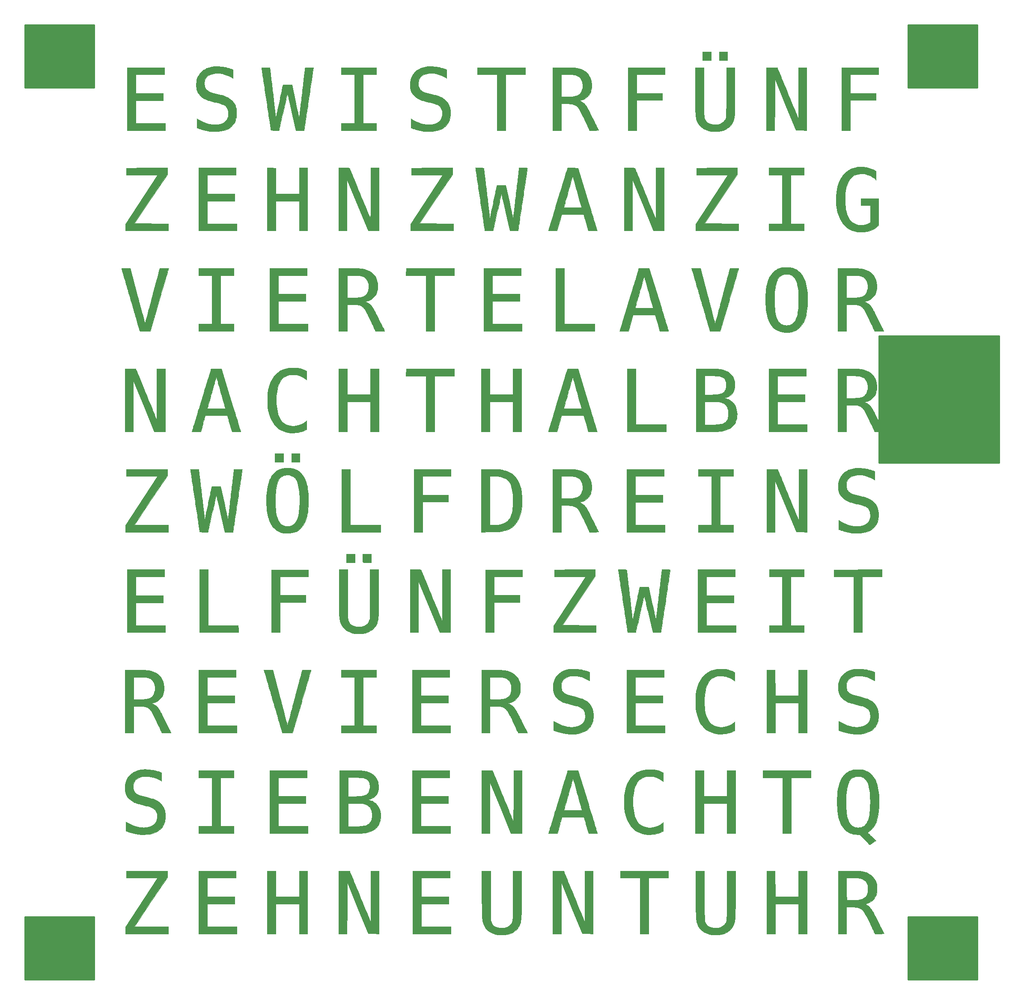
<source format=gbr>
%TF.GenerationSoftware,KiCad,Pcbnew,5.1.6-c6e7f7d~87~ubuntu18.04.1*%
%TF.CreationDate,2020-08-16T10:53:22+02:00*%
%TF.ProjectId,Elektronik,456c656b-7472-46f6-9e69-6b2e6b696361,rev?*%
%TF.SameCoordinates,Original*%
%TF.FileFunction,Soldermask,Bot*%
%TF.FilePolarity,Negative*%
%FSLAX46Y46*%
G04 Gerber Fmt 4.6, Leading zero omitted, Abs format (unit mm)*
G04 Created by KiCad (PCBNEW 5.1.6-c6e7f7d~87~ubuntu18.04.1) date 2020-08-16 10:53:22*
%MOMM*%
%LPD*%
G01*
G04 APERTURE LIST*
%ADD10C,0.010000*%
%ADD11C,0.254000*%
G04 APERTURE END LIST*
D10*
%TO.C,G4*%
G36*
X178054000Y-31292800D02*
G01*
X177232733Y-31292800D01*
X177033326Y-31292294D01*
X176850354Y-31290861D01*
X176689961Y-31288623D01*
X176558294Y-31285706D01*
X176461499Y-31282233D01*
X176405721Y-31278329D01*
X176394533Y-31275866D01*
X176390462Y-31247276D01*
X176386743Y-31173983D01*
X176383497Y-31062083D01*
X176380844Y-30917673D01*
X176378908Y-30746848D01*
X176377808Y-30555704D01*
X176377600Y-30424966D01*
X176377600Y-29591000D01*
X178054000Y-29591000D01*
X178054000Y-31292800D01*
G37*
X178054000Y-31292800D02*
X177232733Y-31292800D01*
X177033326Y-31292294D01*
X176850354Y-31290861D01*
X176689961Y-31288623D01*
X176558294Y-31285706D01*
X176461499Y-31282233D01*
X176405721Y-31278329D01*
X176394533Y-31275866D01*
X176390462Y-31247276D01*
X176386743Y-31173983D01*
X176383497Y-31062083D01*
X176380844Y-30917673D01*
X176378908Y-30746848D01*
X176377808Y-30555704D01*
X176377600Y-30424966D01*
X176377600Y-29591000D01*
X178054000Y-29591000D01*
X178054000Y-31292800D01*
G36*
X174802800Y-31292800D02*
G01*
X173126400Y-31292800D01*
X173126400Y-29591000D01*
X174802800Y-29591000D01*
X174802800Y-31292800D01*
G37*
X174802800Y-31292800D02*
X173126400Y-31292800D01*
X173126400Y-29591000D01*
X174802800Y-29591000D01*
X174802800Y-31292800D01*
G36*
X207943851Y-33432750D02*
G01*
X207950603Y-34137600D01*
X202311000Y-34137600D01*
X202311000Y-37795200D01*
X207416400Y-37795200D01*
X207416400Y-39217600D01*
X202311000Y-39217600D01*
X202311000Y-45161200D01*
X200609097Y-45161200D01*
X200615498Y-38944550D01*
X200621900Y-32727900D01*
X207937100Y-32727900D01*
X207943851Y-33432750D01*
G37*
X207943851Y-33432750D02*
X207950603Y-34137600D01*
X202311000Y-34137600D01*
X202311000Y-37795200D01*
X207416400Y-37795200D01*
X207416400Y-39217600D01*
X202311000Y-39217600D01*
X202311000Y-45161200D01*
X200609097Y-45161200D01*
X200615498Y-38944550D01*
X200621900Y-32727900D01*
X207937100Y-32727900D01*
X207943851Y-33432750D01*
G36*
X187062658Y-32715297D02*
G01*
X187275762Y-32715725D01*
X187447372Y-32716687D01*
X187582138Y-32718387D01*
X187684714Y-32721029D01*
X187759751Y-32724815D01*
X187811903Y-32729950D01*
X187845821Y-32736637D01*
X187866157Y-32745080D01*
X187877565Y-32755483D01*
X187881871Y-32762397D01*
X187893809Y-32790125D01*
X187924112Y-32862680D01*
X187971887Y-32977885D01*
X188036236Y-33133560D01*
X188116263Y-33327527D01*
X188211074Y-33557606D01*
X188319772Y-33821620D01*
X188441460Y-34117389D01*
X188575244Y-34442735D01*
X188720227Y-34795479D01*
X188875514Y-35173442D01*
X189040208Y-35574446D01*
X189213413Y-35996312D01*
X189394235Y-36436861D01*
X189581776Y-36893915D01*
X189775141Y-37365295D01*
X189968195Y-37836047D01*
X190166317Y-38319147D01*
X190359460Y-38789968D01*
X190546731Y-39246335D01*
X190727236Y-39686074D01*
X190900080Y-40107013D01*
X191064370Y-40506978D01*
X191219211Y-40883795D01*
X191363711Y-41235291D01*
X191496974Y-41559292D01*
X191618107Y-41853625D01*
X191726216Y-42116116D01*
X191820407Y-42344592D01*
X191899786Y-42536880D01*
X191963459Y-42690805D01*
X192010531Y-42804194D01*
X192040110Y-42874874D01*
X192051257Y-42900600D01*
X192053532Y-42879552D01*
X192055737Y-42809864D01*
X192057865Y-42693695D01*
X192059905Y-42533204D01*
X192061847Y-42330550D01*
X192063682Y-42087893D01*
X192065401Y-41807391D01*
X192066992Y-41491206D01*
X192068448Y-41141495D01*
X192069757Y-40760418D01*
X192070911Y-40350134D01*
X192071900Y-39912803D01*
X192072713Y-39450584D01*
X192073342Y-38965637D01*
X192073776Y-38460120D01*
X192074006Y-37936194D01*
X192074027Y-37826950D01*
X192074800Y-32715200D01*
X193700400Y-32715200D01*
X193700400Y-45161751D01*
X192628886Y-45155125D01*
X191557372Y-45148500D01*
X189472936Y-40065467D01*
X187388500Y-34982435D01*
X187382087Y-40071817D01*
X187375675Y-45161200D01*
X185750200Y-45161200D01*
X185750200Y-32715200D01*
X186803406Y-32715200D01*
X187062658Y-32715297D01*
G37*
X187062658Y-32715297D02*
X187275762Y-32715725D01*
X187447372Y-32716687D01*
X187582138Y-32718387D01*
X187684714Y-32721029D01*
X187759751Y-32724815D01*
X187811903Y-32729950D01*
X187845821Y-32736637D01*
X187866157Y-32745080D01*
X187877565Y-32755483D01*
X187881871Y-32762397D01*
X187893809Y-32790125D01*
X187924112Y-32862680D01*
X187971887Y-32977885D01*
X188036236Y-33133560D01*
X188116263Y-33327527D01*
X188211074Y-33557606D01*
X188319772Y-33821620D01*
X188441460Y-34117389D01*
X188575244Y-34442735D01*
X188720227Y-34795479D01*
X188875514Y-35173442D01*
X189040208Y-35574446D01*
X189213413Y-35996312D01*
X189394235Y-36436861D01*
X189581776Y-36893915D01*
X189775141Y-37365295D01*
X189968195Y-37836047D01*
X190166317Y-38319147D01*
X190359460Y-38789968D01*
X190546731Y-39246335D01*
X190727236Y-39686074D01*
X190900080Y-40107013D01*
X191064370Y-40506978D01*
X191219211Y-40883795D01*
X191363711Y-41235291D01*
X191496974Y-41559292D01*
X191618107Y-41853625D01*
X191726216Y-42116116D01*
X191820407Y-42344592D01*
X191899786Y-42536880D01*
X191963459Y-42690805D01*
X192010531Y-42804194D01*
X192040110Y-42874874D01*
X192051257Y-42900600D01*
X192053532Y-42879552D01*
X192055737Y-42809864D01*
X192057865Y-42693695D01*
X192059905Y-42533204D01*
X192061847Y-42330550D01*
X192063682Y-42087893D01*
X192065401Y-41807391D01*
X192066992Y-41491206D01*
X192068448Y-41141495D01*
X192069757Y-40760418D01*
X192070911Y-40350134D01*
X192071900Y-39912803D01*
X192072713Y-39450584D01*
X192073342Y-38965637D01*
X192073776Y-38460120D01*
X192074006Y-37936194D01*
X192074027Y-37826950D01*
X192074800Y-32715200D01*
X193700400Y-32715200D01*
X193700400Y-45161751D01*
X192628886Y-45155125D01*
X191557372Y-45148500D01*
X189472936Y-40065467D01*
X187388500Y-34982435D01*
X187382087Y-40071817D01*
X187375675Y-45161200D01*
X185750200Y-45161200D01*
X185750200Y-32715200D01*
X186803406Y-32715200D01*
X187062658Y-32715297D01*
G36*
X165678251Y-33432750D02*
G01*
X165685003Y-34137600D01*
X160045400Y-34137600D01*
X160045400Y-37795200D01*
X165150800Y-37795200D01*
X165150800Y-39217600D01*
X160045400Y-39217600D01*
X160045400Y-45161200D01*
X158343497Y-45161200D01*
X158349898Y-38944550D01*
X158356300Y-32727900D01*
X165671500Y-32727900D01*
X165678251Y-33432750D01*
G37*
X165678251Y-33432750D02*
X165685003Y-34137600D01*
X160045400Y-34137600D01*
X160045400Y-37795200D01*
X165150800Y-37795200D01*
X165150800Y-39217600D01*
X160045400Y-39217600D01*
X160045400Y-45161200D01*
X158343497Y-45161200D01*
X158349898Y-38944550D01*
X158356300Y-32727900D01*
X165671500Y-32727900D01*
X165678251Y-33432750D01*
G36*
X145268950Y-32715723D02*
G01*
X145699691Y-32716219D01*
X146083608Y-32717594D01*
X146424672Y-32720080D01*
X146726855Y-32723908D01*
X146994129Y-32729309D01*
X147230466Y-32736513D01*
X147439836Y-32745753D01*
X147626212Y-32757260D01*
X147793566Y-32771264D01*
X147945868Y-32787997D01*
X148087091Y-32807690D01*
X148221206Y-32830574D01*
X148352185Y-32856881D01*
X148484000Y-32886842D01*
X148569987Y-32907879D01*
X148988631Y-33034473D01*
X149375064Y-33196222D01*
X149727465Y-33391927D01*
X150044016Y-33620390D01*
X150322894Y-33880413D01*
X150562281Y-34170799D01*
X150623143Y-34259136D01*
X150790131Y-34540995D01*
X150924118Y-34834458D01*
X151029444Y-35150818D01*
X151110451Y-35501366D01*
X151119395Y-35549885D01*
X151141319Y-35711864D01*
X151156656Y-35908161D01*
X151165365Y-36125532D01*
X151167401Y-36350731D01*
X151162724Y-36570514D01*
X151151289Y-36771634D01*
X151133054Y-36940848D01*
X151124060Y-36995494D01*
X151029592Y-37375572D01*
X150894526Y-37725566D01*
X150720029Y-38044309D01*
X150507270Y-38330633D01*
X150257417Y-38583372D01*
X149971640Y-38801356D01*
X149651105Y-38983420D01*
X149296982Y-39128395D01*
X148910439Y-39235114D01*
X148875208Y-39242573D01*
X148768596Y-39266565D01*
X148708968Y-39285123D01*
X148692955Y-39299522D01*
X148704300Y-39307241D01*
X148911456Y-39387157D01*
X149081344Y-39460859D01*
X149225907Y-39534738D01*
X149357090Y-39615183D01*
X149486835Y-39708586D01*
X149555690Y-39762779D01*
X149717261Y-39910339D01*
X149882657Y-40096593D01*
X150053882Y-40324205D01*
X150232937Y-40595840D01*
X150421826Y-40914165D01*
X150424796Y-40919400D01*
X150454367Y-40974055D01*
X150503282Y-41067539D01*
X150569593Y-41195982D01*
X150651356Y-41355516D01*
X150746622Y-41542272D01*
X150853447Y-41752379D01*
X150969882Y-41981971D01*
X151093982Y-42227176D01*
X151223801Y-42484127D01*
X151357391Y-42748954D01*
X151492807Y-43017789D01*
X151628101Y-43286762D01*
X151761328Y-43552004D01*
X151890540Y-43809646D01*
X152013792Y-44055820D01*
X152129137Y-44286656D01*
X152234628Y-44498285D01*
X152328320Y-44686838D01*
X152408264Y-44848447D01*
X152472516Y-44979241D01*
X152519128Y-45075353D01*
X152546154Y-45132912D01*
X152552400Y-45148434D01*
X152527954Y-45151391D01*
X152458431Y-45154106D01*
X152349556Y-45156498D01*
X152207052Y-45158484D01*
X152036641Y-45159983D01*
X151844048Y-45160914D01*
X151655761Y-45161200D01*
X150759122Y-45161200D01*
X150700070Y-45040550D01*
X150678671Y-44996030D01*
X150637694Y-44910005D01*
X150579237Y-44786907D01*
X150505402Y-44631174D01*
X150418290Y-44447239D01*
X150320000Y-44239538D01*
X150212634Y-44012506D01*
X150098292Y-43770577D01*
X149987297Y-43535600D01*
X149863842Y-43274557D01*
X149741729Y-43017072D01*
X149623576Y-42768618D01*
X149511998Y-42534664D01*
X149409612Y-42320682D01*
X149319035Y-42132142D01*
X149242884Y-41974517D01*
X149183775Y-41853278D01*
X149152155Y-41789423D01*
X148968735Y-41436791D01*
X148794023Y-41130306D01*
X148624668Y-40866765D01*
X148457321Y-40642967D01*
X148288634Y-40455708D01*
X148115257Y-40301788D01*
X147933842Y-40178004D01*
X147741040Y-40081154D01*
X147533502Y-40008035D01*
X147307879Y-39955446D01*
X147218400Y-39940437D01*
X147126199Y-39929169D01*
X147009952Y-39920170D01*
X146864767Y-39913283D01*
X146685749Y-39908352D01*
X146468009Y-39905219D01*
X146206653Y-39903728D01*
X146069050Y-39903549D01*
X145161000Y-39903400D01*
X145161000Y-45161200D01*
X143484600Y-45161200D01*
X143484600Y-34112200D01*
X145161000Y-34112200D01*
X145161000Y-36305066D01*
X145161191Y-36634431D01*
X145161748Y-36949182D01*
X145162640Y-37245623D01*
X145163841Y-37520056D01*
X145165321Y-37768782D01*
X145167053Y-37988106D01*
X145169007Y-38174328D01*
X145171156Y-38323752D01*
X145173471Y-38432680D01*
X145175925Y-38497414D01*
X145177933Y-38514866D01*
X145207763Y-38519886D01*
X145282007Y-38523969D01*
X145394289Y-38527141D01*
X145538233Y-38529428D01*
X145707462Y-38530858D01*
X145895599Y-38531455D01*
X146096269Y-38531248D01*
X146303094Y-38530261D01*
X146509698Y-38528521D01*
X146709705Y-38526055D01*
X146896739Y-38522889D01*
X147064422Y-38519049D01*
X147206379Y-38514561D01*
X147316232Y-38509452D01*
X147367252Y-38505825D01*
X147740009Y-38456771D01*
X148071728Y-38378639D01*
X148363707Y-38270426D01*
X148617245Y-38131129D01*
X148833639Y-37959746D01*
X149014188Y-37755276D01*
X149160190Y-37516714D01*
X149272943Y-37243060D01*
X149344194Y-36979419D01*
X149370133Y-36814757D01*
X149386279Y-36616779D01*
X149392775Y-36399768D01*
X149389764Y-36178009D01*
X149377390Y-35965785D01*
X149355794Y-35777381D01*
X149330864Y-35648900D01*
X149230889Y-35341015D01*
X149093010Y-35066945D01*
X148917352Y-34826826D01*
X148704044Y-34620793D01*
X148453213Y-34448985D01*
X148164985Y-34311537D01*
X148043900Y-34267751D01*
X147931658Y-34232268D01*
X147822541Y-34202505D01*
X147710878Y-34177980D01*
X147590995Y-34158209D01*
X147457221Y-34142709D01*
X147303882Y-34130996D01*
X147125306Y-34122587D01*
X146915822Y-34117000D01*
X146669755Y-34113749D01*
X146381435Y-34112353D01*
X146218190Y-34112200D01*
X145161000Y-34112200D01*
X143484600Y-34112200D01*
X143484600Y-32715200D01*
X145268950Y-32715723D01*
G37*
X145268950Y-32715723D02*
X145699691Y-32716219D01*
X146083608Y-32717594D01*
X146424672Y-32720080D01*
X146726855Y-32723908D01*
X146994129Y-32729309D01*
X147230466Y-32736513D01*
X147439836Y-32745753D01*
X147626212Y-32757260D01*
X147793566Y-32771264D01*
X147945868Y-32787997D01*
X148087091Y-32807690D01*
X148221206Y-32830574D01*
X148352185Y-32856881D01*
X148484000Y-32886842D01*
X148569987Y-32907879D01*
X148988631Y-33034473D01*
X149375064Y-33196222D01*
X149727465Y-33391927D01*
X150044016Y-33620390D01*
X150322894Y-33880413D01*
X150562281Y-34170799D01*
X150623143Y-34259136D01*
X150790131Y-34540995D01*
X150924118Y-34834458D01*
X151029444Y-35150818D01*
X151110451Y-35501366D01*
X151119395Y-35549885D01*
X151141319Y-35711864D01*
X151156656Y-35908161D01*
X151165365Y-36125532D01*
X151167401Y-36350731D01*
X151162724Y-36570514D01*
X151151289Y-36771634D01*
X151133054Y-36940848D01*
X151124060Y-36995494D01*
X151029592Y-37375572D01*
X150894526Y-37725566D01*
X150720029Y-38044309D01*
X150507270Y-38330633D01*
X150257417Y-38583372D01*
X149971640Y-38801356D01*
X149651105Y-38983420D01*
X149296982Y-39128395D01*
X148910439Y-39235114D01*
X148875208Y-39242573D01*
X148768596Y-39266565D01*
X148708968Y-39285123D01*
X148692955Y-39299522D01*
X148704300Y-39307241D01*
X148911456Y-39387157D01*
X149081344Y-39460859D01*
X149225907Y-39534738D01*
X149357090Y-39615183D01*
X149486835Y-39708586D01*
X149555690Y-39762779D01*
X149717261Y-39910339D01*
X149882657Y-40096593D01*
X150053882Y-40324205D01*
X150232937Y-40595840D01*
X150421826Y-40914165D01*
X150424796Y-40919400D01*
X150454367Y-40974055D01*
X150503282Y-41067539D01*
X150569593Y-41195982D01*
X150651356Y-41355516D01*
X150746622Y-41542272D01*
X150853447Y-41752379D01*
X150969882Y-41981971D01*
X151093982Y-42227176D01*
X151223801Y-42484127D01*
X151357391Y-42748954D01*
X151492807Y-43017789D01*
X151628101Y-43286762D01*
X151761328Y-43552004D01*
X151890540Y-43809646D01*
X152013792Y-44055820D01*
X152129137Y-44286656D01*
X152234628Y-44498285D01*
X152328320Y-44686838D01*
X152408264Y-44848447D01*
X152472516Y-44979241D01*
X152519128Y-45075353D01*
X152546154Y-45132912D01*
X152552400Y-45148434D01*
X152527954Y-45151391D01*
X152458431Y-45154106D01*
X152349556Y-45156498D01*
X152207052Y-45158484D01*
X152036641Y-45159983D01*
X151844048Y-45160914D01*
X151655761Y-45161200D01*
X150759122Y-45161200D01*
X150700070Y-45040550D01*
X150678671Y-44996030D01*
X150637694Y-44910005D01*
X150579237Y-44786907D01*
X150505402Y-44631174D01*
X150418290Y-44447239D01*
X150320000Y-44239538D01*
X150212634Y-44012506D01*
X150098292Y-43770577D01*
X149987297Y-43535600D01*
X149863842Y-43274557D01*
X149741729Y-43017072D01*
X149623576Y-42768618D01*
X149511998Y-42534664D01*
X149409612Y-42320682D01*
X149319035Y-42132142D01*
X149242884Y-41974517D01*
X149183775Y-41853278D01*
X149152155Y-41789423D01*
X148968735Y-41436791D01*
X148794023Y-41130306D01*
X148624668Y-40866765D01*
X148457321Y-40642967D01*
X148288634Y-40455708D01*
X148115257Y-40301788D01*
X147933842Y-40178004D01*
X147741040Y-40081154D01*
X147533502Y-40008035D01*
X147307879Y-39955446D01*
X147218400Y-39940437D01*
X147126199Y-39929169D01*
X147009952Y-39920170D01*
X146864767Y-39913283D01*
X146685749Y-39908352D01*
X146468009Y-39905219D01*
X146206653Y-39903728D01*
X146069050Y-39903549D01*
X145161000Y-39903400D01*
X145161000Y-45161200D01*
X143484600Y-45161200D01*
X143484600Y-34112200D01*
X145161000Y-34112200D01*
X145161000Y-36305066D01*
X145161191Y-36634431D01*
X145161748Y-36949182D01*
X145162640Y-37245623D01*
X145163841Y-37520056D01*
X145165321Y-37768782D01*
X145167053Y-37988106D01*
X145169007Y-38174328D01*
X145171156Y-38323752D01*
X145173471Y-38432680D01*
X145175925Y-38497414D01*
X145177933Y-38514866D01*
X145207763Y-38519886D01*
X145282007Y-38523969D01*
X145394289Y-38527141D01*
X145538233Y-38529428D01*
X145707462Y-38530858D01*
X145895599Y-38531455D01*
X146096269Y-38531248D01*
X146303094Y-38530261D01*
X146509698Y-38528521D01*
X146709705Y-38526055D01*
X146896739Y-38522889D01*
X147064422Y-38519049D01*
X147206379Y-38514561D01*
X147316232Y-38509452D01*
X147367252Y-38505825D01*
X147740009Y-38456771D01*
X148071728Y-38378639D01*
X148363707Y-38270426D01*
X148617245Y-38131129D01*
X148833639Y-37959746D01*
X149014188Y-37755276D01*
X149160190Y-37516714D01*
X149272943Y-37243060D01*
X149344194Y-36979419D01*
X149370133Y-36814757D01*
X149386279Y-36616779D01*
X149392775Y-36399768D01*
X149389764Y-36178009D01*
X149377390Y-35965785D01*
X149355794Y-35777381D01*
X149330864Y-35648900D01*
X149230889Y-35341015D01*
X149093010Y-35066945D01*
X148917352Y-34826826D01*
X148704044Y-34620793D01*
X148453213Y-34448985D01*
X148164985Y-34311537D01*
X148043900Y-34267751D01*
X147931658Y-34232268D01*
X147822541Y-34202505D01*
X147710878Y-34177980D01*
X147590995Y-34158209D01*
X147457221Y-34142709D01*
X147303882Y-34130996D01*
X147125306Y-34122587D01*
X146915822Y-34117000D01*
X146669755Y-34113749D01*
X146381435Y-34112353D01*
X146218190Y-34112200D01*
X145161000Y-34112200D01*
X143484600Y-34112200D01*
X143484600Y-32715200D01*
X145268950Y-32715723D01*
G36*
X138074400Y-34137600D02*
G01*
X134188200Y-34137600D01*
X134188200Y-45161200D01*
X132486400Y-45161200D01*
X132486400Y-34137600D01*
X128573996Y-34137600D01*
X128587500Y-32727900D01*
X138074400Y-32715066D01*
X138074400Y-34137600D01*
G37*
X138074400Y-34137600D02*
X134188200Y-34137600D01*
X134188200Y-45161200D01*
X132486400Y-45161200D01*
X132486400Y-34137600D01*
X128573996Y-34137600D01*
X128587500Y-32727900D01*
X138074400Y-32715066D01*
X138074400Y-34137600D01*
G36*
X108559600Y-34137600D02*
G01*
X105943400Y-34137600D01*
X105943400Y-43738800D01*
X108559600Y-43738800D01*
X108559600Y-45161200D01*
X101650800Y-45161200D01*
X101650800Y-43738800D01*
X104267000Y-43738800D01*
X104267000Y-34137600D01*
X101650800Y-34137600D01*
X101650800Y-32715200D01*
X108559600Y-32715200D01*
X108559600Y-34137600D01*
G37*
X108559600Y-34137600D02*
X105943400Y-34137600D01*
X105943400Y-43738800D01*
X108559600Y-43738800D01*
X108559600Y-45161200D01*
X101650800Y-45161200D01*
X101650800Y-43738800D01*
X104267000Y-43738800D01*
X104267000Y-34137600D01*
X101650800Y-34137600D01*
X101650800Y-32715200D01*
X108559600Y-32715200D01*
X108559600Y-34137600D01*
G36*
X86925255Y-32715642D02*
G01*
X87115712Y-32717077D01*
X87263706Y-32719664D01*
X87373399Y-32723563D01*
X87448958Y-32728933D01*
X87494548Y-32735934D01*
X87514331Y-32744727D01*
X87515645Y-32746949D01*
X87519411Y-32774142D01*
X87528764Y-32848849D01*
X87543358Y-32968132D01*
X87562844Y-33129052D01*
X87586877Y-33328672D01*
X87615107Y-33564053D01*
X87647187Y-33832257D01*
X87682770Y-34130347D01*
X87721507Y-34455383D01*
X87763052Y-34804429D01*
X87807057Y-35174545D01*
X87853175Y-35562794D01*
X87901056Y-35966237D01*
X87950355Y-36381937D01*
X88000724Y-36806955D01*
X88051814Y-37238353D01*
X88103278Y-37673193D01*
X88154769Y-38108537D01*
X88205939Y-38541447D01*
X88256440Y-38968984D01*
X88305925Y-39388211D01*
X88354047Y-39796189D01*
X88400457Y-40189981D01*
X88444808Y-40566647D01*
X88486752Y-40923251D01*
X88525943Y-41256854D01*
X88562032Y-41564517D01*
X88594671Y-41843303D01*
X88623513Y-42090273D01*
X88648211Y-42302490D01*
X88668417Y-42477015D01*
X88683783Y-42610910D01*
X88693961Y-42701237D01*
X88698605Y-42745058D01*
X88698851Y-42748200D01*
X88706829Y-42756454D01*
X88723260Y-42722800D01*
X88730461Y-42692712D01*
X88747378Y-42616648D01*
X88773255Y-42498167D01*
X88807335Y-42340826D01*
X88848862Y-42148184D01*
X88897079Y-41923797D01*
X88951229Y-41671226D01*
X89010555Y-41394026D01*
X89074302Y-41095758D01*
X89141713Y-40779978D01*
X89212031Y-40450245D01*
X89284500Y-40110116D01*
X89358363Y-39763150D01*
X89432863Y-39412905D01*
X89507244Y-39062939D01*
X89580749Y-38716810D01*
X89652623Y-38378076D01*
X89722107Y-38050295D01*
X89788446Y-37737025D01*
X89850884Y-37441824D01*
X89908662Y-37168250D01*
X89961026Y-36919862D01*
X90007219Y-36700217D01*
X90046483Y-36512873D01*
X90078062Y-36361389D01*
X90101201Y-36249322D01*
X90115141Y-36180231D01*
X90119200Y-36157792D01*
X90143638Y-36154620D01*
X90213108Y-36151710D01*
X90321843Y-36149152D01*
X90464073Y-36147033D01*
X90634032Y-36145444D01*
X90825951Y-36144473D01*
X91002077Y-36144200D01*
X91884954Y-36144199D01*
X92595927Y-39473399D01*
X92698954Y-39955463D01*
X92792008Y-40390009D01*
X92875586Y-40779225D01*
X92950182Y-41125302D01*
X93016291Y-41430432D01*
X93074408Y-41696804D01*
X93125029Y-41926609D01*
X93168649Y-42122037D01*
X93205762Y-42285279D01*
X93236865Y-42418524D01*
X93262451Y-42523965D01*
X93283017Y-42603791D01*
X93299057Y-42660192D01*
X93311067Y-42695359D01*
X93319542Y-42711483D01*
X93324977Y-42710753D01*
X93326555Y-42705549D01*
X93331468Y-42670789D01*
X93341983Y-42588071D01*
X93357801Y-42459891D01*
X93378626Y-42288748D01*
X93404160Y-42077138D01*
X93434107Y-41827560D01*
X93468169Y-41542511D01*
X93506049Y-41224489D01*
X93547451Y-40875991D01*
X93592077Y-40499515D01*
X93639630Y-40097559D01*
X93689813Y-39672619D01*
X93742330Y-39227194D01*
X93796882Y-38763782D01*
X93853174Y-38284879D01*
X93910907Y-37792984D01*
X93916605Y-37744400D01*
X93974416Y-37251612D01*
X94030763Y-36771707D01*
X94085351Y-36307172D01*
X94137887Y-35860497D01*
X94188076Y-35434167D01*
X94235624Y-35030672D01*
X94280238Y-34652498D01*
X94321622Y-34302134D01*
X94359484Y-33982067D01*
X94393528Y-33694784D01*
X94423461Y-33442775D01*
X94448990Y-33228526D01*
X94469818Y-33054525D01*
X94485654Y-32923260D01*
X94496201Y-32837219D01*
X94501168Y-32798889D01*
X94501351Y-32797750D01*
X94515701Y-32715200D01*
X95327350Y-32715200D01*
X95555930Y-32715495D01*
X95738537Y-32716525D01*
X95879996Y-32718502D01*
X95985132Y-32721641D01*
X96058769Y-32726156D01*
X96105734Y-32732261D01*
X96130849Y-32740170D01*
X96138941Y-32750097D01*
X96139000Y-32751202D01*
X96135306Y-32779362D01*
X96124485Y-32855132D01*
X96106931Y-32975882D01*
X96083035Y-33138982D01*
X96053189Y-33341801D01*
X96017785Y-33581710D01*
X95977216Y-33856078D01*
X95931874Y-34162275D01*
X95882151Y-34497671D01*
X95828439Y-34859635D01*
X95771130Y-35245536D01*
X95710617Y-35652746D01*
X95647292Y-36078634D01*
X95581547Y-36520569D01*
X95513774Y-36975921D01*
X95444365Y-37442060D01*
X95373713Y-37916355D01*
X95302210Y-38396177D01*
X95230248Y-38878895D01*
X95158219Y-39361879D01*
X95086515Y-39842499D01*
X95015529Y-40318125D01*
X94945652Y-40786125D01*
X94877278Y-41243871D01*
X94810797Y-41688731D01*
X94746603Y-42118076D01*
X94685088Y-42529275D01*
X94626643Y-42919698D01*
X94571661Y-43286714D01*
X94520534Y-43627695D01*
X94473654Y-43940008D01*
X94431414Y-44221025D01*
X94394206Y-44468114D01*
X94362421Y-44678646D01*
X94336452Y-44849991D01*
X94316692Y-44979517D01*
X94303532Y-45064595D01*
X94297365Y-45102595D01*
X94297073Y-45104050D01*
X94283832Y-45161200D01*
X92697300Y-45160644D01*
X91859100Y-41490690D01*
X91762593Y-41068517D01*
X91669060Y-40660076D01*
X91579133Y-40268092D01*
X91493443Y-39895289D01*
X91412622Y-39544390D01*
X91337302Y-39218118D01*
X91268113Y-38919198D01*
X91205687Y-38650354D01*
X91150656Y-38414308D01*
X91103652Y-38213785D01*
X91065305Y-38051508D01*
X91036248Y-37930202D01*
X91017112Y-37852589D01*
X91008529Y-37821394D01*
X91008200Y-37820885D01*
X91001471Y-37845175D01*
X90984171Y-37916045D01*
X90956980Y-38030534D01*
X90920574Y-38185682D01*
X90875633Y-38378530D01*
X90822834Y-38606118D01*
X90762856Y-38865486D01*
X90696378Y-39153675D01*
X90624077Y-39467724D01*
X90546633Y-39804674D01*
X90464723Y-40161565D01*
X90379025Y-40535437D01*
X90290219Y-40923331D01*
X90198981Y-41322286D01*
X90105992Y-41729343D01*
X90011929Y-42141542D01*
X89917470Y-42555924D01*
X89823294Y-42969528D01*
X89730078Y-43379395D01*
X89638503Y-43782565D01*
X89549245Y-44176078D01*
X89462983Y-44556974D01*
X89380395Y-44922294D01*
X89362297Y-45002450D01*
X89326461Y-45161200D01*
X88529030Y-45161200D01*
X88333580Y-45160843D01*
X88155488Y-45159832D01*
X88000822Y-45158257D01*
X87875653Y-45156204D01*
X87786049Y-45153764D01*
X87738078Y-45151025D01*
X87731600Y-45149541D01*
X87727907Y-45123332D01*
X87717090Y-45049504D01*
X87699541Y-44930679D01*
X87675651Y-44769481D01*
X87645812Y-44568532D01*
X87610416Y-44330454D01*
X87569854Y-44057869D01*
X87524518Y-43753400D01*
X87474799Y-43419669D01*
X87421090Y-43059299D01*
X87363782Y-42674912D01*
X87303266Y-42269130D01*
X87239935Y-41844576D01*
X87174180Y-41403872D01*
X87106392Y-40949641D01*
X87036964Y-40484505D01*
X86966287Y-40011086D01*
X86894752Y-39532007D01*
X86822752Y-39049891D01*
X86750678Y-38567358D01*
X86678921Y-38087033D01*
X86607874Y-37611538D01*
X86537928Y-37143494D01*
X86469474Y-36685524D01*
X86402905Y-36240251D01*
X86338613Y-35810296D01*
X86276987Y-35398284D01*
X86218422Y-35006834D01*
X86163307Y-34638572D01*
X86112035Y-34296117D01*
X86064997Y-33982094D01*
X86022586Y-33699124D01*
X85985192Y-33449829D01*
X85953208Y-33236833D01*
X85927025Y-33062758D01*
X85907035Y-32930225D01*
X85893629Y-32841858D01*
X85887199Y-32800278D01*
X85886774Y-32797750D01*
X85871746Y-32715199D01*
X86688170Y-32715199D01*
X86925255Y-32715642D01*
G37*
X86925255Y-32715642D02*
X87115712Y-32717077D01*
X87263706Y-32719664D01*
X87373399Y-32723563D01*
X87448958Y-32728933D01*
X87494548Y-32735934D01*
X87514331Y-32744727D01*
X87515645Y-32746949D01*
X87519411Y-32774142D01*
X87528764Y-32848849D01*
X87543358Y-32968132D01*
X87562844Y-33129052D01*
X87586877Y-33328672D01*
X87615107Y-33564053D01*
X87647187Y-33832257D01*
X87682770Y-34130347D01*
X87721507Y-34455383D01*
X87763052Y-34804429D01*
X87807057Y-35174545D01*
X87853175Y-35562794D01*
X87901056Y-35966237D01*
X87950355Y-36381937D01*
X88000724Y-36806955D01*
X88051814Y-37238353D01*
X88103278Y-37673193D01*
X88154769Y-38108537D01*
X88205939Y-38541447D01*
X88256440Y-38968984D01*
X88305925Y-39388211D01*
X88354047Y-39796189D01*
X88400457Y-40189981D01*
X88444808Y-40566647D01*
X88486752Y-40923251D01*
X88525943Y-41256854D01*
X88562032Y-41564517D01*
X88594671Y-41843303D01*
X88623513Y-42090273D01*
X88648211Y-42302490D01*
X88668417Y-42477015D01*
X88683783Y-42610910D01*
X88693961Y-42701237D01*
X88698605Y-42745058D01*
X88698851Y-42748200D01*
X88706829Y-42756454D01*
X88723260Y-42722800D01*
X88730461Y-42692712D01*
X88747378Y-42616648D01*
X88773255Y-42498167D01*
X88807335Y-42340826D01*
X88848862Y-42148184D01*
X88897079Y-41923797D01*
X88951229Y-41671226D01*
X89010555Y-41394026D01*
X89074302Y-41095758D01*
X89141713Y-40779978D01*
X89212031Y-40450245D01*
X89284500Y-40110116D01*
X89358363Y-39763150D01*
X89432863Y-39412905D01*
X89507244Y-39062939D01*
X89580749Y-38716810D01*
X89652623Y-38378076D01*
X89722107Y-38050295D01*
X89788446Y-37737025D01*
X89850884Y-37441824D01*
X89908662Y-37168250D01*
X89961026Y-36919862D01*
X90007219Y-36700217D01*
X90046483Y-36512873D01*
X90078062Y-36361389D01*
X90101201Y-36249322D01*
X90115141Y-36180231D01*
X90119200Y-36157792D01*
X90143638Y-36154620D01*
X90213108Y-36151710D01*
X90321843Y-36149152D01*
X90464073Y-36147033D01*
X90634032Y-36145444D01*
X90825951Y-36144473D01*
X91002077Y-36144200D01*
X91884954Y-36144199D01*
X92595927Y-39473399D01*
X92698954Y-39955463D01*
X92792008Y-40390009D01*
X92875586Y-40779225D01*
X92950182Y-41125302D01*
X93016291Y-41430432D01*
X93074408Y-41696804D01*
X93125029Y-41926609D01*
X93168649Y-42122037D01*
X93205762Y-42285279D01*
X93236865Y-42418524D01*
X93262451Y-42523965D01*
X93283017Y-42603791D01*
X93299057Y-42660192D01*
X93311067Y-42695359D01*
X93319542Y-42711483D01*
X93324977Y-42710753D01*
X93326555Y-42705549D01*
X93331468Y-42670789D01*
X93341983Y-42588071D01*
X93357801Y-42459891D01*
X93378626Y-42288748D01*
X93404160Y-42077138D01*
X93434107Y-41827560D01*
X93468169Y-41542511D01*
X93506049Y-41224489D01*
X93547451Y-40875991D01*
X93592077Y-40499515D01*
X93639630Y-40097559D01*
X93689813Y-39672619D01*
X93742330Y-39227194D01*
X93796882Y-38763782D01*
X93853174Y-38284879D01*
X93910907Y-37792984D01*
X93916605Y-37744400D01*
X93974416Y-37251612D01*
X94030763Y-36771707D01*
X94085351Y-36307172D01*
X94137887Y-35860497D01*
X94188076Y-35434167D01*
X94235624Y-35030672D01*
X94280238Y-34652498D01*
X94321622Y-34302134D01*
X94359484Y-33982067D01*
X94393528Y-33694784D01*
X94423461Y-33442775D01*
X94448990Y-33228526D01*
X94469818Y-33054525D01*
X94485654Y-32923260D01*
X94496201Y-32837219D01*
X94501168Y-32798889D01*
X94501351Y-32797750D01*
X94515701Y-32715200D01*
X95327350Y-32715200D01*
X95555930Y-32715495D01*
X95738537Y-32716525D01*
X95879996Y-32718502D01*
X95985132Y-32721641D01*
X96058769Y-32726156D01*
X96105734Y-32732261D01*
X96130849Y-32740170D01*
X96138941Y-32750097D01*
X96139000Y-32751202D01*
X96135306Y-32779362D01*
X96124485Y-32855132D01*
X96106931Y-32975882D01*
X96083035Y-33138982D01*
X96053189Y-33341801D01*
X96017785Y-33581710D01*
X95977216Y-33856078D01*
X95931874Y-34162275D01*
X95882151Y-34497671D01*
X95828439Y-34859635D01*
X95771130Y-35245536D01*
X95710617Y-35652746D01*
X95647292Y-36078634D01*
X95581547Y-36520569D01*
X95513774Y-36975921D01*
X95444365Y-37442060D01*
X95373713Y-37916355D01*
X95302210Y-38396177D01*
X95230248Y-38878895D01*
X95158219Y-39361879D01*
X95086515Y-39842499D01*
X95015529Y-40318125D01*
X94945652Y-40786125D01*
X94877278Y-41243871D01*
X94810797Y-41688731D01*
X94746603Y-42118076D01*
X94685088Y-42529275D01*
X94626643Y-42919698D01*
X94571661Y-43286714D01*
X94520534Y-43627695D01*
X94473654Y-43940008D01*
X94431414Y-44221025D01*
X94394206Y-44468114D01*
X94362421Y-44678646D01*
X94336452Y-44849991D01*
X94316692Y-44979517D01*
X94303532Y-45064595D01*
X94297365Y-45102595D01*
X94297073Y-45104050D01*
X94283832Y-45161200D01*
X92697300Y-45160644D01*
X91859100Y-41490690D01*
X91762593Y-41068517D01*
X91669060Y-40660076D01*
X91579133Y-40268092D01*
X91493443Y-39895289D01*
X91412622Y-39544390D01*
X91337302Y-39218118D01*
X91268113Y-38919198D01*
X91205687Y-38650354D01*
X91150656Y-38414308D01*
X91103652Y-38213785D01*
X91065305Y-38051508D01*
X91036248Y-37930202D01*
X91017112Y-37852589D01*
X91008529Y-37821394D01*
X91008200Y-37820885D01*
X91001471Y-37845175D01*
X90984171Y-37916045D01*
X90956980Y-38030534D01*
X90920574Y-38185682D01*
X90875633Y-38378530D01*
X90822834Y-38606118D01*
X90762856Y-38865486D01*
X90696378Y-39153675D01*
X90624077Y-39467724D01*
X90546633Y-39804674D01*
X90464723Y-40161565D01*
X90379025Y-40535437D01*
X90290219Y-40923331D01*
X90198981Y-41322286D01*
X90105992Y-41729343D01*
X90011929Y-42141542D01*
X89917470Y-42555924D01*
X89823294Y-42969528D01*
X89730078Y-43379395D01*
X89638503Y-43782565D01*
X89549245Y-44176078D01*
X89462983Y-44556974D01*
X89380395Y-44922294D01*
X89362297Y-45002450D01*
X89326461Y-45161200D01*
X88529030Y-45161200D01*
X88333580Y-45160843D01*
X88155488Y-45159832D01*
X88000822Y-45158257D01*
X87875653Y-45156204D01*
X87786049Y-45153764D01*
X87738078Y-45151025D01*
X87731600Y-45149541D01*
X87727907Y-45123332D01*
X87717090Y-45049504D01*
X87699541Y-44930679D01*
X87675651Y-44769481D01*
X87645812Y-44568532D01*
X87610416Y-44330454D01*
X87569854Y-44057869D01*
X87524518Y-43753400D01*
X87474799Y-43419669D01*
X87421090Y-43059299D01*
X87363782Y-42674912D01*
X87303266Y-42269130D01*
X87239935Y-41844576D01*
X87174180Y-41403872D01*
X87106392Y-40949641D01*
X87036964Y-40484505D01*
X86966287Y-40011086D01*
X86894752Y-39532007D01*
X86822752Y-39049891D01*
X86750678Y-38567358D01*
X86678921Y-38087033D01*
X86607874Y-37611538D01*
X86537928Y-37143494D01*
X86469474Y-36685524D01*
X86402905Y-36240251D01*
X86338613Y-35810296D01*
X86276987Y-35398284D01*
X86218422Y-35006834D01*
X86163307Y-34638572D01*
X86112035Y-34296117D01*
X86064997Y-33982094D01*
X86022586Y-33699124D01*
X85985192Y-33449829D01*
X85953208Y-33236833D01*
X85927025Y-33062758D01*
X85907035Y-32930225D01*
X85893629Y-32841858D01*
X85887199Y-32800278D01*
X85886774Y-32797750D01*
X85871746Y-32715199D01*
X86688170Y-32715199D01*
X86925255Y-32715642D01*
G36*
X66725800Y-34137600D02*
G01*
X61036200Y-34137600D01*
X61036200Y-37820600D01*
X66471800Y-37820600D01*
X66471800Y-39243000D01*
X61036200Y-39243000D01*
X61036200Y-43738800D01*
X66878200Y-43738800D01*
X66878200Y-45161200D01*
X59359800Y-45161200D01*
X59359800Y-32715200D01*
X66725800Y-32715200D01*
X66725800Y-34137600D01*
G37*
X66725800Y-34137600D02*
X61036200Y-34137600D01*
X61036200Y-37820600D01*
X66471800Y-37820600D01*
X66471800Y-39243000D01*
X61036200Y-39243000D01*
X61036200Y-43738800D01*
X66878200Y-43738800D01*
X66878200Y-45161200D01*
X59359800Y-45161200D01*
X59359800Y-32715200D01*
X66725800Y-32715200D01*
X66725800Y-34137600D01*
G36*
X173380617Y-37331650D02*
G01*
X173380690Y-37926263D01*
X173380876Y-38472334D01*
X173381213Y-38972120D01*
X173381738Y-39427880D01*
X173382490Y-39841871D01*
X173383506Y-40216350D01*
X173384825Y-40553576D01*
X173386484Y-40855805D01*
X173388520Y-41125297D01*
X173390972Y-41364308D01*
X173393878Y-41575096D01*
X173397276Y-41759919D01*
X173401202Y-41921035D01*
X173405696Y-42060702D01*
X173410795Y-42181176D01*
X173416537Y-42284716D01*
X173422959Y-42373580D01*
X173430100Y-42450025D01*
X173437998Y-42516309D01*
X173446690Y-42574690D01*
X173456213Y-42627425D01*
X173466607Y-42676772D01*
X173470513Y-42693901D01*
X173553395Y-42941960D01*
X173681146Y-43176164D01*
X173848461Y-43390583D01*
X174050031Y-43579289D01*
X174280549Y-43736353D01*
X174498000Y-43841641D01*
X174793347Y-43936958D01*
X175116980Y-44000444D01*
X175457100Y-44031472D01*
X175801909Y-44029417D01*
X176139606Y-43993653D01*
X176390207Y-43942023D01*
X176678844Y-43845378D01*
X176941714Y-43711533D01*
X177175017Y-43544249D01*
X177374951Y-43347287D01*
X177537715Y-43124408D01*
X177659508Y-42879373D01*
X177736529Y-42615944D01*
X177737973Y-42608500D01*
X177748289Y-42548336D01*
X177757775Y-42478624D01*
X177766464Y-42397212D01*
X177774389Y-42301949D01*
X177781584Y-42190683D01*
X177788082Y-42061263D01*
X177793917Y-41911537D01*
X177799123Y-41739355D01*
X177803731Y-41542565D01*
X177807777Y-41319016D01*
X177811293Y-41066556D01*
X177814312Y-40783035D01*
X177816869Y-40466300D01*
X177818996Y-40114200D01*
X177820727Y-39724585D01*
X177822095Y-39295303D01*
X177823134Y-38824202D01*
X177823878Y-38309132D01*
X177824358Y-37747940D01*
X177824610Y-37138476D01*
X177824633Y-37026850D01*
X177825400Y-32715200D01*
X179501800Y-32715200D01*
X179501343Y-36798250D01*
X179501163Y-37413174D01*
X179500719Y-37979696D01*
X179499934Y-38500216D01*
X179498733Y-38977131D01*
X179497043Y-39412839D01*
X179494788Y-39809740D01*
X179491894Y-40170230D01*
X179488284Y-40496709D01*
X179483886Y-40791575D01*
X179478623Y-41057225D01*
X179472421Y-41296059D01*
X179465206Y-41510475D01*
X179456901Y-41702870D01*
X179447433Y-41875644D01*
X179436727Y-42031194D01*
X179424707Y-42171919D01*
X179411299Y-42300217D01*
X179396428Y-42418486D01*
X179380019Y-42529125D01*
X179361998Y-42634532D01*
X179342289Y-42737106D01*
X179320818Y-42839243D01*
X179311495Y-42881518D01*
X179202968Y-43262735D01*
X179053902Y-43613770D01*
X178863692Y-43935449D01*
X178631732Y-44228603D01*
X178357417Y-44494058D01*
X178040141Y-44732642D01*
X177887526Y-44828870D01*
X177525729Y-45019291D01*
X177142214Y-45170237D01*
X176734359Y-45282263D01*
X176299545Y-45355928D01*
X175835150Y-45391786D01*
X175338553Y-45390396D01*
X175260000Y-45386954D01*
X174793759Y-45343613D01*
X174356398Y-45260025D01*
X173944388Y-45135066D01*
X173554205Y-44967610D01*
X173182322Y-44756535D01*
X173088300Y-44694443D01*
X172782792Y-44457413D01*
X172517250Y-44189072D01*
X172291849Y-43889688D01*
X172106763Y-43559529D01*
X171962166Y-43198863D01*
X171858232Y-42807958D01*
X171856781Y-42800870D01*
X171835750Y-42694471D01*
X171816429Y-42588675D01*
X171798746Y-42481052D01*
X171782630Y-42369173D01*
X171768008Y-42250607D01*
X171754810Y-42122925D01*
X171742963Y-41983696D01*
X171732396Y-41830490D01*
X171723037Y-41660877D01*
X171714815Y-41472428D01*
X171707659Y-41262712D01*
X171701495Y-41029299D01*
X171696254Y-40769760D01*
X171691863Y-40481664D01*
X171688250Y-40162582D01*
X171685344Y-39810082D01*
X171683074Y-39421736D01*
X171681368Y-38995114D01*
X171680153Y-38527784D01*
X171679359Y-38017318D01*
X171678914Y-37461285D01*
X171678747Y-36857256D01*
X171678741Y-36760150D01*
X171678600Y-32715200D01*
X173380400Y-32715200D01*
X173380617Y-37331650D01*
G37*
X173380617Y-37331650D02*
X173380690Y-37926263D01*
X173380876Y-38472334D01*
X173381213Y-38972120D01*
X173381738Y-39427880D01*
X173382490Y-39841871D01*
X173383506Y-40216350D01*
X173384825Y-40553576D01*
X173386484Y-40855805D01*
X173388520Y-41125297D01*
X173390972Y-41364308D01*
X173393878Y-41575096D01*
X173397276Y-41759919D01*
X173401202Y-41921035D01*
X173405696Y-42060702D01*
X173410795Y-42181176D01*
X173416537Y-42284716D01*
X173422959Y-42373580D01*
X173430100Y-42450025D01*
X173437998Y-42516309D01*
X173446690Y-42574690D01*
X173456213Y-42627425D01*
X173466607Y-42676772D01*
X173470513Y-42693901D01*
X173553395Y-42941960D01*
X173681146Y-43176164D01*
X173848461Y-43390583D01*
X174050031Y-43579289D01*
X174280549Y-43736353D01*
X174498000Y-43841641D01*
X174793347Y-43936958D01*
X175116980Y-44000444D01*
X175457100Y-44031472D01*
X175801909Y-44029417D01*
X176139606Y-43993653D01*
X176390207Y-43942023D01*
X176678844Y-43845378D01*
X176941714Y-43711533D01*
X177175017Y-43544249D01*
X177374951Y-43347287D01*
X177537715Y-43124408D01*
X177659508Y-42879373D01*
X177736529Y-42615944D01*
X177737973Y-42608500D01*
X177748289Y-42548336D01*
X177757775Y-42478624D01*
X177766464Y-42397212D01*
X177774389Y-42301949D01*
X177781584Y-42190683D01*
X177788082Y-42061263D01*
X177793917Y-41911537D01*
X177799123Y-41739355D01*
X177803731Y-41542565D01*
X177807777Y-41319016D01*
X177811293Y-41066556D01*
X177814312Y-40783035D01*
X177816869Y-40466300D01*
X177818996Y-40114200D01*
X177820727Y-39724585D01*
X177822095Y-39295303D01*
X177823134Y-38824202D01*
X177823878Y-38309132D01*
X177824358Y-37747940D01*
X177824610Y-37138476D01*
X177824633Y-37026850D01*
X177825400Y-32715200D01*
X179501800Y-32715200D01*
X179501343Y-36798250D01*
X179501163Y-37413174D01*
X179500719Y-37979696D01*
X179499934Y-38500216D01*
X179498733Y-38977131D01*
X179497043Y-39412839D01*
X179494788Y-39809740D01*
X179491894Y-40170230D01*
X179488284Y-40496709D01*
X179483886Y-40791575D01*
X179478623Y-41057225D01*
X179472421Y-41296059D01*
X179465206Y-41510475D01*
X179456901Y-41702870D01*
X179447433Y-41875644D01*
X179436727Y-42031194D01*
X179424707Y-42171919D01*
X179411299Y-42300217D01*
X179396428Y-42418486D01*
X179380019Y-42529125D01*
X179361998Y-42634532D01*
X179342289Y-42737106D01*
X179320818Y-42839243D01*
X179311495Y-42881518D01*
X179202968Y-43262735D01*
X179053902Y-43613770D01*
X178863692Y-43935449D01*
X178631732Y-44228603D01*
X178357417Y-44494058D01*
X178040141Y-44732642D01*
X177887526Y-44828870D01*
X177525729Y-45019291D01*
X177142214Y-45170237D01*
X176734359Y-45282263D01*
X176299545Y-45355928D01*
X175835150Y-45391786D01*
X175338553Y-45390396D01*
X175260000Y-45386954D01*
X174793759Y-45343613D01*
X174356398Y-45260025D01*
X173944388Y-45135066D01*
X173554205Y-44967610D01*
X173182322Y-44756535D01*
X173088300Y-44694443D01*
X172782792Y-44457413D01*
X172517250Y-44189072D01*
X172291849Y-43889688D01*
X172106763Y-43559529D01*
X171962166Y-43198863D01*
X171858232Y-42807958D01*
X171856781Y-42800870D01*
X171835750Y-42694471D01*
X171816429Y-42588675D01*
X171798746Y-42481052D01*
X171782630Y-42369173D01*
X171768008Y-42250607D01*
X171754810Y-42122925D01*
X171742963Y-41983696D01*
X171732396Y-41830490D01*
X171723037Y-41660877D01*
X171714815Y-41472428D01*
X171707659Y-41262712D01*
X171701495Y-41029299D01*
X171696254Y-40769760D01*
X171691863Y-40481664D01*
X171688250Y-40162582D01*
X171685344Y-39810082D01*
X171683074Y-39421736D01*
X171681368Y-38995114D01*
X171680153Y-38527784D01*
X171679359Y-38017318D01*
X171678914Y-37461285D01*
X171678747Y-36857256D01*
X171678741Y-36760150D01*
X171678600Y-32715200D01*
X173380400Y-32715200D01*
X173380617Y-37331650D01*
G36*
X119666535Y-32516432D02*
G01*
X120118480Y-32549494D01*
X120569919Y-32609526D01*
X120746382Y-32640716D01*
X120893215Y-32671152D01*
X121064606Y-32710935D01*
X121253189Y-32757956D01*
X121451598Y-32810105D01*
X121652465Y-32865273D01*
X121848423Y-32921348D01*
X122032106Y-32976222D01*
X122196146Y-33027785D01*
X122333178Y-33073926D01*
X122435833Y-33112537D01*
X122496745Y-33141507D01*
X122498198Y-33142428D01*
X122507275Y-33159130D01*
X122514364Y-33199053D01*
X122519588Y-33266488D01*
X122523077Y-33365726D01*
X122524954Y-33501059D01*
X122525348Y-33676778D01*
X122524384Y-33897175D01*
X122523598Y-34004996D01*
X122516900Y-34846863D01*
X122275600Y-34704174D01*
X121811870Y-34454054D01*
X121340688Y-34246879D01*
X120865858Y-34083636D01*
X120391189Y-33965311D01*
X119920488Y-33892892D01*
X119457561Y-33867365D01*
X119099389Y-33881040D01*
X118704113Y-33932097D01*
X118344378Y-34017870D01*
X118020692Y-34138112D01*
X117733563Y-34292577D01*
X117483500Y-34481017D01*
X117271010Y-34703187D01*
X117193597Y-34805776D01*
X117047965Y-35053681D01*
X116945847Y-35321900D01*
X116886505Y-35613305D01*
X116869197Y-35930767D01*
X116873026Y-36050325D01*
X116899030Y-36321462D01*
X116948313Y-36554461D01*
X117024279Y-36757936D01*
X117130336Y-36940502D01*
X117269890Y-37110773D01*
X117307794Y-37149813D01*
X117431976Y-37261042D01*
X117576096Y-37364469D01*
X117744065Y-37461652D01*
X117939796Y-37554152D01*
X118167200Y-37643526D01*
X118430188Y-37731334D01*
X118732673Y-37819134D01*
X119078565Y-37908485D01*
X119405761Y-37985935D01*
X119749707Y-38066307D01*
X120050013Y-38140463D01*
X120313156Y-38210486D01*
X120545612Y-38278457D01*
X120753858Y-38346458D01*
X120944371Y-38416571D01*
X121123629Y-38490877D01*
X121298109Y-38571460D01*
X121425617Y-38635152D01*
X121796969Y-38849340D01*
X122123889Y-39087736D01*
X122406958Y-39351010D01*
X122646760Y-39639830D01*
X122843877Y-39954863D01*
X122998894Y-40296779D01*
X123075069Y-40525839D01*
X123123820Y-40702038D01*
X123161225Y-40859733D01*
X123188662Y-41010376D01*
X123207508Y-41165418D01*
X123219139Y-41336310D01*
X123224934Y-41534503D01*
X123226268Y-41771449D01*
X123226246Y-41783000D01*
X123225341Y-41975936D01*
X123223030Y-42128525D01*
X123218504Y-42251217D01*
X123210955Y-42354461D01*
X123199572Y-42448707D01*
X123183547Y-42544404D01*
X123162072Y-42652002D01*
X123157152Y-42675390D01*
X123053125Y-43073871D01*
X122916928Y-43434787D01*
X122747100Y-43761039D01*
X122542182Y-44055531D01*
X122357129Y-44264968D01*
X122067781Y-44526254D01*
X121743551Y-44752996D01*
X121384029Y-44945314D01*
X120988806Y-45103329D01*
X120557472Y-45227161D01*
X120089619Y-45316931D01*
X119584836Y-45372759D01*
X119042714Y-45394765D01*
X118541800Y-45386549D01*
X117924315Y-45336664D01*
X117299253Y-45236797D01*
X116740442Y-45106837D01*
X116607951Y-45069367D01*
X116446889Y-45020412D01*
X116268642Y-44963768D01*
X116084598Y-44903227D01*
X115906143Y-44842583D01*
X115744665Y-44785631D01*
X115611551Y-44736163D01*
X115533895Y-44704855D01*
X115417600Y-44655005D01*
X115417600Y-42870182D01*
X115512850Y-42926707D01*
X115894541Y-43146971D01*
X116246041Y-43335847D01*
X116574666Y-43496208D01*
X116887729Y-43630927D01*
X117192548Y-43742879D01*
X117496437Y-43834937D01*
X117806711Y-43909973D01*
X118130687Y-43970862D01*
X118198900Y-43981771D01*
X118356419Y-44000568D01*
X118546948Y-44014339D01*
X118757499Y-44022954D01*
X118975086Y-44026282D01*
X119186719Y-44024193D01*
X119379413Y-44016557D01*
X119540180Y-44003243D01*
X119595900Y-43995795D01*
X119977540Y-43917223D01*
X120320929Y-43806466D01*
X120625613Y-43663965D01*
X120891139Y-43490161D01*
X121117053Y-43285493D01*
X121302904Y-43050402D01*
X121448237Y-42785329D01*
X121552600Y-42490714D01*
X121615539Y-42166997D01*
X121629779Y-42018612D01*
X121632521Y-41697457D01*
X121597223Y-41391084D01*
X121525722Y-41104461D01*
X121419854Y-40842559D01*
X121281458Y-40610344D01*
X121112369Y-40412786D01*
X121000024Y-40315320D01*
X120878524Y-40227674D01*
X120748650Y-40147020D01*
X120605580Y-40071603D01*
X120444493Y-39999670D01*
X120260566Y-39929468D01*
X120048977Y-39859243D01*
X119804905Y-39787241D01*
X119523527Y-39711709D01*
X119200022Y-39630893D01*
X118960900Y-39573763D01*
X118633917Y-39495562D01*
X118350229Y-39424786D01*
X118103232Y-39359317D01*
X117886324Y-39297040D01*
X117692905Y-39235839D01*
X117516370Y-39173596D01*
X117350119Y-39108195D01*
X117187548Y-39037521D01*
X117022057Y-38959456D01*
X116979700Y-38938658D01*
X116617488Y-38739208D01*
X116301671Y-38521015D01*
X116030624Y-38281909D01*
X115802722Y-38019724D01*
X115616339Y-37732290D01*
X115469850Y-37417441D01*
X115361632Y-37073008D01*
X115290058Y-36696822D01*
X115288010Y-36681651D01*
X115274358Y-36528382D01*
X115268085Y-36340641D01*
X115268693Y-36131876D01*
X115275686Y-35915533D01*
X115288566Y-35705062D01*
X115306837Y-35513909D01*
X115330001Y-35355522D01*
X115338578Y-35312997D01*
X115453356Y-34904706D01*
X115610715Y-34523188D01*
X115809202Y-34169877D01*
X116047369Y-33846206D01*
X116323765Y-33553610D01*
X116636941Y-33293522D01*
X116985446Y-33067376D01*
X117367830Y-32876606D01*
X117782645Y-32722645D01*
X118028412Y-32653079D01*
X118395022Y-32578662D01*
X118796070Y-32531056D01*
X119222819Y-32510299D01*
X119666535Y-32516432D01*
G37*
X119666535Y-32516432D02*
X120118480Y-32549494D01*
X120569919Y-32609526D01*
X120746382Y-32640716D01*
X120893215Y-32671152D01*
X121064606Y-32710935D01*
X121253189Y-32757956D01*
X121451598Y-32810105D01*
X121652465Y-32865273D01*
X121848423Y-32921348D01*
X122032106Y-32976222D01*
X122196146Y-33027785D01*
X122333178Y-33073926D01*
X122435833Y-33112537D01*
X122496745Y-33141507D01*
X122498198Y-33142428D01*
X122507275Y-33159130D01*
X122514364Y-33199053D01*
X122519588Y-33266488D01*
X122523077Y-33365726D01*
X122524954Y-33501059D01*
X122525348Y-33676778D01*
X122524384Y-33897175D01*
X122523598Y-34004996D01*
X122516900Y-34846863D01*
X122275600Y-34704174D01*
X121811870Y-34454054D01*
X121340688Y-34246879D01*
X120865858Y-34083636D01*
X120391189Y-33965311D01*
X119920488Y-33892892D01*
X119457561Y-33867365D01*
X119099389Y-33881040D01*
X118704113Y-33932097D01*
X118344378Y-34017870D01*
X118020692Y-34138112D01*
X117733563Y-34292577D01*
X117483500Y-34481017D01*
X117271010Y-34703187D01*
X117193597Y-34805776D01*
X117047965Y-35053681D01*
X116945847Y-35321900D01*
X116886505Y-35613305D01*
X116869197Y-35930767D01*
X116873026Y-36050325D01*
X116899030Y-36321462D01*
X116948313Y-36554461D01*
X117024279Y-36757936D01*
X117130336Y-36940502D01*
X117269890Y-37110773D01*
X117307794Y-37149813D01*
X117431976Y-37261042D01*
X117576096Y-37364469D01*
X117744065Y-37461652D01*
X117939796Y-37554152D01*
X118167200Y-37643526D01*
X118430188Y-37731334D01*
X118732673Y-37819134D01*
X119078565Y-37908485D01*
X119405761Y-37985935D01*
X119749707Y-38066307D01*
X120050013Y-38140463D01*
X120313156Y-38210486D01*
X120545612Y-38278457D01*
X120753858Y-38346458D01*
X120944371Y-38416571D01*
X121123629Y-38490877D01*
X121298109Y-38571460D01*
X121425617Y-38635152D01*
X121796969Y-38849340D01*
X122123889Y-39087736D01*
X122406958Y-39351010D01*
X122646760Y-39639830D01*
X122843877Y-39954863D01*
X122998894Y-40296779D01*
X123075069Y-40525839D01*
X123123820Y-40702038D01*
X123161225Y-40859733D01*
X123188662Y-41010376D01*
X123207508Y-41165418D01*
X123219139Y-41336310D01*
X123224934Y-41534503D01*
X123226268Y-41771449D01*
X123226246Y-41783000D01*
X123225341Y-41975936D01*
X123223030Y-42128525D01*
X123218504Y-42251217D01*
X123210955Y-42354461D01*
X123199572Y-42448707D01*
X123183547Y-42544404D01*
X123162072Y-42652002D01*
X123157152Y-42675390D01*
X123053125Y-43073871D01*
X122916928Y-43434787D01*
X122747100Y-43761039D01*
X122542182Y-44055531D01*
X122357129Y-44264968D01*
X122067781Y-44526254D01*
X121743551Y-44752996D01*
X121384029Y-44945314D01*
X120988806Y-45103329D01*
X120557472Y-45227161D01*
X120089619Y-45316931D01*
X119584836Y-45372759D01*
X119042714Y-45394765D01*
X118541800Y-45386549D01*
X117924315Y-45336664D01*
X117299253Y-45236797D01*
X116740442Y-45106837D01*
X116607951Y-45069367D01*
X116446889Y-45020412D01*
X116268642Y-44963768D01*
X116084598Y-44903227D01*
X115906143Y-44842583D01*
X115744665Y-44785631D01*
X115611551Y-44736163D01*
X115533895Y-44704855D01*
X115417600Y-44655005D01*
X115417600Y-42870182D01*
X115512850Y-42926707D01*
X115894541Y-43146971D01*
X116246041Y-43335847D01*
X116574666Y-43496208D01*
X116887729Y-43630927D01*
X117192548Y-43742879D01*
X117496437Y-43834937D01*
X117806711Y-43909973D01*
X118130687Y-43970862D01*
X118198900Y-43981771D01*
X118356419Y-44000568D01*
X118546948Y-44014339D01*
X118757499Y-44022954D01*
X118975086Y-44026282D01*
X119186719Y-44024193D01*
X119379413Y-44016557D01*
X119540180Y-44003243D01*
X119595900Y-43995795D01*
X119977540Y-43917223D01*
X120320929Y-43806466D01*
X120625613Y-43663965D01*
X120891139Y-43490161D01*
X121117053Y-43285493D01*
X121302904Y-43050402D01*
X121448237Y-42785329D01*
X121552600Y-42490714D01*
X121615539Y-42166997D01*
X121629779Y-42018612D01*
X121632521Y-41697457D01*
X121597223Y-41391084D01*
X121525722Y-41104461D01*
X121419854Y-40842559D01*
X121281458Y-40610344D01*
X121112369Y-40412786D01*
X121000024Y-40315320D01*
X120878524Y-40227674D01*
X120748650Y-40147020D01*
X120605580Y-40071603D01*
X120444493Y-39999670D01*
X120260566Y-39929468D01*
X120048977Y-39859243D01*
X119804905Y-39787241D01*
X119523527Y-39711709D01*
X119200022Y-39630893D01*
X118960900Y-39573763D01*
X118633917Y-39495562D01*
X118350229Y-39424786D01*
X118103232Y-39359317D01*
X117886324Y-39297040D01*
X117692905Y-39235839D01*
X117516370Y-39173596D01*
X117350119Y-39108195D01*
X117187548Y-39037521D01*
X117022057Y-38959456D01*
X116979700Y-38938658D01*
X116617488Y-38739208D01*
X116301671Y-38521015D01*
X116030624Y-38281909D01*
X115802722Y-38019724D01*
X115616339Y-37732290D01*
X115469850Y-37417441D01*
X115361632Y-37073008D01*
X115290058Y-36696822D01*
X115288010Y-36681651D01*
X115274358Y-36528382D01*
X115268085Y-36340641D01*
X115268693Y-36131876D01*
X115275686Y-35915533D01*
X115288566Y-35705062D01*
X115306837Y-35513909D01*
X115330001Y-35355522D01*
X115338578Y-35312997D01*
X115453356Y-34904706D01*
X115610715Y-34523188D01*
X115809202Y-34169877D01*
X116047369Y-33846206D01*
X116323765Y-33553610D01*
X116636941Y-33293522D01*
X116985446Y-33067376D01*
X117367830Y-32876606D01*
X117782645Y-32722645D01*
X118028412Y-32653079D01*
X118395022Y-32578662D01*
X118796070Y-32531056D01*
X119222819Y-32510299D01*
X119666535Y-32516432D01*
G36*
X77375535Y-32516432D02*
G01*
X77827480Y-32549494D01*
X78278919Y-32609526D01*
X78455382Y-32640716D01*
X78602215Y-32671152D01*
X78773606Y-32710935D01*
X78962189Y-32757956D01*
X79160598Y-32810105D01*
X79361465Y-32865273D01*
X79557423Y-32921348D01*
X79741106Y-32976222D01*
X79905146Y-33027785D01*
X80042178Y-33073926D01*
X80144833Y-33112537D01*
X80205745Y-33141507D01*
X80207198Y-33142428D01*
X80216275Y-33159130D01*
X80223364Y-33199053D01*
X80228588Y-33266488D01*
X80232077Y-33365726D01*
X80233954Y-33501059D01*
X80234348Y-33676778D01*
X80233384Y-33897175D01*
X80232598Y-34004996D01*
X80225900Y-34846863D01*
X79984600Y-34704174D01*
X79520870Y-34454054D01*
X79049688Y-34246879D01*
X78574858Y-34083636D01*
X78100189Y-33965311D01*
X77629488Y-33892892D01*
X77166561Y-33867365D01*
X76808389Y-33881040D01*
X76413113Y-33932097D01*
X76053378Y-34017870D01*
X75729692Y-34138112D01*
X75442563Y-34292577D01*
X75192500Y-34481017D01*
X74980010Y-34703187D01*
X74902597Y-34805776D01*
X74756965Y-35053681D01*
X74654847Y-35321900D01*
X74595505Y-35613305D01*
X74578197Y-35930767D01*
X74582026Y-36050325D01*
X74608030Y-36321462D01*
X74657313Y-36554461D01*
X74733279Y-36757936D01*
X74839336Y-36940502D01*
X74978890Y-37110773D01*
X75016794Y-37149813D01*
X75140976Y-37261042D01*
X75285096Y-37364469D01*
X75453065Y-37461652D01*
X75648796Y-37554152D01*
X75876200Y-37643526D01*
X76139188Y-37731334D01*
X76441673Y-37819134D01*
X76787565Y-37908485D01*
X77114761Y-37985935D01*
X77458707Y-38066307D01*
X77759013Y-38140463D01*
X78022156Y-38210486D01*
X78254612Y-38278457D01*
X78462858Y-38346458D01*
X78653371Y-38416571D01*
X78832629Y-38490877D01*
X79007109Y-38571460D01*
X79134617Y-38635152D01*
X79505969Y-38849340D01*
X79832889Y-39087736D01*
X80115958Y-39351010D01*
X80355760Y-39639830D01*
X80552877Y-39954863D01*
X80707894Y-40296779D01*
X80784069Y-40525839D01*
X80832820Y-40702038D01*
X80870225Y-40859733D01*
X80897662Y-41010376D01*
X80916508Y-41165418D01*
X80928139Y-41336310D01*
X80933934Y-41534503D01*
X80935268Y-41771449D01*
X80935246Y-41783000D01*
X80934341Y-41975936D01*
X80932030Y-42128525D01*
X80927504Y-42251217D01*
X80919955Y-42354461D01*
X80908572Y-42448707D01*
X80892547Y-42544404D01*
X80871072Y-42652002D01*
X80866152Y-42675390D01*
X80762125Y-43073871D01*
X80625928Y-43434787D01*
X80456100Y-43761039D01*
X80251182Y-44055531D01*
X80066129Y-44264968D01*
X79776781Y-44526254D01*
X79452551Y-44752996D01*
X79093029Y-44945314D01*
X78697806Y-45103329D01*
X78266472Y-45227161D01*
X77798619Y-45316931D01*
X77293836Y-45372759D01*
X76751714Y-45394765D01*
X76250800Y-45386549D01*
X75633315Y-45336664D01*
X75008253Y-45236797D01*
X74449442Y-45106837D01*
X74316951Y-45069367D01*
X74155889Y-45020412D01*
X73977642Y-44963768D01*
X73793598Y-44903227D01*
X73615143Y-44842583D01*
X73453665Y-44785631D01*
X73320551Y-44736163D01*
X73242895Y-44704855D01*
X73126600Y-44655005D01*
X73126600Y-42870182D01*
X73221850Y-42926707D01*
X73603541Y-43146971D01*
X73955041Y-43335847D01*
X74283666Y-43496208D01*
X74596729Y-43630927D01*
X74901548Y-43742879D01*
X75205437Y-43834937D01*
X75515711Y-43909973D01*
X75839687Y-43970862D01*
X75907900Y-43981771D01*
X76065419Y-44000568D01*
X76255948Y-44014339D01*
X76466499Y-44022954D01*
X76684086Y-44026282D01*
X76895719Y-44024193D01*
X77088413Y-44016557D01*
X77249180Y-44003243D01*
X77304900Y-43995795D01*
X77686540Y-43917223D01*
X78029929Y-43806466D01*
X78334613Y-43663965D01*
X78600139Y-43490161D01*
X78826053Y-43285493D01*
X79011904Y-43050402D01*
X79157237Y-42785329D01*
X79261600Y-42490714D01*
X79324539Y-42166997D01*
X79338779Y-42018612D01*
X79341521Y-41697457D01*
X79306223Y-41391084D01*
X79234722Y-41104461D01*
X79128854Y-40842559D01*
X78990458Y-40610344D01*
X78821369Y-40412786D01*
X78709024Y-40315320D01*
X78587524Y-40227674D01*
X78457650Y-40147020D01*
X78314580Y-40071603D01*
X78153493Y-39999670D01*
X77969566Y-39929468D01*
X77757977Y-39859243D01*
X77513905Y-39787241D01*
X77232527Y-39711709D01*
X76909022Y-39630893D01*
X76669900Y-39573763D01*
X76342917Y-39495562D01*
X76059229Y-39424786D01*
X75812232Y-39359317D01*
X75595324Y-39297040D01*
X75401905Y-39235839D01*
X75225370Y-39173596D01*
X75059119Y-39108195D01*
X74896548Y-39037521D01*
X74731057Y-38959456D01*
X74688700Y-38938658D01*
X74326488Y-38739208D01*
X74010671Y-38521015D01*
X73739624Y-38281909D01*
X73511722Y-38019724D01*
X73325339Y-37732290D01*
X73178850Y-37417441D01*
X73070632Y-37073008D01*
X72999058Y-36696822D01*
X72997010Y-36681651D01*
X72983358Y-36528382D01*
X72977085Y-36340641D01*
X72977693Y-36131876D01*
X72984686Y-35915533D01*
X72997566Y-35705062D01*
X73015837Y-35513909D01*
X73039001Y-35355522D01*
X73047578Y-35312997D01*
X73162356Y-34904706D01*
X73319715Y-34523188D01*
X73518202Y-34169877D01*
X73756369Y-33846206D01*
X74032765Y-33553610D01*
X74345941Y-33293522D01*
X74694446Y-33067376D01*
X75076830Y-32876606D01*
X75491645Y-32722645D01*
X75737412Y-32653079D01*
X76104022Y-32578662D01*
X76505070Y-32531056D01*
X76931819Y-32510299D01*
X77375535Y-32516432D01*
G37*
X77375535Y-32516432D02*
X77827480Y-32549494D01*
X78278919Y-32609526D01*
X78455382Y-32640716D01*
X78602215Y-32671152D01*
X78773606Y-32710935D01*
X78962189Y-32757956D01*
X79160598Y-32810105D01*
X79361465Y-32865273D01*
X79557423Y-32921348D01*
X79741106Y-32976222D01*
X79905146Y-33027785D01*
X80042178Y-33073926D01*
X80144833Y-33112537D01*
X80205745Y-33141507D01*
X80207198Y-33142428D01*
X80216275Y-33159130D01*
X80223364Y-33199053D01*
X80228588Y-33266488D01*
X80232077Y-33365726D01*
X80233954Y-33501059D01*
X80234348Y-33676778D01*
X80233384Y-33897175D01*
X80232598Y-34004996D01*
X80225900Y-34846863D01*
X79984600Y-34704174D01*
X79520870Y-34454054D01*
X79049688Y-34246879D01*
X78574858Y-34083636D01*
X78100189Y-33965311D01*
X77629488Y-33892892D01*
X77166561Y-33867365D01*
X76808389Y-33881040D01*
X76413113Y-33932097D01*
X76053378Y-34017870D01*
X75729692Y-34138112D01*
X75442563Y-34292577D01*
X75192500Y-34481017D01*
X74980010Y-34703187D01*
X74902597Y-34805776D01*
X74756965Y-35053681D01*
X74654847Y-35321900D01*
X74595505Y-35613305D01*
X74578197Y-35930767D01*
X74582026Y-36050325D01*
X74608030Y-36321462D01*
X74657313Y-36554461D01*
X74733279Y-36757936D01*
X74839336Y-36940502D01*
X74978890Y-37110773D01*
X75016794Y-37149813D01*
X75140976Y-37261042D01*
X75285096Y-37364469D01*
X75453065Y-37461652D01*
X75648796Y-37554152D01*
X75876200Y-37643526D01*
X76139188Y-37731334D01*
X76441673Y-37819134D01*
X76787565Y-37908485D01*
X77114761Y-37985935D01*
X77458707Y-38066307D01*
X77759013Y-38140463D01*
X78022156Y-38210486D01*
X78254612Y-38278457D01*
X78462858Y-38346458D01*
X78653371Y-38416571D01*
X78832629Y-38490877D01*
X79007109Y-38571460D01*
X79134617Y-38635152D01*
X79505969Y-38849340D01*
X79832889Y-39087736D01*
X80115958Y-39351010D01*
X80355760Y-39639830D01*
X80552877Y-39954863D01*
X80707894Y-40296779D01*
X80784069Y-40525839D01*
X80832820Y-40702038D01*
X80870225Y-40859733D01*
X80897662Y-41010376D01*
X80916508Y-41165418D01*
X80928139Y-41336310D01*
X80933934Y-41534503D01*
X80935268Y-41771449D01*
X80935246Y-41783000D01*
X80934341Y-41975936D01*
X80932030Y-42128525D01*
X80927504Y-42251217D01*
X80919955Y-42354461D01*
X80908572Y-42448707D01*
X80892547Y-42544404D01*
X80871072Y-42652002D01*
X80866152Y-42675390D01*
X80762125Y-43073871D01*
X80625928Y-43434787D01*
X80456100Y-43761039D01*
X80251182Y-44055531D01*
X80066129Y-44264968D01*
X79776781Y-44526254D01*
X79452551Y-44752996D01*
X79093029Y-44945314D01*
X78697806Y-45103329D01*
X78266472Y-45227161D01*
X77798619Y-45316931D01*
X77293836Y-45372759D01*
X76751714Y-45394765D01*
X76250800Y-45386549D01*
X75633315Y-45336664D01*
X75008253Y-45236797D01*
X74449442Y-45106837D01*
X74316951Y-45069367D01*
X74155889Y-45020412D01*
X73977642Y-44963768D01*
X73793598Y-44903227D01*
X73615143Y-44842583D01*
X73453665Y-44785631D01*
X73320551Y-44736163D01*
X73242895Y-44704855D01*
X73126600Y-44655005D01*
X73126600Y-42870182D01*
X73221850Y-42926707D01*
X73603541Y-43146971D01*
X73955041Y-43335847D01*
X74283666Y-43496208D01*
X74596729Y-43630927D01*
X74901548Y-43742879D01*
X75205437Y-43834937D01*
X75515711Y-43909973D01*
X75839687Y-43970862D01*
X75907900Y-43981771D01*
X76065419Y-44000568D01*
X76255948Y-44014339D01*
X76466499Y-44022954D01*
X76684086Y-44026282D01*
X76895719Y-44024193D01*
X77088413Y-44016557D01*
X77249180Y-44003243D01*
X77304900Y-43995795D01*
X77686540Y-43917223D01*
X78029929Y-43806466D01*
X78334613Y-43663965D01*
X78600139Y-43490161D01*
X78826053Y-43285493D01*
X79011904Y-43050402D01*
X79157237Y-42785329D01*
X79261600Y-42490714D01*
X79324539Y-42166997D01*
X79338779Y-42018612D01*
X79341521Y-41697457D01*
X79306223Y-41391084D01*
X79234722Y-41104461D01*
X79128854Y-40842559D01*
X78990458Y-40610344D01*
X78821369Y-40412786D01*
X78709024Y-40315320D01*
X78587524Y-40227674D01*
X78457650Y-40147020D01*
X78314580Y-40071603D01*
X78153493Y-39999670D01*
X77969566Y-39929468D01*
X77757977Y-39859243D01*
X77513905Y-39787241D01*
X77232527Y-39711709D01*
X76909022Y-39630893D01*
X76669900Y-39573763D01*
X76342917Y-39495562D01*
X76059229Y-39424786D01*
X75812232Y-39359317D01*
X75595324Y-39297040D01*
X75401905Y-39235839D01*
X75225370Y-39173596D01*
X75059119Y-39108195D01*
X74896548Y-39037521D01*
X74731057Y-38959456D01*
X74688700Y-38938658D01*
X74326488Y-38739208D01*
X74010671Y-38521015D01*
X73739624Y-38281909D01*
X73511722Y-38019724D01*
X73325339Y-37732290D01*
X73178850Y-37417441D01*
X73070632Y-37073008D01*
X72999058Y-36696822D01*
X72997010Y-36681651D01*
X72983358Y-36528382D01*
X72977085Y-36340641D01*
X72977693Y-36131876D01*
X72984686Y-35915533D01*
X72997566Y-35705062D01*
X73015837Y-35513909D01*
X73039001Y-35355522D01*
X73047578Y-35312997D01*
X73162356Y-34904706D01*
X73319715Y-34523188D01*
X73518202Y-34169877D01*
X73756369Y-33846206D01*
X74032765Y-33553610D01*
X74345941Y-33293522D01*
X74694446Y-33067376D01*
X75076830Y-32876606D01*
X75491645Y-32722645D01*
X75737412Y-32653079D01*
X76104022Y-32578662D01*
X76505070Y-32531056D01*
X76931819Y-32510299D01*
X77375535Y-32516432D01*
G36*
X193167000Y-54025800D02*
G01*
X190550800Y-54025800D01*
X190550800Y-63627000D01*
X193167000Y-63627000D01*
X193167000Y-65049400D01*
X186258200Y-65049400D01*
X186258200Y-63627000D01*
X188874400Y-63627000D01*
X188874400Y-54025800D01*
X186258200Y-54025800D01*
X186258200Y-52603400D01*
X193167000Y-52603400D01*
X193167000Y-54025800D01*
G37*
X193167000Y-54025800D02*
X190550800Y-54025800D01*
X190550800Y-63627000D01*
X193167000Y-63627000D01*
X193167000Y-65049400D01*
X186258200Y-65049400D01*
X186258200Y-63627000D01*
X188874400Y-63627000D01*
X188874400Y-54025800D01*
X186258200Y-54025800D01*
X186258200Y-52603400D01*
X193167000Y-52603400D01*
X193167000Y-54025800D01*
G36*
X180009800Y-53898861D02*
G01*
X176771292Y-58756580D01*
X173532784Y-63614300D01*
X180187600Y-63627188D01*
X180187600Y-65049400D01*
X171754800Y-65049400D01*
X171755576Y-64408050D01*
X171756353Y-63766700D01*
X178075639Y-54038500D01*
X175003718Y-54032048D01*
X171931796Y-54025596D01*
X171945300Y-52616100D01*
X175977550Y-52609671D01*
X180009800Y-52603243D01*
X180009800Y-53898861D01*
G37*
X180009800Y-53898861D02*
X176771292Y-58756580D01*
X173532784Y-63614300D01*
X180187600Y-63627188D01*
X180187600Y-65049400D01*
X171754800Y-65049400D01*
X171755576Y-64408050D01*
X171756353Y-63766700D01*
X178075639Y-54038500D01*
X175003718Y-54032048D01*
X171931796Y-54025596D01*
X171945300Y-52616100D01*
X175977550Y-52609671D01*
X180009800Y-52603243D01*
X180009800Y-53898861D01*
G36*
X158894058Y-52603497D02*
G01*
X159107162Y-52603925D01*
X159278772Y-52604887D01*
X159413538Y-52606587D01*
X159516114Y-52609229D01*
X159591151Y-52613015D01*
X159643303Y-52618150D01*
X159677221Y-52624837D01*
X159697557Y-52633280D01*
X159708965Y-52643683D01*
X159713271Y-52650597D01*
X159725209Y-52678325D01*
X159755512Y-52750880D01*
X159803287Y-52866085D01*
X159867636Y-53021760D01*
X159947663Y-53215727D01*
X160042474Y-53445806D01*
X160151172Y-53709820D01*
X160272860Y-54005589D01*
X160406644Y-54330935D01*
X160551627Y-54683679D01*
X160706914Y-55061642D01*
X160871608Y-55462646D01*
X161044813Y-55884512D01*
X161225635Y-56325061D01*
X161413176Y-56782115D01*
X161606541Y-57253495D01*
X161799595Y-57724247D01*
X161997717Y-58207347D01*
X162190860Y-58678168D01*
X162378131Y-59134535D01*
X162558636Y-59574274D01*
X162731480Y-59995213D01*
X162895770Y-60395178D01*
X163050611Y-60771995D01*
X163195111Y-61123491D01*
X163328374Y-61447492D01*
X163449507Y-61741825D01*
X163557616Y-62004316D01*
X163651807Y-62232792D01*
X163731186Y-62425080D01*
X163794859Y-62579005D01*
X163841931Y-62692394D01*
X163871510Y-62763074D01*
X163882657Y-62788800D01*
X163884932Y-62767752D01*
X163887137Y-62698064D01*
X163889265Y-62581895D01*
X163891305Y-62421404D01*
X163893247Y-62218750D01*
X163895082Y-61976093D01*
X163896801Y-61695591D01*
X163898392Y-61379406D01*
X163899848Y-61029695D01*
X163901157Y-60648618D01*
X163902311Y-60238334D01*
X163903300Y-59801003D01*
X163904113Y-59338784D01*
X163904742Y-58853837D01*
X163905176Y-58348320D01*
X163905406Y-57824394D01*
X163905427Y-57715150D01*
X163906200Y-52603400D01*
X165531800Y-52603400D01*
X165531800Y-65049951D01*
X164460286Y-65043325D01*
X163388772Y-65036700D01*
X161304336Y-59953667D01*
X159219900Y-54870635D01*
X159213487Y-59960017D01*
X159207075Y-65049400D01*
X157581600Y-65049400D01*
X157581600Y-52603400D01*
X158634806Y-52603400D01*
X158894058Y-52603497D01*
G37*
X158894058Y-52603497D02*
X159107162Y-52603925D01*
X159278772Y-52604887D01*
X159413538Y-52606587D01*
X159516114Y-52609229D01*
X159591151Y-52613015D01*
X159643303Y-52618150D01*
X159677221Y-52624837D01*
X159697557Y-52633280D01*
X159708965Y-52643683D01*
X159713271Y-52650597D01*
X159725209Y-52678325D01*
X159755512Y-52750880D01*
X159803287Y-52866085D01*
X159867636Y-53021760D01*
X159947663Y-53215727D01*
X160042474Y-53445806D01*
X160151172Y-53709820D01*
X160272860Y-54005589D01*
X160406644Y-54330935D01*
X160551627Y-54683679D01*
X160706914Y-55061642D01*
X160871608Y-55462646D01*
X161044813Y-55884512D01*
X161225635Y-56325061D01*
X161413176Y-56782115D01*
X161606541Y-57253495D01*
X161799595Y-57724247D01*
X161997717Y-58207347D01*
X162190860Y-58678168D01*
X162378131Y-59134535D01*
X162558636Y-59574274D01*
X162731480Y-59995213D01*
X162895770Y-60395178D01*
X163050611Y-60771995D01*
X163195111Y-61123491D01*
X163328374Y-61447492D01*
X163449507Y-61741825D01*
X163557616Y-62004316D01*
X163651807Y-62232792D01*
X163731186Y-62425080D01*
X163794859Y-62579005D01*
X163841931Y-62692394D01*
X163871510Y-62763074D01*
X163882657Y-62788800D01*
X163884932Y-62767752D01*
X163887137Y-62698064D01*
X163889265Y-62581895D01*
X163891305Y-62421404D01*
X163893247Y-62218750D01*
X163895082Y-61976093D01*
X163896801Y-61695591D01*
X163898392Y-61379406D01*
X163899848Y-61029695D01*
X163901157Y-60648618D01*
X163902311Y-60238334D01*
X163903300Y-59801003D01*
X163904113Y-59338784D01*
X163904742Y-58853837D01*
X163905176Y-58348320D01*
X163905406Y-57824394D01*
X163905427Y-57715150D01*
X163906200Y-52603400D01*
X165531800Y-52603400D01*
X165531800Y-65049951D01*
X164460286Y-65043325D01*
X163388772Y-65036700D01*
X161304336Y-59953667D01*
X159219900Y-54870635D01*
X159213487Y-59960017D01*
X159207075Y-65049400D01*
X157581600Y-65049400D01*
X157581600Y-52603400D01*
X158634806Y-52603400D01*
X158894058Y-52603497D01*
G36*
X147428833Y-52609463D02*
G01*
X148447944Y-52616100D01*
X150333742Y-58775600D01*
X150500373Y-59319897D01*
X150663176Y-59851765D01*
X150821519Y-60369136D01*
X150974770Y-60869944D01*
X151122297Y-61352121D01*
X151263468Y-61813600D01*
X151397652Y-62252313D01*
X151524217Y-62666194D01*
X151642530Y-63053175D01*
X151751959Y-63411190D01*
X151851874Y-63738170D01*
X151941641Y-64032049D01*
X152020630Y-64290760D01*
X152088208Y-64512236D01*
X152143743Y-64694408D01*
X152186604Y-64835211D01*
X152216157Y-64932576D01*
X152231773Y-64984437D01*
X152234138Y-64992584D01*
X152248735Y-65050068D01*
X150509327Y-65036700D01*
X150063298Y-63461900D01*
X149985612Y-63187881D01*
X149911687Y-62927638D01*
X149842734Y-62685402D01*
X149779963Y-62465406D01*
X149724587Y-62271880D01*
X149677817Y-62109058D01*
X149640864Y-61981170D01*
X149614941Y-61892449D01*
X149601258Y-61847126D01*
X149599731Y-61842650D01*
X149594428Y-61834810D01*
X149582986Y-61827947D01*
X149562224Y-61821996D01*
X149528959Y-61816893D01*
X149480009Y-61812573D01*
X149412193Y-61808971D01*
X149322329Y-61806023D01*
X149207234Y-61803663D01*
X149063727Y-61801828D01*
X148888626Y-61800452D01*
X148678750Y-61799470D01*
X148430915Y-61798819D01*
X148141940Y-61798434D01*
X147808643Y-61798249D01*
X147427843Y-61798200D01*
X145244278Y-61798200D01*
X145206387Y-61931550D01*
X145192852Y-61979736D01*
X145167043Y-62072161D01*
X145130270Y-62204114D01*
X145083843Y-62370883D01*
X145029074Y-62567758D01*
X144967273Y-62790028D01*
X144899751Y-63032981D01*
X144827817Y-63291907D01*
X144754156Y-63557150D01*
X144339817Y-65049400D01*
X142598242Y-65049400D01*
X142621238Y-64979550D01*
X142630654Y-64949243D01*
X142654277Y-64872475D01*
X142691458Y-64751365D01*
X142741547Y-64588031D01*
X142803897Y-64384592D01*
X142877860Y-64143167D01*
X142962786Y-63865873D01*
X143058027Y-63554830D01*
X143162934Y-63212156D01*
X143276860Y-62839969D01*
X143399155Y-62440390D01*
X143529170Y-62015535D01*
X143666258Y-61567523D01*
X143809770Y-61098474D01*
X143959058Y-60610505D01*
X144007545Y-60452000D01*
X145646242Y-60452000D01*
X149197170Y-60452000D01*
X149165202Y-60344050D01*
X149154458Y-60306311D01*
X149130959Y-60222703D01*
X149095561Y-60096300D01*
X149049121Y-59930174D01*
X148992498Y-59727399D01*
X148926547Y-59491048D01*
X148852126Y-59224194D01*
X148770092Y-58929911D01*
X148681303Y-58611271D01*
X148586614Y-58271349D01*
X148486884Y-57913217D01*
X148382969Y-57539948D01*
X148283767Y-57183510D01*
X148177326Y-56801610D01*
X148074474Y-56433766D01*
X147976043Y-56082891D01*
X147882865Y-55751898D01*
X147795769Y-55443699D01*
X147715588Y-55161208D01*
X147643153Y-54907337D01*
X147579294Y-54684999D01*
X147524842Y-54497107D01*
X147480629Y-54346574D01*
X147447485Y-54236312D01*
X147426242Y-54169235D01*
X147417765Y-54148210D01*
X147409021Y-54174388D01*
X147387534Y-54246573D01*
X147354136Y-54361819D01*
X147309658Y-54517178D01*
X147254929Y-54709706D01*
X147190781Y-54936455D01*
X147118043Y-55194479D01*
X147037547Y-55480832D01*
X146950124Y-55792567D01*
X146856603Y-56126738D01*
X146757815Y-56480398D01*
X146654591Y-56850602D01*
X146547761Y-57234402D01*
X146546510Y-57238900D01*
X146439403Y-57623943D01*
X146335812Y-57996159D01*
X146236579Y-58352536D01*
X146142545Y-58690060D01*
X146054551Y-59005717D01*
X145973438Y-59296496D01*
X145900048Y-59559384D01*
X145835222Y-59791366D01*
X145779800Y-59989431D01*
X145734624Y-60150565D01*
X145700535Y-60271756D01*
X145678374Y-60349990D01*
X145669016Y-60382150D01*
X145646242Y-60452000D01*
X144007545Y-60452000D01*
X144113471Y-60105736D01*
X144272364Y-59586284D01*
X144435085Y-59054269D01*
X144450399Y-59004200D01*
X144614207Y-58468617D01*
X144774644Y-57944076D01*
X144931035Y-57432781D01*
X145082707Y-56936936D01*
X145228984Y-56458745D01*
X145369193Y-56000412D01*
X145502659Y-55564140D01*
X145628708Y-55152134D01*
X145746666Y-54766597D01*
X145855858Y-54409733D01*
X145955610Y-54083746D01*
X146045247Y-53790840D01*
X146124096Y-53533219D01*
X146191482Y-53313086D01*
X146246730Y-53132646D01*
X146289167Y-52994103D01*
X146318118Y-52899659D01*
X146332909Y-52851520D01*
X146333143Y-52850763D01*
X146409722Y-52602827D01*
X147428833Y-52609463D01*
G37*
X147428833Y-52609463D02*
X148447944Y-52616100D01*
X150333742Y-58775600D01*
X150500373Y-59319897D01*
X150663176Y-59851765D01*
X150821519Y-60369136D01*
X150974770Y-60869944D01*
X151122297Y-61352121D01*
X151263468Y-61813600D01*
X151397652Y-62252313D01*
X151524217Y-62666194D01*
X151642530Y-63053175D01*
X151751959Y-63411190D01*
X151851874Y-63738170D01*
X151941641Y-64032049D01*
X152020630Y-64290760D01*
X152088208Y-64512236D01*
X152143743Y-64694408D01*
X152186604Y-64835211D01*
X152216157Y-64932576D01*
X152231773Y-64984437D01*
X152234138Y-64992584D01*
X152248735Y-65050068D01*
X150509327Y-65036700D01*
X150063298Y-63461900D01*
X149985612Y-63187881D01*
X149911687Y-62927638D01*
X149842734Y-62685402D01*
X149779963Y-62465406D01*
X149724587Y-62271880D01*
X149677817Y-62109058D01*
X149640864Y-61981170D01*
X149614941Y-61892449D01*
X149601258Y-61847126D01*
X149599731Y-61842650D01*
X149594428Y-61834810D01*
X149582986Y-61827947D01*
X149562224Y-61821996D01*
X149528959Y-61816893D01*
X149480009Y-61812573D01*
X149412193Y-61808971D01*
X149322329Y-61806023D01*
X149207234Y-61803663D01*
X149063727Y-61801828D01*
X148888626Y-61800452D01*
X148678750Y-61799470D01*
X148430915Y-61798819D01*
X148141940Y-61798434D01*
X147808643Y-61798249D01*
X147427843Y-61798200D01*
X145244278Y-61798200D01*
X145206387Y-61931550D01*
X145192852Y-61979736D01*
X145167043Y-62072161D01*
X145130270Y-62204114D01*
X145083843Y-62370883D01*
X145029074Y-62567758D01*
X144967273Y-62790028D01*
X144899751Y-63032981D01*
X144827817Y-63291907D01*
X144754156Y-63557150D01*
X144339817Y-65049400D01*
X142598242Y-65049400D01*
X142621238Y-64979550D01*
X142630654Y-64949243D01*
X142654277Y-64872475D01*
X142691458Y-64751365D01*
X142741547Y-64588031D01*
X142803897Y-64384592D01*
X142877860Y-64143167D01*
X142962786Y-63865873D01*
X143058027Y-63554830D01*
X143162934Y-63212156D01*
X143276860Y-62839969D01*
X143399155Y-62440390D01*
X143529170Y-62015535D01*
X143666258Y-61567523D01*
X143809770Y-61098474D01*
X143959058Y-60610505D01*
X144007545Y-60452000D01*
X145646242Y-60452000D01*
X149197170Y-60452000D01*
X149165202Y-60344050D01*
X149154458Y-60306311D01*
X149130959Y-60222703D01*
X149095561Y-60096300D01*
X149049121Y-59930174D01*
X148992498Y-59727399D01*
X148926547Y-59491048D01*
X148852126Y-59224194D01*
X148770092Y-58929911D01*
X148681303Y-58611271D01*
X148586614Y-58271349D01*
X148486884Y-57913217D01*
X148382969Y-57539948D01*
X148283767Y-57183510D01*
X148177326Y-56801610D01*
X148074474Y-56433766D01*
X147976043Y-56082891D01*
X147882865Y-55751898D01*
X147795769Y-55443699D01*
X147715588Y-55161208D01*
X147643153Y-54907337D01*
X147579294Y-54684999D01*
X147524842Y-54497107D01*
X147480629Y-54346574D01*
X147447485Y-54236312D01*
X147426242Y-54169235D01*
X147417765Y-54148210D01*
X147409021Y-54174388D01*
X147387534Y-54246573D01*
X147354136Y-54361819D01*
X147309658Y-54517178D01*
X147254929Y-54709706D01*
X147190781Y-54936455D01*
X147118043Y-55194479D01*
X147037547Y-55480832D01*
X146950124Y-55792567D01*
X146856603Y-56126738D01*
X146757815Y-56480398D01*
X146654591Y-56850602D01*
X146547761Y-57234402D01*
X146546510Y-57238900D01*
X146439403Y-57623943D01*
X146335812Y-57996159D01*
X146236579Y-58352536D01*
X146142545Y-58690060D01*
X146054551Y-59005717D01*
X145973438Y-59296496D01*
X145900048Y-59559384D01*
X145835222Y-59791366D01*
X145779800Y-59989431D01*
X145734624Y-60150565D01*
X145700535Y-60271756D01*
X145678374Y-60349990D01*
X145669016Y-60382150D01*
X145646242Y-60452000D01*
X144007545Y-60452000D01*
X144113471Y-60105736D01*
X144272364Y-59586284D01*
X144435085Y-59054269D01*
X144450399Y-59004200D01*
X144614207Y-58468617D01*
X144774644Y-57944076D01*
X144931035Y-57432781D01*
X145082707Y-56936936D01*
X145228984Y-56458745D01*
X145369193Y-56000412D01*
X145502659Y-55564140D01*
X145628708Y-55152134D01*
X145746666Y-54766597D01*
X145855858Y-54409733D01*
X145955610Y-54083746D01*
X146045247Y-53790840D01*
X146124096Y-53533219D01*
X146191482Y-53313086D01*
X146246730Y-53132646D01*
X146289167Y-52994103D01*
X146318118Y-52899659D01*
X146332909Y-52851520D01*
X146333143Y-52850763D01*
X146409722Y-52602827D01*
X147428833Y-52609463D01*
G36*
X129241655Y-52603842D02*
G01*
X129432112Y-52605277D01*
X129580106Y-52607864D01*
X129689799Y-52611763D01*
X129765358Y-52617133D01*
X129810948Y-52624134D01*
X129830731Y-52632927D01*
X129832045Y-52635150D01*
X129835811Y-52662342D01*
X129845164Y-52737049D01*
X129859758Y-52856332D01*
X129879244Y-53017252D01*
X129903277Y-53216872D01*
X129931507Y-53452253D01*
X129963587Y-53720457D01*
X129999170Y-54018547D01*
X130037907Y-54343583D01*
X130079452Y-54692629D01*
X130123457Y-55062745D01*
X130169575Y-55450994D01*
X130217456Y-55854437D01*
X130266755Y-56270137D01*
X130317124Y-56695155D01*
X130368214Y-57126553D01*
X130419678Y-57561393D01*
X130471169Y-57996737D01*
X130522339Y-58429647D01*
X130572840Y-58857184D01*
X130622325Y-59276411D01*
X130670447Y-59684389D01*
X130716857Y-60078181D01*
X130761208Y-60454847D01*
X130803152Y-60811451D01*
X130842343Y-61145054D01*
X130878432Y-61452717D01*
X130911071Y-61731503D01*
X130939913Y-61978473D01*
X130964611Y-62190690D01*
X130984817Y-62365215D01*
X131000183Y-62499110D01*
X131010361Y-62589437D01*
X131015005Y-62633258D01*
X131015251Y-62636400D01*
X131023229Y-62644654D01*
X131039660Y-62611000D01*
X131046861Y-62580912D01*
X131063778Y-62504848D01*
X131089655Y-62386367D01*
X131123735Y-62229026D01*
X131165262Y-62036384D01*
X131213479Y-61811997D01*
X131267629Y-61559426D01*
X131326955Y-61282226D01*
X131390702Y-60983958D01*
X131458113Y-60668178D01*
X131528431Y-60338445D01*
X131600900Y-59998316D01*
X131674763Y-59651350D01*
X131749263Y-59301105D01*
X131823644Y-58951139D01*
X131897149Y-58605010D01*
X131969023Y-58266276D01*
X132038507Y-57938495D01*
X132104846Y-57625225D01*
X132167284Y-57330024D01*
X132225062Y-57056450D01*
X132277426Y-56808062D01*
X132323619Y-56588417D01*
X132362883Y-56401073D01*
X132394462Y-56249589D01*
X132417601Y-56137522D01*
X132431541Y-56068431D01*
X132435600Y-56045992D01*
X132460038Y-56042820D01*
X132529508Y-56039910D01*
X132638243Y-56037352D01*
X132780473Y-56035233D01*
X132950432Y-56033644D01*
X133142351Y-56032673D01*
X133318477Y-56032400D01*
X134201354Y-56032400D01*
X134912327Y-59361599D01*
X135015354Y-59843663D01*
X135108408Y-60278209D01*
X135191986Y-60667425D01*
X135266582Y-61013502D01*
X135332691Y-61318632D01*
X135390808Y-61585004D01*
X135441429Y-61814809D01*
X135485049Y-62010237D01*
X135522162Y-62173479D01*
X135553265Y-62306724D01*
X135578851Y-62412165D01*
X135599417Y-62491991D01*
X135615457Y-62548392D01*
X135627467Y-62583559D01*
X135635942Y-62599683D01*
X135641377Y-62598953D01*
X135642955Y-62593749D01*
X135647868Y-62558989D01*
X135658383Y-62476271D01*
X135674201Y-62348091D01*
X135695026Y-62176948D01*
X135720560Y-61965338D01*
X135750507Y-61715760D01*
X135784569Y-61430711D01*
X135822449Y-61112689D01*
X135863851Y-60764191D01*
X135908477Y-60387715D01*
X135956030Y-59985759D01*
X136006213Y-59560819D01*
X136058730Y-59115394D01*
X136113282Y-58651982D01*
X136169574Y-58173079D01*
X136227307Y-57681184D01*
X136233005Y-57632600D01*
X136290816Y-57139812D01*
X136347163Y-56659907D01*
X136401751Y-56195372D01*
X136454287Y-55748697D01*
X136504476Y-55322367D01*
X136552024Y-54918872D01*
X136596638Y-54540698D01*
X136638022Y-54190334D01*
X136675884Y-53870267D01*
X136709928Y-53582984D01*
X136739861Y-53330975D01*
X136765390Y-53116726D01*
X136786218Y-52942725D01*
X136802054Y-52811460D01*
X136812601Y-52725419D01*
X136817568Y-52687089D01*
X136817751Y-52685950D01*
X136832101Y-52603400D01*
X137643750Y-52603400D01*
X137872330Y-52603695D01*
X138054937Y-52604725D01*
X138196396Y-52606702D01*
X138301532Y-52609841D01*
X138375169Y-52614356D01*
X138422134Y-52620461D01*
X138447249Y-52628370D01*
X138455341Y-52638297D01*
X138455400Y-52639402D01*
X138451706Y-52667562D01*
X138440885Y-52743332D01*
X138423331Y-52864082D01*
X138399435Y-53027182D01*
X138369589Y-53230001D01*
X138334185Y-53469910D01*
X138293616Y-53744278D01*
X138248274Y-54050475D01*
X138198551Y-54385871D01*
X138144839Y-54747835D01*
X138087530Y-55133736D01*
X138027017Y-55540946D01*
X137963692Y-55966834D01*
X137897947Y-56408769D01*
X137830174Y-56864121D01*
X137760765Y-57330260D01*
X137690113Y-57804555D01*
X137618610Y-58284377D01*
X137546648Y-58767095D01*
X137474619Y-59250079D01*
X137402915Y-59730699D01*
X137331929Y-60206325D01*
X137262052Y-60674325D01*
X137193678Y-61132071D01*
X137127197Y-61576931D01*
X137063003Y-62006276D01*
X137001488Y-62417475D01*
X136943043Y-62807898D01*
X136888061Y-63174914D01*
X136836934Y-63515895D01*
X136790054Y-63828208D01*
X136747814Y-64109225D01*
X136710606Y-64356314D01*
X136678821Y-64566846D01*
X136652852Y-64738191D01*
X136633092Y-64867717D01*
X136619932Y-64952795D01*
X136613765Y-64990795D01*
X136613473Y-64992250D01*
X136600232Y-65049400D01*
X135013700Y-65048844D01*
X134175500Y-61378890D01*
X134078993Y-60956717D01*
X133985460Y-60548276D01*
X133895533Y-60156292D01*
X133809843Y-59783489D01*
X133729022Y-59432590D01*
X133653702Y-59106318D01*
X133584513Y-58807398D01*
X133522087Y-58538554D01*
X133467056Y-58302508D01*
X133420052Y-58101985D01*
X133381705Y-57939708D01*
X133352648Y-57818402D01*
X133333512Y-57740789D01*
X133324929Y-57709594D01*
X133324600Y-57709085D01*
X133317871Y-57733375D01*
X133300571Y-57804245D01*
X133273380Y-57918734D01*
X133236974Y-58073882D01*
X133192033Y-58266730D01*
X133139234Y-58494318D01*
X133079256Y-58753686D01*
X133012778Y-59041875D01*
X132940477Y-59355924D01*
X132863033Y-59692874D01*
X132781123Y-60049765D01*
X132695425Y-60423637D01*
X132606619Y-60811531D01*
X132515381Y-61210486D01*
X132422392Y-61617543D01*
X132328329Y-62029742D01*
X132233870Y-62444124D01*
X132139694Y-62857728D01*
X132046478Y-63267595D01*
X131954903Y-63670765D01*
X131865645Y-64064278D01*
X131779383Y-64445174D01*
X131696795Y-64810494D01*
X131678697Y-64890650D01*
X131642861Y-65049400D01*
X130845430Y-65049400D01*
X130649980Y-65049043D01*
X130471888Y-65048032D01*
X130317222Y-65046457D01*
X130192053Y-65044404D01*
X130102449Y-65041964D01*
X130054478Y-65039225D01*
X130048000Y-65037741D01*
X130044307Y-65011532D01*
X130033490Y-64937704D01*
X130015941Y-64818879D01*
X129992051Y-64657681D01*
X129962212Y-64456732D01*
X129926816Y-64218654D01*
X129886254Y-63946069D01*
X129840918Y-63641600D01*
X129791199Y-63307869D01*
X129737490Y-62947499D01*
X129680182Y-62563112D01*
X129619666Y-62157330D01*
X129556335Y-61732776D01*
X129490580Y-61292072D01*
X129422792Y-60837841D01*
X129353364Y-60372705D01*
X129282687Y-59899286D01*
X129211152Y-59420207D01*
X129139152Y-58938091D01*
X129067078Y-58455558D01*
X128995321Y-57975233D01*
X128924274Y-57499738D01*
X128854328Y-57031694D01*
X128785874Y-56573724D01*
X128719305Y-56128451D01*
X128655013Y-55698496D01*
X128593387Y-55286484D01*
X128534822Y-54895034D01*
X128479707Y-54526772D01*
X128428435Y-54184317D01*
X128381397Y-53870294D01*
X128338986Y-53587324D01*
X128301592Y-53338029D01*
X128269608Y-53125033D01*
X128243425Y-52950958D01*
X128223435Y-52818425D01*
X128210029Y-52730058D01*
X128203599Y-52688478D01*
X128203174Y-52685950D01*
X128188146Y-52603400D01*
X129004570Y-52603400D01*
X129241655Y-52603842D01*
G37*
X129241655Y-52603842D02*
X129432112Y-52605277D01*
X129580106Y-52607864D01*
X129689799Y-52611763D01*
X129765358Y-52617133D01*
X129810948Y-52624134D01*
X129830731Y-52632927D01*
X129832045Y-52635150D01*
X129835811Y-52662342D01*
X129845164Y-52737049D01*
X129859758Y-52856332D01*
X129879244Y-53017252D01*
X129903277Y-53216872D01*
X129931507Y-53452253D01*
X129963587Y-53720457D01*
X129999170Y-54018547D01*
X130037907Y-54343583D01*
X130079452Y-54692629D01*
X130123457Y-55062745D01*
X130169575Y-55450994D01*
X130217456Y-55854437D01*
X130266755Y-56270137D01*
X130317124Y-56695155D01*
X130368214Y-57126553D01*
X130419678Y-57561393D01*
X130471169Y-57996737D01*
X130522339Y-58429647D01*
X130572840Y-58857184D01*
X130622325Y-59276411D01*
X130670447Y-59684389D01*
X130716857Y-60078181D01*
X130761208Y-60454847D01*
X130803152Y-60811451D01*
X130842343Y-61145054D01*
X130878432Y-61452717D01*
X130911071Y-61731503D01*
X130939913Y-61978473D01*
X130964611Y-62190690D01*
X130984817Y-62365215D01*
X131000183Y-62499110D01*
X131010361Y-62589437D01*
X131015005Y-62633258D01*
X131015251Y-62636400D01*
X131023229Y-62644654D01*
X131039660Y-62611000D01*
X131046861Y-62580912D01*
X131063778Y-62504848D01*
X131089655Y-62386367D01*
X131123735Y-62229026D01*
X131165262Y-62036384D01*
X131213479Y-61811997D01*
X131267629Y-61559426D01*
X131326955Y-61282226D01*
X131390702Y-60983958D01*
X131458113Y-60668178D01*
X131528431Y-60338445D01*
X131600900Y-59998316D01*
X131674763Y-59651350D01*
X131749263Y-59301105D01*
X131823644Y-58951139D01*
X131897149Y-58605010D01*
X131969023Y-58266276D01*
X132038507Y-57938495D01*
X132104846Y-57625225D01*
X132167284Y-57330024D01*
X132225062Y-57056450D01*
X132277426Y-56808062D01*
X132323619Y-56588417D01*
X132362883Y-56401073D01*
X132394462Y-56249589D01*
X132417601Y-56137522D01*
X132431541Y-56068431D01*
X132435600Y-56045992D01*
X132460038Y-56042820D01*
X132529508Y-56039910D01*
X132638243Y-56037352D01*
X132780473Y-56035233D01*
X132950432Y-56033644D01*
X133142351Y-56032673D01*
X133318477Y-56032400D01*
X134201354Y-56032400D01*
X134912327Y-59361599D01*
X135015354Y-59843663D01*
X135108408Y-60278209D01*
X135191986Y-60667425D01*
X135266582Y-61013502D01*
X135332691Y-61318632D01*
X135390808Y-61585004D01*
X135441429Y-61814809D01*
X135485049Y-62010237D01*
X135522162Y-62173479D01*
X135553265Y-62306724D01*
X135578851Y-62412165D01*
X135599417Y-62491991D01*
X135615457Y-62548392D01*
X135627467Y-62583559D01*
X135635942Y-62599683D01*
X135641377Y-62598953D01*
X135642955Y-62593749D01*
X135647868Y-62558989D01*
X135658383Y-62476271D01*
X135674201Y-62348091D01*
X135695026Y-62176948D01*
X135720560Y-61965338D01*
X135750507Y-61715760D01*
X135784569Y-61430711D01*
X135822449Y-61112689D01*
X135863851Y-60764191D01*
X135908477Y-60387715D01*
X135956030Y-59985759D01*
X136006213Y-59560819D01*
X136058730Y-59115394D01*
X136113282Y-58651982D01*
X136169574Y-58173079D01*
X136227307Y-57681184D01*
X136233005Y-57632600D01*
X136290816Y-57139812D01*
X136347163Y-56659907D01*
X136401751Y-56195372D01*
X136454287Y-55748697D01*
X136504476Y-55322367D01*
X136552024Y-54918872D01*
X136596638Y-54540698D01*
X136638022Y-54190334D01*
X136675884Y-53870267D01*
X136709928Y-53582984D01*
X136739861Y-53330975D01*
X136765390Y-53116726D01*
X136786218Y-52942725D01*
X136802054Y-52811460D01*
X136812601Y-52725419D01*
X136817568Y-52687089D01*
X136817751Y-52685950D01*
X136832101Y-52603400D01*
X137643750Y-52603400D01*
X137872330Y-52603695D01*
X138054937Y-52604725D01*
X138196396Y-52606702D01*
X138301532Y-52609841D01*
X138375169Y-52614356D01*
X138422134Y-52620461D01*
X138447249Y-52628370D01*
X138455341Y-52638297D01*
X138455400Y-52639402D01*
X138451706Y-52667562D01*
X138440885Y-52743332D01*
X138423331Y-52864082D01*
X138399435Y-53027182D01*
X138369589Y-53230001D01*
X138334185Y-53469910D01*
X138293616Y-53744278D01*
X138248274Y-54050475D01*
X138198551Y-54385871D01*
X138144839Y-54747835D01*
X138087530Y-55133736D01*
X138027017Y-55540946D01*
X137963692Y-55966834D01*
X137897947Y-56408769D01*
X137830174Y-56864121D01*
X137760765Y-57330260D01*
X137690113Y-57804555D01*
X137618610Y-58284377D01*
X137546648Y-58767095D01*
X137474619Y-59250079D01*
X137402915Y-59730699D01*
X137331929Y-60206325D01*
X137262052Y-60674325D01*
X137193678Y-61132071D01*
X137127197Y-61576931D01*
X137063003Y-62006276D01*
X137001488Y-62417475D01*
X136943043Y-62807898D01*
X136888061Y-63174914D01*
X136836934Y-63515895D01*
X136790054Y-63828208D01*
X136747814Y-64109225D01*
X136710606Y-64356314D01*
X136678821Y-64566846D01*
X136652852Y-64738191D01*
X136633092Y-64867717D01*
X136619932Y-64952795D01*
X136613765Y-64990795D01*
X136613473Y-64992250D01*
X136600232Y-65049400D01*
X135013700Y-65048844D01*
X134175500Y-61378890D01*
X134078993Y-60956717D01*
X133985460Y-60548276D01*
X133895533Y-60156292D01*
X133809843Y-59783489D01*
X133729022Y-59432590D01*
X133653702Y-59106318D01*
X133584513Y-58807398D01*
X133522087Y-58538554D01*
X133467056Y-58302508D01*
X133420052Y-58101985D01*
X133381705Y-57939708D01*
X133352648Y-57818402D01*
X133333512Y-57740789D01*
X133324929Y-57709594D01*
X133324600Y-57709085D01*
X133317871Y-57733375D01*
X133300571Y-57804245D01*
X133273380Y-57918734D01*
X133236974Y-58073882D01*
X133192033Y-58266730D01*
X133139234Y-58494318D01*
X133079256Y-58753686D01*
X133012778Y-59041875D01*
X132940477Y-59355924D01*
X132863033Y-59692874D01*
X132781123Y-60049765D01*
X132695425Y-60423637D01*
X132606619Y-60811531D01*
X132515381Y-61210486D01*
X132422392Y-61617543D01*
X132328329Y-62029742D01*
X132233870Y-62444124D01*
X132139694Y-62857728D01*
X132046478Y-63267595D01*
X131954903Y-63670765D01*
X131865645Y-64064278D01*
X131779383Y-64445174D01*
X131696795Y-64810494D01*
X131678697Y-64890650D01*
X131642861Y-65049400D01*
X130845430Y-65049400D01*
X130649980Y-65049043D01*
X130471888Y-65048032D01*
X130317222Y-65046457D01*
X130192053Y-65044404D01*
X130102449Y-65041964D01*
X130054478Y-65039225D01*
X130048000Y-65037741D01*
X130044307Y-65011532D01*
X130033490Y-64937704D01*
X130015941Y-64818879D01*
X129992051Y-64657681D01*
X129962212Y-64456732D01*
X129926816Y-64218654D01*
X129886254Y-63946069D01*
X129840918Y-63641600D01*
X129791199Y-63307869D01*
X129737490Y-62947499D01*
X129680182Y-62563112D01*
X129619666Y-62157330D01*
X129556335Y-61732776D01*
X129490580Y-61292072D01*
X129422792Y-60837841D01*
X129353364Y-60372705D01*
X129282687Y-59899286D01*
X129211152Y-59420207D01*
X129139152Y-58938091D01*
X129067078Y-58455558D01*
X128995321Y-57975233D01*
X128924274Y-57499738D01*
X128854328Y-57031694D01*
X128785874Y-56573724D01*
X128719305Y-56128451D01*
X128655013Y-55698496D01*
X128593387Y-55286484D01*
X128534822Y-54895034D01*
X128479707Y-54526772D01*
X128428435Y-54184317D01*
X128381397Y-53870294D01*
X128338986Y-53587324D01*
X128301592Y-53338029D01*
X128269608Y-53125033D01*
X128243425Y-52950958D01*
X128223435Y-52818425D01*
X128210029Y-52730058D01*
X128203599Y-52688478D01*
X128203174Y-52685950D01*
X128188146Y-52603400D01*
X129004570Y-52603400D01*
X129241655Y-52603842D01*
G36*
X123647200Y-53898861D02*
G01*
X120408692Y-58756580D01*
X117170184Y-63614300D01*
X123825000Y-63627188D01*
X123825000Y-65049400D01*
X115392200Y-65049400D01*
X115392976Y-64408050D01*
X115393753Y-63766700D01*
X121713039Y-54038500D01*
X118641118Y-54032048D01*
X115569196Y-54025596D01*
X115582700Y-52616100D01*
X119614950Y-52609671D01*
X123647200Y-52603243D01*
X123647200Y-53898861D01*
G37*
X123647200Y-53898861D02*
X120408692Y-58756580D01*
X117170184Y-63614300D01*
X123825000Y-63627188D01*
X123825000Y-65049400D01*
X115392200Y-65049400D01*
X115392976Y-64408050D01*
X115393753Y-63766700D01*
X121713039Y-54038500D01*
X118641118Y-54032048D01*
X115569196Y-54025596D01*
X115582700Y-52616100D01*
X119614950Y-52609671D01*
X123647200Y-52603243D01*
X123647200Y-53898861D01*
G36*
X102455258Y-52603497D02*
G01*
X102668362Y-52603925D01*
X102839972Y-52604887D01*
X102974738Y-52606587D01*
X103077314Y-52609229D01*
X103152351Y-52613015D01*
X103204503Y-52618150D01*
X103238421Y-52624837D01*
X103258757Y-52633280D01*
X103270165Y-52643683D01*
X103274471Y-52650597D01*
X103286409Y-52678325D01*
X103316712Y-52750880D01*
X103364487Y-52866085D01*
X103428836Y-53021760D01*
X103508863Y-53215727D01*
X103603674Y-53445806D01*
X103712372Y-53709820D01*
X103834060Y-54005589D01*
X103967844Y-54330935D01*
X104112827Y-54683679D01*
X104268114Y-55061642D01*
X104432808Y-55462646D01*
X104606013Y-55884512D01*
X104786835Y-56325061D01*
X104974376Y-56782115D01*
X105167741Y-57253495D01*
X105360795Y-57724247D01*
X105558917Y-58207347D01*
X105752060Y-58678168D01*
X105939331Y-59134535D01*
X106119836Y-59574274D01*
X106292680Y-59995213D01*
X106456970Y-60395178D01*
X106611811Y-60771995D01*
X106756311Y-61123491D01*
X106889574Y-61447492D01*
X107010707Y-61741825D01*
X107118816Y-62004316D01*
X107213007Y-62232792D01*
X107292386Y-62425080D01*
X107356059Y-62579005D01*
X107403131Y-62692394D01*
X107432710Y-62763074D01*
X107443857Y-62788800D01*
X107446132Y-62767752D01*
X107448337Y-62698064D01*
X107450465Y-62581895D01*
X107452505Y-62421404D01*
X107454447Y-62218750D01*
X107456282Y-61976093D01*
X107458001Y-61695591D01*
X107459592Y-61379406D01*
X107461048Y-61029695D01*
X107462357Y-60648618D01*
X107463511Y-60238334D01*
X107464500Y-59801003D01*
X107465313Y-59338784D01*
X107465942Y-58853837D01*
X107466376Y-58348320D01*
X107466606Y-57824394D01*
X107466627Y-57715150D01*
X107467400Y-52603400D01*
X109093000Y-52603400D01*
X109093000Y-65049951D01*
X108021486Y-65043325D01*
X106949972Y-65036700D01*
X104865536Y-59953667D01*
X102781100Y-54870635D01*
X102774687Y-59960017D01*
X102768275Y-65049400D01*
X101142800Y-65049400D01*
X101142800Y-52603400D01*
X102196006Y-52603400D01*
X102455258Y-52603497D01*
G37*
X102455258Y-52603497D02*
X102668362Y-52603925D01*
X102839972Y-52604887D01*
X102974738Y-52606587D01*
X103077314Y-52609229D01*
X103152351Y-52613015D01*
X103204503Y-52618150D01*
X103238421Y-52624837D01*
X103258757Y-52633280D01*
X103270165Y-52643683D01*
X103274471Y-52650597D01*
X103286409Y-52678325D01*
X103316712Y-52750880D01*
X103364487Y-52866085D01*
X103428836Y-53021760D01*
X103508863Y-53215727D01*
X103603674Y-53445806D01*
X103712372Y-53709820D01*
X103834060Y-54005589D01*
X103967844Y-54330935D01*
X104112827Y-54683679D01*
X104268114Y-55061642D01*
X104432808Y-55462646D01*
X104606013Y-55884512D01*
X104786835Y-56325061D01*
X104974376Y-56782115D01*
X105167741Y-57253495D01*
X105360795Y-57724247D01*
X105558917Y-58207347D01*
X105752060Y-58678168D01*
X105939331Y-59134535D01*
X106119836Y-59574274D01*
X106292680Y-59995213D01*
X106456970Y-60395178D01*
X106611811Y-60771995D01*
X106756311Y-61123491D01*
X106889574Y-61447492D01*
X107010707Y-61741825D01*
X107118816Y-62004316D01*
X107213007Y-62232792D01*
X107292386Y-62425080D01*
X107356059Y-62579005D01*
X107403131Y-62692394D01*
X107432710Y-62763074D01*
X107443857Y-62788800D01*
X107446132Y-62767752D01*
X107448337Y-62698064D01*
X107450465Y-62581895D01*
X107452505Y-62421404D01*
X107454447Y-62218750D01*
X107456282Y-61976093D01*
X107458001Y-61695591D01*
X107459592Y-61379406D01*
X107461048Y-61029695D01*
X107462357Y-60648618D01*
X107463511Y-60238334D01*
X107464500Y-59801003D01*
X107465313Y-59338784D01*
X107465942Y-58853837D01*
X107466376Y-58348320D01*
X107466606Y-57824394D01*
X107466627Y-57715150D01*
X107467400Y-52603400D01*
X109093000Y-52603400D01*
X109093000Y-65049951D01*
X108021486Y-65043325D01*
X106949972Y-65036700D01*
X104865536Y-59953667D01*
X102781100Y-54870635D01*
X102774687Y-59960017D01*
X102768275Y-65049400D01*
X101142800Y-65049400D01*
X101142800Y-52603400D01*
X102196006Y-52603400D01*
X102455258Y-52603497D01*
G36*
X87864950Y-52609407D02*
G01*
X88709500Y-52616100D01*
X88722444Y-57708800D01*
X93319600Y-57708800D01*
X93319600Y-52603400D01*
X94996000Y-52603400D01*
X94996000Y-65049400D01*
X93319600Y-65049400D01*
X93319600Y-59131200D01*
X88722200Y-59131200D01*
X88722200Y-65049400D01*
X87020400Y-65049400D01*
X87020400Y-52602715D01*
X87864950Y-52609407D01*
G37*
X87864950Y-52609407D02*
X88709500Y-52616100D01*
X88722444Y-57708800D01*
X93319600Y-57708800D01*
X93319600Y-52603400D01*
X94996000Y-52603400D01*
X94996000Y-65049400D01*
X93319600Y-65049400D01*
X93319600Y-59131200D01*
X88722200Y-59131200D01*
X88722200Y-65049400D01*
X87020400Y-65049400D01*
X87020400Y-52602715D01*
X87864950Y-52609407D01*
G36*
X80822800Y-54025800D02*
G01*
X75133200Y-54025800D01*
X75133200Y-57708800D01*
X80568800Y-57708800D01*
X80568800Y-59131200D01*
X75133200Y-59131200D01*
X75133200Y-63627000D01*
X80975200Y-63627000D01*
X80975200Y-65049400D01*
X73456800Y-65049400D01*
X73456800Y-52603400D01*
X80822800Y-52603400D01*
X80822800Y-54025800D01*
G37*
X80822800Y-54025800D02*
X75133200Y-54025800D01*
X75133200Y-57708800D01*
X80568800Y-57708800D01*
X80568800Y-59131200D01*
X75133200Y-59131200D01*
X75133200Y-63627000D01*
X80975200Y-63627000D01*
X80975200Y-65049400D01*
X73456800Y-65049400D01*
X73456800Y-52603400D01*
X80822800Y-52603400D01*
X80822800Y-54025800D01*
G36*
X67259200Y-53898861D02*
G01*
X64020692Y-58756580D01*
X60782184Y-63614300D01*
X67437000Y-63627188D01*
X67437000Y-65049400D01*
X59004200Y-65049400D01*
X59004976Y-64408050D01*
X59005753Y-63766700D01*
X65325039Y-54038500D01*
X62253118Y-54032048D01*
X59181196Y-54025596D01*
X59194700Y-52616100D01*
X63226950Y-52609671D01*
X67259200Y-52603243D01*
X67259200Y-53898861D01*
G37*
X67259200Y-53898861D02*
X64020692Y-58756580D01*
X60782184Y-63614300D01*
X67437000Y-63627188D01*
X67437000Y-65049400D01*
X59004200Y-65049400D01*
X59004976Y-64408050D01*
X59005753Y-63766700D01*
X65325039Y-54038500D01*
X62253118Y-54032048D01*
X59181196Y-54025596D01*
X59194700Y-52616100D01*
X63226950Y-52609671D01*
X67259200Y-52603243D01*
X67259200Y-53898861D01*
G36*
X204802808Y-52407419D02*
G01*
X205062714Y-52421731D01*
X205302878Y-52443822D01*
X205510473Y-52473319D01*
X205578947Y-52486560D01*
X206081827Y-52618767D01*
X206565974Y-52798191D01*
X207031610Y-53024921D01*
X207227549Y-53137796D01*
X207441800Y-53267209D01*
X207441800Y-54991486D01*
X207219550Y-54798769D01*
X207022838Y-54638890D01*
X206804818Y-54479982D01*
X206579890Y-54331620D01*
X206362453Y-54203377D01*
X206195957Y-54118126D01*
X205826078Y-53968867D01*
X205443136Y-53858850D01*
X205053366Y-53788245D01*
X204663005Y-53757225D01*
X204278287Y-53765961D01*
X203905448Y-53814624D01*
X203550724Y-53903386D01*
X203220350Y-54032419D01*
X203212700Y-54036047D01*
X202907202Y-54207580D01*
X202628808Y-54418539D01*
X202377264Y-54669445D01*
X202152314Y-54960819D01*
X201953704Y-55293183D01*
X201781178Y-55667057D01*
X201634483Y-56082963D01*
X201513363Y-56541422D01*
X201417563Y-57042956D01*
X201346829Y-57588085D01*
X201318116Y-57912000D01*
X201308534Y-58084116D01*
X201302210Y-58294315D01*
X201298989Y-58533160D01*
X201298716Y-58791216D01*
X201301237Y-59059047D01*
X201306398Y-59327216D01*
X201314044Y-59586289D01*
X201324020Y-59826828D01*
X201336171Y-60039398D01*
X201350345Y-60214562D01*
X201356802Y-60274200D01*
X201434284Y-60806697D01*
X201534427Y-61294221D01*
X201657859Y-61737567D01*
X201805206Y-62137534D01*
X201977093Y-62494920D01*
X202174148Y-62810520D01*
X202396997Y-63085135D01*
X202646267Y-63319560D01*
X202922582Y-63514593D01*
X203226571Y-63671032D01*
X203558860Y-63789675D01*
X203920074Y-63871318D01*
X204211439Y-63908851D01*
X204598730Y-63924790D01*
X204970275Y-63901344D01*
X205321437Y-63839486D01*
X205647578Y-63740188D01*
X205944059Y-63604422D01*
X206093493Y-63514100D01*
X206273400Y-63394498D01*
X206273400Y-60045600D01*
X204470000Y-60045600D01*
X204470000Y-58674000D01*
X207873600Y-58674000D01*
X207873600Y-64032750D01*
X207680679Y-64191825D01*
X207294647Y-64480921D01*
X206892038Y-64724611D01*
X206470960Y-64923478D01*
X206029523Y-65078104D01*
X205565836Y-65189070D01*
X205078007Y-65256960D01*
X204564147Y-65282355D01*
X204165200Y-65274092D01*
X203670660Y-65226760D01*
X203198870Y-65134194D01*
X202750862Y-64997087D01*
X202327671Y-64816128D01*
X201930327Y-64592010D01*
X201559864Y-64325422D01*
X201217315Y-64017056D01*
X200903712Y-63667603D01*
X200620088Y-63277753D01*
X200367475Y-62848198D01*
X200279731Y-62674500D01*
X200092431Y-62250964D01*
X199933993Y-61812376D01*
X199803544Y-61354200D01*
X199700212Y-60871899D01*
X199623123Y-60360939D01*
X199571405Y-59816784D01*
X199544185Y-59234898D01*
X199539216Y-58826400D01*
X199556061Y-58150202D01*
X199606282Y-57511741D01*
X199690062Y-56910297D01*
X199807584Y-56345151D01*
X199959030Y-55815584D01*
X200144584Y-55320876D01*
X200364428Y-54860308D01*
X200618746Y-54433160D01*
X200679550Y-54343300D01*
X200976530Y-53954022D01*
X201298323Y-53608881D01*
X201645675Y-53307422D01*
X202019329Y-53049194D01*
X202420032Y-52833744D01*
X202848527Y-52660622D01*
X203305559Y-52529374D01*
X203791873Y-52439548D01*
X203822300Y-52435426D01*
X204032905Y-52414889D01*
X204275077Y-52403625D01*
X204535987Y-52401259D01*
X204802808Y-52407419D01*
G37*
X204802808Y-52407419D02*
X205062714Y-52421731D01*
X205302878Y-52443822D01*
X205510473Y-52473319D01*
X205578947Y-52486560D01*
X206081827Y-52618767D01*
X206565974Y-52798191D01*
X207031610Y-53024921D01*
X207227549Y-53137796D01*
X207441800Y-53267209D01*
X207441800Y-54991486D01*
X207219550Y-54798769D01*
X207022838Y-54638890D01*
X206804818Y-54479982D01*
X206579890Y-54331620D01*
X206362453Y-54203377D01*
X206195957Y-54118126D01*
X205826078Y-53968867D01*
X205443136Y-53858850D01*
X205053366Y-53788245D01*
X204663005Y-53757225D01*
X204278287Y-53765961D01*
X203905448Y-53814624D01*
X203550724Y-53903386D01*
X203220350Y-54032419D01*
X203212700Y-54036047D01*
X202907202Y-54207580D01*
X202628808Y-54418539D01*
X202377264Y-54669445D01*
X202152314Y-54960819D01*
X201953704Y-55293183D01*
X201781178Y-55667057D01*
X201634483Y-56082963D01*
X201513363Y-56541422D01*
X201417563Y-57042956D01*
X201346829Y-57588085D01*
X201318116Y-57912000D01*
X201308534Y-58084116D01*
X201302210Y-58294315D01*
X201298989Y-58533160D01*
X201298716Y-58791216D01*
X201301237Y-59059047D01*
X201306398Y-59327216D01*
X201314044Y-59586289D01*
X201324020Y-59826828D01*
X201336171Y-60039398D01*
X201350345Y-60214562D01*
X201356802Y-60274200D01*
X201434284Y-60806697D01*
X201534427Y-61294221D01*
X201657859Y-61737567D01*
X201805206Y-62137534D01*
X201977093Y-62494920D01*
X202174148Y-62810520D01*
X202396997Y-63085135D01*
X202646267Y-63319560D01*
X202922582Y-63514593D01*
X203226571Y-63671032D01*
X203558860Y-63789675D01*
X203920074Y-63871318D01*
X204211439Y-63908851D01*
X204598730Y-63924790D01*
X204970275Y-63901344D01*
X205321437Y-63839486D01*
X205647578Y-63740188D01*
X205944059Y-63604422D01*
X206093493Y-63514100D01*
X206273400Y-63394498D01*
X206273400Y-60045600D01*
X204470000Y-60045600D01*
X204470000Y-58674000D01*
X207873600Y-58674000D01*
X207873600Y-64032750D01*
X207680679Y-64191825D01*
X207294647Y-64480921D01*
X206892038Y-64724611D01*
X206470960Y-64923478D01*
X206029523Y-65078104D01*
X205565836Y-65189070D01*
X205078007Y-65256960D01*
X204564147Y-65282355D01*
X204165200Y-65274092D01*
X203670660Y-65226760D01*
X203198870Y-65134194D01*
X202750862Y-64997087D01*
X202327671Y-64816128D01*
X201930327Y-64592010D01*
X201559864Y-64325422D01*
X201217315Y-64017056D01*
X200903712Y-63667603D01*
X200620088Y-63277753D01*
X200367475Y-62848198D01*
X200279731Y-62674500D01*
X200092431Y-62250964D01*
X199933993Y-61812376D01*
X199803544Y-61354200D01*
X199700212Y-60871899D01*
X199623123Y-60360939D01*
X199571405Y-59816784D01*
X199544185Y-59234898D01*
X199539216Y-58826400D01*
X199556061Y-58150202D01*
X199606282Y-57511741D01*
X199690062Y-56910297D01*
X199807584Y-56345151D01*
X199959030Y-55815584D01*
X200144584Y-55320876D01*
X200364428Y-54860308D01*
X200618746Y-54433160D01*
X200679550Y-54343300D01*
X200976530Y-53954022D01*
X201298323Y-53608881D01*
X201645675Y-53307422D01*
X202019329Y-53049194D01*
X202420032Y-52833744D01*
X202848527Y-52660622D01*
X203305559Y-52529374D01*
X203791873Y-52439548D01*
X203822300Y-52435426D01*
X204032905Y-52414889D01*
X204275077Y-52403625D01*
X204535987Y-52401259D01*
X204802808Y-52407419D01*
G36*
X201656950Y-72466723D02*
G01*
X202087691Y-72467219D01*
X202471608Y-72468594D01*
X202812672Y-72471080D01*
X203114855Y-72474908D01*
X203382129Y-72480309D01*
X203618466Y-72487513D01*
X203827836Y-72496753D01*
X204014212Y-72508260D01*
X204181566Y-72522264D01*
X204333868Y-72538997D01*
X204475091Y-72558690D01*
X204609206Y-72581574D01*
X204740185Y-72607881D01*
X204872000Y-72637842D01*
X204957987Y-72658879D01*
X205376631Y-72785473D01*
X205763064Y-72947222D01*
X206115465Y-73142927D01*
X206432016Y-73371390D01*
X206710894Y-73631413D01*
X206950281Y-73921799D01*
X207011143Y-74010136D01*
X207178131Y-74291995D01*
X207312118Y-74585458D01*
X207417444Y-74901818D01*
X207498451Y-75252366D01*
X207507395Y-75300885D01*
X207529319Y-75462864D01*
X207544656Y-75659161D01*
X207553365Y-75876532D01*
X207555401Y-76101731D01*
X207550724Y-76321514D01*
X207539289Y-76522634D01*
X207521054Y-76691848D01*
X207512060Y-76746494D01*
X207417592Y-77126572D01*
X207282526Y-77476566D01*
X207108029Y-77795309D01*
X206895270Y-78081633D01*
X206645417Y-78334372D01*
X206359640Y-78552356D01*
X206039105Y-78734420D01*
X205684982Y-78879395D01*
X205298439Y-78986114D01*
X205263208Y-78993573D01*
X205156596Y-79017565D01*
X205096968Y-79036123D01*
X205080955Y-79050522D01*
X205092300Y-79058241D01*
X205299456Y-79138157D01*
X205469344Y-79211859D01*
X205613907Y-79285738D01*
X205745090Y-79366183D01*
X205874835Y-79459586D01*
X205943690Y-79513779D01*
X206105261Y-79661339D01*
X206270657Y-79847593D01*
X206441882Y-80075205D01*
X206620937Y-80346840D01*
X206809826Y-80665165D01*
X206812796Y-80670400D01*
X206842367Y-80725055D01*
X206891282Y-80818539D01*
X206957593Y-80946982D01*
X207039356Y-81106516D01*
X207134622Y-81293272D01*
X207241447Y-81503379D01*
X207357882Y-81732971D01*
X207481982Y-81978176D01*
X207611801Y-82235127D01*
X207745391Y-82499954D01*
X207880807Y-82768789D01*
X208016101Y-83037762D01*
X208149328Y-83303004D01*
X208278540Y-83560646D01*
X208401792Y-83806820D01*
X208517137Y-84037656D01*
X208622628Y-84249285D01*
X208716320Y-84437838D01*
X208796264Y-84599447D01*
X208860516Y-84730241D01*
X208907128Y-84826353D01*
X208934154Y-84883912D01*
X208940400Y-84899434D01*
X208915954Y-84902391D01*
X208846431Y-84905106D01*
X208737556Y-84907498D01*
X208595052Y-84909484D01*
X208424641Y-84910983D01*
X208232048Y-84911914D01*
X208043761Y-84912200D01*
X207147122Y-84912200D01*
X207088070Y-84791550D01*
X207066671Y-84747030D01*
X207025694Y-84661005D01*
X206967237Y-84537907D01*
X206893402Y-84382174D01*
X206806290Y-84198239D01*
X206708000Y-83990538D01*
X206600634Y-83763506D01*
X206486292Y-83521577D01*
X206375297Y-83286600D01*
X206251842Y-83025557D01*
X206129729Y-82768072D01*
X206011576Y-82519618D01*
X205899998Y-82285664D01*
X205797612Y-82071682D01*
X205707035Y-81883142D01*
X205630884Y-81725517D01*
X205571775Y-81604278D01*
X205540155Y-81540423D01*
X205356735Y-81187791D01*
X205182023Y-80881306D01*
X205012668Y-80617765D01*
X204845321Y-80393967D01*
X204676634Y-80206708D01*
X204503257Y-80052788D01*
X204321842Y-79929004D01*
X204129040Y-79832154D01*
X203921502Y-79759035D01*
X203695879Y-79706446D01*
X203606400Y-79691437D01*
X203514199Y-79680169D01*
X203397952Y-79671170D01*
X203252767Y-79664283D01*
X203073749Y-79659352D01*
X202856009Y-79656219D01*
X202594653Y-79654728D01*
X202457050Y-79654549D01*
X201549000Y-79654400D01*
X201549000Y-84912200D01*
X199872600Y-84912200D01*
X199872600Y-73863200D01*
X201549000Y-73863200D01*
X201549000Y-76056066D01*
X201549191Y-76385431D01*
X201549748Y-76700182D01*
X201550640Y-76996623D01*
X201551841Y-77271056D01*
X201553321Y-77519782D01*
X201555053Y-77739106D01*
X201557007Y-77925328D01*
X201559156Y-78074752D01*
X201561471Y-78183680D01*
X201563925Y-78248414D01*
X201565933Y-78265866D01*
X201595763Y-78270886D01*
X201670007Y-78274969D01*
X201782289Y-78278141D01*
X201926233Y-78280428D01*
X202095462Y-78281858D01*
X202283599Y-78282455D01*
X202484269Y-78282248D01*
X202691094Y-78281261D01*
X202897698Y-78279521D01*
X203097705Y-78277055D01*
X203284739Y-78273889D01*
X203452422Y-78270049D01*
X203594379Y-78265561D01*
X203704232Y-78260452D01*
X203755252Y-78256825D01*
X204128009Y-78207771D01*
X204459728Y-78129639D01*
X204751707Y-78021426D01*
X205005245Y-77882129D01*
X205221639Y-77710746D01*
X205402188Y-77506276D01*
X205548190Y-77267714D01*
X205660943Y-76994060D01*
X205732194Y-76730419D01*
X205758133Y-76565757D01*
X205774279Y-76367779D01*
X205780775Y-76150768D01*
X205777764Y-75929009D01*
X205765390Y-75716785D01*
X205743794Y-75528381D01*
X205718864Y-75399900D01*
X205618889Y-75092015D01*
X205481010Y-74817945D01*
X205305352Y-74577826D01*
X205092044Y-74371793D01*
X204841213Y-74199985D01*
X204552985Y-74062537D01*
X204431900Y-74018751D01*
X204319658Y-73983268D01*
X204210541Y-73953505D01*
X204098878Y-73928980D01*
X203978995Y-73909209D01*
X203845221Y-73893709D01*
X203691882Y-73881996D01*
X203513306Y-73873587D01*
X203303822Y-73868000D01*
X203057755Y-73864749D01*
X202769435Y-73863353D01*
X202606190Y-73863200D01*
X201549000Y-73863200D01*
X199872600Y-73863200D01*
X199872600Y-72466200D01*
X201656950Y-72466723D01*
G37*
X201656950Y-72466723D02*
X202087691Y-72467219D01*
X202471608Y-72468594D01*
X202812672Y-72471080D01*
X203114855Y-72474908D01*
X203382129Y-72480309D01*
X203618466Y-72487513D01*
X203827836Y-72496753D01*
X204014212Y-72508260D01*
X204181566Y-72522264D01*
X204333868Y-72538997D01*
X204475091Y-72558690D01*
X204609206Y-72581574D01*
X204740185Y-72607881D01*
X204872000Y-72637842D01*
X204957987Y-72658879D01*
X205376631Y-72785473D01*
X205763064Y-72947222D01*
X206115465Y-73142927D01*
X206432016Y-73371390D01*
X206710894Y-73631413D01*
X206950281Y-73921799D01*
X207011143Y-74010136D01*
X207178131Y-74291995D01*
X207312118Y-74585458D01*
X207417444Y-74901818D01*
X207498451Y-75252366D01*
X207507395Y-75300885D01*
X207529319Y-75462864D01*
X207544656Y-75659161D01*
X207553365Y-75876532D01*
X207555401Y-76101731D01*
X207550724Y-76321514D01*
X207539289Y-76522634D01*
X207521054Y-76691848D01*
X207512060Y-76746494D01*
X207417592Y-77126572D01*
X207282526Y-77476566D01*
X207108029Y-77795309D01*
X206895270Y-78081633D01*
X206645417Y-78334372D01*
X206359640Y-78552356D01*
X206039105Y-78734420D01*
X205684982Y-78879395D01*
X205298439Y-78986114D01*
X205263208Y-78993573D01*
X205156596Y-79017565D01*
X205096968Y-79036123D01*
X205080955Y-79050522D01*
X205092300Y-79058241D01*
X205299456Y-79138157D01*
X205469344Y-79211859D01*
X205613907Y-79285738D01*
X205745090Y-79366183D01*
X205874835Y-79459586D01*
X205943690Y-79513779D01*
X206105261Y-79661339D01*
X206270657Y-79847593D01*
X206441882Y-80075205D01*
X206620937Y-80346840D01*
X206809826Y-80665165D01*
X206812796Y-80670400D01*
X206842367Y-80725055D01*
X206891282Y-80818539D01*
X206957593Y-80946982D01*
X207039356Y-81106516D01*
X207134622Y-81293272D01*
X207241447Y-81503379D01*
X207357882Y-81732971D01*
X207481982Y-81978176D01*
X207611801Y-82235127D01*
X207745391Y-82499954D01*
X207880807Y-82768789D01*
X208016101Y-83037762D01*
X208149328Y-83303004D01*
X208278540Y-83560646D01*
X208401792Y-83806820D01*
X208517137Y-84037656D01*
X208622628Y-84249285D01*
X208716320Y-84437838D01*
X208796264Y-84599447D01*
X208860516Y-84730241D01*
X208907128Y-84826353D01*
X208934154Y-84883912D01*
X208940400Y-84899434D01*
X208915954Y-84902391D01*
X208846431Y-84905106D01*
X208737556Y-84907498D01*
X208595052Y-84909484D01*
X208424641Y-84910983D01*
X208232048Y-84911914D01*
X208043761Y-84912200D01*
X207147122Y-84912200D01*
X207088070Y-84791550D01*
X207066671Y-84747030D01*
X207025694Y-84661005D01*
X206967237Y-84537907D01*
X206893402Y-84382174D01*
X206806290Y-84198239D01*
X206708000Y-83990538D01*
X206600634Y-83763506D01*
X206486292Y-83521577D01*
X206375297Y-83286600D01*
X206251842Y-83025557D01*
X206129729Y-82768072D01*
X206011576Y-82519618D01*
X205899998Y-82285664D01*
X205797612Y-82071682D01*
X205707035Y-81883142D01*
X205630884Y-81725517D01*
X205571775Y-81604278D01*
X205540155Y-81540423D01*
X205356735Y-81187791D01*
X205182023Y-80881306D01*
X205012668Y-80617765D01*
X204845321Y-80393967D01*
X204676634Y-80206708D01*
X204503257Y-80052788D01*
X204321842Y-79929004D01*
X204129040Y-79832154D01*
X203921502Y-79759035D01*
X203695879Y-79706446D01*
X203606400Y-79691437D01*
X203514199Y-79680169D01*
X203397952Y-79671170D01*
X203252767Y-79664283D01*
X203073749Y-79659352D01*
X202856009Y-79656219D01*
X202594653Y-79654728D01*
X202457050Y-79654549D01*
X201549000Y-79654400D01*
X201549000Y-84912200D01*
X199872600Y-84912200D01*
X199872600Y-73863200D01*
X201549000Y-73863200D01*
X201549000Y-76056066D01*
X201549191Y-76385431D01*
X201549748Y-76700182D01*
X201550640Y-76996623D01*
X201551841Y-77271056D01*
X201553321Y-77519782D01*
X201555053Y-77739106D01*
X201557007Y-77925328D01*
X201559156Y-78074752D01*
X201561471Y-78183680D01*
X201563925Y-78248414D01*
X201565933Y-78265866D01*
X201595763Y-78270886D01*
X201670007Y-78274969D01*
X201782289Y-78278141D01*
X201926233Y-78280428D01*
X202095462Y-78281858D01*
X202283599Y-78282455D01*
X202484269Y-78282248D01*
X202691094Y-78281261D01*
X202897698Y-78279521D01*
X203097705Y-78277055D01*
X203284739Y-78273889D01*
X203452422Y-78270049D01*
X203594379Y-78265561D01*
X203704232Y-78260452D01*
X203755252Y-78256825D01*
X204128009Y-78207771D01*
X204459728Y-78129639D01*
X204751707Y-78021426D01*
X205005245Y-77882129D01*
X205221639Y-77710746D01*
X205402188Y-77506276D01*
X205548190Y-77267714D01*
X205660943Y-76994060D01*
X205732194Y-76730419D01*
X205758133Y-76565757D01*
X205774279Y-76367779D01*
X205780775Y-76150768D01*
X205777764Y-75929009D01*
X205765390Y-75716785D01*
X205743794Y-75528381D01*
X205718864Y-75399900D01*
X205618889Y-75092015D01*
X205481010Y-74817945D01*
X205305352Y-74577826D01*
X205092044Y-74371793D01*
X204841213Y-74199985D01*
X204552985Y-74062537D01*
X204431900Y-74018751D01*
X204319658Y-73983268D01*
X204210541Y-73953505D01*
X204098878Y-73928980D01*
X203978995Y-73909209D01*
X203845221Y-73893709D01*
X203691882Y-73881996D01*
X203513306Y-73873587D01*
X203303822Y-73868000D01*
X203057755Y-73864749D01*
X202769435Y-73863353D01*
X202606190Y-73863200D01*
X201549000Y-73863200D01*
X199872600Y-73863200D01*
X199872600Y-72466200D01*
X201656950Y-72466723D01*
G36*
X172676133Y-72478900D02*
G01*
X174125916Y-77958950D01*
X174262268Y-78474097D01*
X174395281Y-78976128D01*
X174524366Y-79462842D01*
X174648934Y-79932038D01*
X174768398Y-80381514D01*
X174882167Y-80809070D01*
X174989655Y-81212503D01*
X175090273Y-81589614D01*
X175183432Y-81938201D01*
X175268543Y-82256063D01*
X175345019Y-82540998D01*
X175412272Y-82790807D01*
X175469711Y-83003287D01*
X175516750Y-83176237D01*
X175552799Y-83307457D01*
X175577271Y-83394745D01*
X175589577Y-83435900D01*
X175590910Y-83439000D01*
X175598370Y-83414870D01*
X175618181Y-83344167D01*
X175649669Y-83229419D01*
X175692161Y-83073154D01*
X175744982Y-82877900D01*
X175807457Y-82646186D01*
X175878913Y-82380539D01*
X175958675Y-82083487D01*
X176046069Y-81757560D01*
X176140421Y-81405284D01*
X176241056Y-81029189D01*
X176347300Y-80631803D01*
X176458479Y-80215653D01*
X176573918Y-79783268D01*
X176692944Y-79337176D01*
X176814883Y-78879905D01*
X176939059Y-78413983D01*
X177064799Y-77941939D01*
X177191428Y-77466301D01*
X177318273Y-76989597D01*
X177444658Y-76514355D01*
X177569910Y-76043103D01*
X177693355Y-75578370D01*
X177814318Y-75122683D01*
X177932124Y-74678571D01*
X178046101Y-74248563D01*
X178155573Y-73835185D01*
X178259866Y-73440967D01*
X178358306Y-73068437D01*
X178450218Y-72720123D01*
X178505418Y-72510650D01*
X178511558Y-72498664D01*
X178526369Y-72489039D01*
X178554904Y-72481519D01*
X178602220Y-72475847D01*
X178673370Y-72471765D01*
X178773410Y-72469018D01*
X178907394Y-72467348D01*
X179080377Y-72466498D01*
X179297414Y-72466213D01*
X179380723Y-72466200D01*
X180244322Y-72466200D01*
X180231293Y-72534352D01*
X180223094Y-72564481D01*
X180201233Y-72641280D01*
X180166318Y-72762665D01*
X180118954Y-72926551D01*
X180059751Y-73130854D01*
X179989315Y-73373490D01*
X179908253Y-73652374D01*
X179817173Y-73965422D01*
X179716681Y-74310548D01*
X179607385Y-74685670D01*
X179489893Y-75088701D01*
X179364811Y-75517559D01*
X179232746Y-75970157D01*
X179094306Y-76444413D01*
X178950099Y-76938240D01*
X178800731Y-77449556D01*
X178646809Y-77976275D01*
X178488941Y-78516313D01*
X178418582Y-78756940D01*
X176618900Y-84911375D01*
X175598519Y-84911787D01*
X174578139Y-84912200D01*
X174551640Y-84829650D01*
X174541769Y-84796768D01*
X174518430Y-84717815D01*
X174482363Y-84595319D01*
X174434309Y-84431811D01*
X174375007Y-84229822D01*
X174305199Y-83991883D01*
X174225624Y-83720523D01*
X174137024Y-83418273D01*
X174040139Y-83087664D01*
X173935709Y-82731226D01*
X173824474Y-82351489D01*
X173707176Y-81950984D01*
X173584554Y-81532242D01*
X173457349Y-81097792D01*
X173326302Y-80650165D01*
X173192152Y-80191892D01*
X173055641Y-79725504D01*
X172917509Y-79253529D01*
X172778497Y-78778500D01*
X172639344Y-78302946D01*
X172500791Y-77829399D01*
X172363579Y-77360387D01*
X172228448Y-76898442D01*
X172096139Y-76446095D01*
X171967392Y-76005875D01*
X171842947Y-75580313D01*
X171723546Y-75171940D01*
X171609928Y-74783286D01*
X171502834Y-74416882D01*
X171403004Y-74075257D01*
X171311179Y-73760943D01*
X171228099Y-73476469D01*
X171154505Y-73224367D01*
X171091137Y-73007166D01*
X171038736Y-72827398D01*
X170998042Y-72687592D01*
X170969796Y-72590279D01*
X170954738Y-72537990D01*
X170952421Y-72529665D01*
X170936323Y-72465526D01*
X172676133Y-72478900D01*
G37*
X172676133Y-72478900D02*
X174125916Y-77958950D01*
X174262268Y-78474097D01*
X174395281Y-78976128D01*
X174524366Y-79462842D01*
X174648934Y-79932038D01*
X174768398Y-80381514D01*
X174882167Y-80809070D01*
X174989655Y-81212503D01*
X175090273Y-81589614D01*
X175183432Y-81938201D01*
X175268543Y-82256063D01*
X175345019Y-82540998D01*
X175412272Y-82790807D01*
X175469711Y-83003287D01*
X175516750Y-83176237D01*
X175552799Y-83307457D01*
X175577271Y-83394745D01*
X175589577Y-83435900D01*
X175590910Y-83439000D01*
X175598370Y-83414870D01*
X175618181Y-83344167D01*
X175649669Y-83229419D01*
X175692161Y-83073154D01*
X175744982Y-82877900D01*
X175807457Y-82646186D01*
X175878913Y-82380539D01*
X175958675Y-82083487D01*
X176046069Y-81757560D01*
X176140421Y-81405284D01*
X176241056Y-81029189D01*
X176347300Y-80631803D01*
X176458479Y-80215653D01*
X176573918Y-79783268D01*
X176692944Y-79337176D01*
X176814883Y-78879905D01*
X176939059Y-78413983D01*
X177064799Y-77941939D01*
X177191428Y-77466301D01*
X177318273Y-76989597D01*
X177444658Y-76514355D01*
X177569910Y-76043103D01*
X177693355Y-75578370D01*
X177814318Y-75122683D01*
X177932124Y-74678571D01*
X178046101Y-74248563D01*
X178155573Y-73835185D01*
X178259866Y-73440967D01*
X178358306Y-73068437D01*
X178450218Y-72720123D01*
X178505418Y-72510650D01*
X178511558Y-72498664D01*
X178526369Y-72489039D01*
X178554904Y-72481519D01*
X178602220Y-72475847D01*
X178673370Y-72471765D01*
X178773410Y-72469018D01*
X178907394Y-72467348D01*
X179080377Y-72466498D01*
X179297414Y-72466213D01*
X179380723Y-72466200D01*
X180244322Y-72466200D01*
X180231293Y-72534352D01*
X180223094Y-72564481D01*
X180201233Y-72641280D01*
X180166318Y-72762665D01*
X180118954Y-72926551D01*
X180059751Y-73130854D01*
X179989315Y-73373490D01*
X179908253Y-73652374D01*
X179817173Y-73965422D01*
X179716681Y-74310548D01*
X179607385Y-74685670D01*
X179489893Y-75088701D01*
X179364811Y-75517559D01*
X179232746Y-75970157D01*
X179094306Y-76444413D01*
X178950099Y-76938240D01*
X178800731Y-77449556D01*
X178646809Y-77976275D01*
X178488941Y-78516313D01*
X178418582Y-78756940D01*
X176618900Y-84911375D01*
X175598519Y-84911787D01*
X174578139Y-84912200D01*
X174551640Y-84829650D01*
X174541769Y-84796768D01*
X174518430Y-84717815D01*
X174482363Y-84595319D01*
X174434309Y-84431811D01*
X174375007Y-84229822D01*
X174305199Y-83991883D01*
X174225624Y-83720523D01*
X174137024Y-83418273D01*
X174040139Y-83087664D01*
X173935709Y-82731226D01*
X173824474Y-82351489D01*
X173707176Y-81950984D01*
X173584554Y-81532242D01*
X173457349Y-81097792D01*
X173326302Y-80650165D01*
X173192152Y-80191892D01*
X173055641Y-79725504D01*
X172917509Y-79253529D01*
X172778497Y-78778500D01*
X172639344Y-78302946D01*
X172500791Y-77829399D01*
X172363579Y-77360387D01*
X172228448Y-76898442D01*
X172096139Y-76446095D01*
X171967392Y-76005875D01*
X171842947Y-75580313D01*
X171723546Y-75171940D01*
X171609928Y-74783286D01*
X171502834Y-74416882D01*
X171403004Y-74075257D01*
X171311179Y-73760943D01*
X171228099Y-73476469D01*
X171154505Y-73224367D01*
X171091137Y-73007166D01*
X171038736Y-72827398D01*
X170998042Y-72687592D01*
X170969796Y-72590279D01*
X170954738Y-72537990D01*
X170952421Y-72529665D01*
X170936323Y-72465526D01*
X172676133Y-72478900D01*
G36*
X161551233Y-72472263D02*
G01*
X162570344Y-72478900D01*
X164456142Y-78638400D01*
X164622773Y-79182697D01*
X164785576Y-79714565D01*
X164943919Y-80231936D01*
X165097170Y-80732744D01*
X165244697Y-81214921D01*
X165385868Y-81676400D01*
X165520052Y-82115113D01*
X165646617Y-82528994D01*
X165764930Y-82915975D01*
X165874359Y-83273990D01*
X165974274Y-83600970D01*
X166064041Y-83894849D01*
X166143030Y-84153560D01*
X166210608Y-84375036D01*
X166266143Y-84557208D01*
X166309004Y-84698011D01*
X166338557Y-84795376D01*
X166354173Y-84847237D01*
X166356538Y-84855384D01*
X166371135Y-84912868D01*
X164631727Y-84899500D01*
X164185698Y-83324700D01*
X164108012Y-83050681D01*
X164034087Y-82790438D01*
X163965134Y-82548202D01*
X163902363Y-82328206D01*
X163846987Y-82134680D01*
X163800217Y-81971858D01*
X163763264Y-81843970D01*
X163737341Y-81755249D01*
X163723658Y-81709926D01*
X163722131Y-81705450D01*
X163716828Y-81697610D01*
X163705386Y-81690747D01*
X163684624Y-81684796D01*
X163651359Y-81679693D01*
X163602409Y-81675373D01*
X163534593Y-81671771D01*
X163444729Y-81668823D01*
X163329634Y-81666463D01*
X163186127Y-81664628D01*
X163011026Y-81663252D01*
X162801150Y-81662270D01*
X162553315Y-81661619D01*
X162264340Y-81661234D01*
X161931043Y-81661049D01*
X161550243Y-81661000D01*
X159366678Y-81661000D01*
X159328787Y-81794350D01*
X159315252Y-81842536D01*
X159289443Y-81934961D01*
X159252670Y-82066914D01*
X159206243Y-82233683D01*
X159151474Y-82430558D01*
X159089673Y-82652828D01*
X159022151Y-82895781D01*
X158950217Y-83154707D01*
X158876556Y-83419950D01*
X158462217Y-84912200D01*
X156720642Y-84912200D01*
X156743638Y-84842350D01*
X156753054Y-84812043D01*
X156776677Y-84735275D01*
X156813858Y-84614165D01*
X156863947Y-84450831D01*
X156926297Y-84247392D01*
X157000260Y-84005967D01*
X157085186Y-83728673D01*
X157180427Y-83417630D01*
X157285334Y-83074956D01*
X157399260Y-82702769D01*
X157521555Y-82303190D01*
X157651570Y-81878335D01*
X157788658Y-81430323D01*
X157932170Y-80961274D01*
X158081458Y-80473305D01*
X158129945Y-80314800D01*
X159768642Y-80314800D01*
X163319570Y-80314800D01*
X163287602Y-80206850D01*
X163276858Y-80169111D01*
X163253359Y-80085503D01*
X163217961Y-79959100D01*
X163171521Y-79792974D01*
X163114898Y-79590199D01*
X163048947Y-79353848D01*
X162974526Y-79086994D01*
X162892492Y-78792711D01*
X162803703Y-78474071D01*
X162709014Y-78134149D01*
X162609284Y-77776017D01*
X162505369Y-77402748D01*
X162406167Y-77046310D01*
X162299726Y-76664410D01*
X162196874Y-76296566D01*
X162098443Y-75945691D01*
X162005265Y-75614698D01*
X161918169Y-75306499D01*
X161837988Y-75024008D01*
X161765553Y-74770137D01*
X161701694Y-74547799D01*
X161647242Y-74359907D01*
X161603029Y-74209374D01*
X161569885Y-74099112D01*
X161548642Y-74032035D01*
X161540165Y-74011010D01*
X161531421Y-74037188D01*
X161509934Y-74109373D01*
X161476536Y-74224619D01*
X161432058Y-74379978D01*
X161377329Y-74572506D01*
X161313181Y-74799255D01*
X161240443Y-75057279D01*
X161159947Y-75343632D01*
X161072524Y-75655367D01*
X160979003Y-75989538D01*
X160880215Y-76343198D01*
X160776991Y-76713402D01*
X160670161Y-77097202D01*
X160668910Y-77101700D01*
X160561803Y-77486743D01*
X160458212Y-77858959D01*
X160358979Y-78215336D01*
X160264945Y-78552860D01*
X160176951Y-78868517D01*
X160095838Y-79159296D01*
X160022448Y-79422184D01*
X159957622Y-79654166D01*
X159902200Y-79852231D01*
X159857024Y-80013365D01*
X159822935Y-80134556D01*
X159800774Y-80212790D01*
X159791416Y-80244950D01*
X159768642Y-80314800D01*
X158129945Y-80314800D01*
X158235871Y-79968536D01*
X158394764Y-79449084D01*
X158557485Y-78917069D01*
X158572799Y-78867000D01*
X158736607Y-78331417D01*
X158897044Y-77806876D01*
X159053435Y-77295581D01*
X159205107Y-76799736D01*
X159351384Y-76321545D01*
X159491593Y-75863212D01*
X159625059Y-75426940D01*
X159751108Y-75014934D01*
X159869066Y-74629397D01*
X159978258Y-74272533D01*
X160078010Y-73946546D01*
X160167647Y-73653640D01*
X160246496Y-73396019D01*
X160313882Y-73175886D01*
X160369130Y-72995446D01*
X160411567Y-72856903D01*
X160440518Y-72762459D01*
X160455309Y-72714320D01*
X160455543Y-72713563D01*
X160532122Y-72465627D01*
X161551233Y-72472263D01*
G37*
X161551233Y-72472263D02*
X162570344Y-72478900D01*
X164456142Y-78638400D01*
X164622773Y-79182697D01*
X164785576Y-79714565D01*
X164943919Y-80231936D01*
X165097170Y-80732744D01*
X165244697Y-81214921D01*
X165385868Y-81676400D01*
X165520052Y-82115113D01*
X165646617Y-82528994D01*
X165764930Y-82915975D01*
X165874359Y-83273990D01*
X165974274Y-83600970D01*
X166064041Y-83894849D01*
X166143030Y-84153560D01*
X166210608Y-84375036D01*
X166266143Y-84557208D01*
X166309004Y-84698011D01*
X166338557Y-84795376D01*
X166354173Y-84847237D01*
X166356538Y-84855384D01*
X166371135Y-84912868D01*
X164631727Y-84899500D01*
X164185698Y-83324700D01*
X164108012Y-83050681D01*
X164034087Y-82790438D01*
X163965134Y-82548202D01*
X163902363Y-82328206D01*
X163846987Y-82134680D01*
X163800217Y-81971858D01*
X163763264Y-81843970D01*
X163737341Y-81755249D01*
X163723658Y-81709926D01*
X163722131Y-81705450D01*
X163716828Y-81697610D01*
X163705386Y-81690747D01*
X163684624Y-81684796D01*
X163651359Y-81679693D01*
X163602409Y-81675373D01*
X163534593Y-81671771D01*
X163444729Y-81668823D01*
X163329634Y-81666463D01*
X163186127Y-81664628D01*
X163011026Y-81663252D01*
X162801150Y-81662270D01*
X162553315Y-81661619D01*
X162264340Y-81661234D01*
X161931043Y-81661049D01*
X161550243Y-81661000D01*
X159366678Y-81661000D01*
X159328787Y-81794350D01*
X159315252Y-81842536D01*
X159289443Y-81934961D01*
X159252670Y-82066914D01*
X159206243Y-82233683D01*
X159151474Y-82430558D01*
X159089673Y-82652828D01*
X159022151Y-82895781D01*
X158950217Y-83154707D01*
X158876556Y-83419950D01*
X158462217Y-84912200D01*
X156720642Y-84912200D01*
X156743638Y-84842350D01*
X156753054Y-84812043D01*
X156776677Y-84735275D01*
X156813858Y-84614165D01*
X156863947Y-84450831D01*
X156926297Y-84247392D01*
X157000260Y-84005967D01*
X157085186Y-83728673D01*
X157180427Y-83417630D01*
X157285334Y-83074956D01*
X157399260Y-82702769D01*
X157521555Y-82303190D01*
X157651570Y-81878335D01*
X157788658Y-81430323D01*
X157932170Y-80961274D01*
X158081458Y-80473305D01*
X158129945Y-80314800D01*
X159768642Y-80314800D01*
X163319570Y-80314800D01*
X163287602Y-80206850D01*
X163276858Y-80169111D01*
X163253359Y-80085503D01*
X163217961Y-79959100D01*
X163171521Y-79792974D01*
X163114898Y-79590199D01*
X163048947Y-79353848D01*
X162974526Y-79086994D01*
X162892492Y-78792711D01*
X162803703Y-78474071D01*
X162709014Y-78134149D01*
X162609284Y-77776017D01*
X162505369Y-77402748D01*
X162406167Y-77046310D01*
X162299726Y-76664410D01*
X162196874Y-76296566D01*
X162098443Y-75945691D01*
X162005265Y-75614698D01*
X161918169Y-75306499D01*
X161837988Y-75024008D01*
X161765553Y-74770137D01*
X161701694Y-74547799D01*
X161647242Y-74359907D01*
X161603029Y-74209374D01*
X161569885Y-74099112D01*
X161548642Y-74032035D01*
X161540165Y-74011010D01*
X161531421Y-74037188D01*
X161509934Y-74109373D01*
X161476536Y-74224619D01*
X161432058Y-74379978D01*
X161377329Y-74572506D01*
X161313181Y-74799255D01*
X161240443Y-75057279D01*
X161159947Y-75343632D01*
X161072524Y-75655367D01*
X160979003Y-75989538D01*
X160880215Y-76343198D01*
X160776991Y-76713402D01*
X160670161Y-77097202D01*
X160668910Y-77101700D01*
X160561803Y-77486743D01*
X160458212Y-77858959D01*
X160358979Y-78215336D01*
X160264945Y-78552860D01*
X160176951Y-78868517D01*
X160095838Y-79159296D01*
X160022448Y-79422184D01*
X159957622Y-79654166D01*
X159902200Y-79852231D01*
X159857024Y-80013365D01*
X159822935Y-80134556D01*
X159800774Y-80212790D01*
X159791416Y-80244950D01*
X159768642Y-80314800D01*
X158129945Y-80314800D01*
X158235871Y-79968536D01*
X158394764Y-79449084D01*
X158557485Y-78917069D01*
X158572799Y-78867000D01*
X158736607Y-78331417D01*
X158897044Y-77806876D01*
X159053435Y-77295581D01*
X159205107Y-76799736D01*
X159351384Y-76321545D01*
X159491593Y-75863212D01*
X159625059Y-75426940D01*
X159751108Y-75014934D01*
X159869066Y-74629397D01*
X159978258Y-74272533D01*
X160078010Y-73946546D01*
X160167647Y-73653640D01*
X160246496Y-73396019D01*
X160313882Y-73175886D01*
X160369130Y-72995446D01*
X160411567Y-72856903D01*
X160440518Y-72762459D01*
X160455309Y-72714320D01*
X160455543Y-72713563D01*
X160532122Y-72465627D01*
X161551233Y-72472263D01*
G36*
X145770600Y-83489591D02*
G01*
X148774150Y-83496045D01*
X151777700Y-83502500D01*
X151784451Y-84207350D01*
X151791203Y-84912200D01*
X144094200Y-84912200D01*
X144094200Y-72466200D01*
X145770600Y-72466200D01*
X145770600Y-83489591D01*
G37*
X145770600Y-83489591D02*
X148774150Y-83496045D01*
X151777700Y-83502500D01*
X151784451Y-84207350D01*
X151791203Y-84912200D01*
X144094200Y-84912200D01*
X144094200Y-72466200D01*
X145770600Y-72466200D01*
X145770600Y-83489591D01*
G36*
X137210800Y-73888600D02*
G01*
X131521200Y-73888600D01*
X131521200Y-77571600D01*
X136956800Y-77571600D01*
X136956800Y-78994000D01*
X131521200Y-78994000D01*
X131521200Y-83489800D01*
X137363200Y-83489800D01*
X137363200Y-84912200D01*
X129844800Y-84912200D01*
X129844800Y-72466200D01*
X137210800Y-72466200D01*
X137210800Y-73888600D01*
G37*
X137210800Y-73888600D02*
X131521200Y-73888600D01*
X131521200Y-77571600D01*
X136956800Y-77571600D01*
X136956800Y-78994000D01*
X131521200Y-78994000D01*
X131521200Y-83489800D01*
X137363200Y-83489800D01*
X137363200Y-84912200D01*
X129844800Y-84912200D01*
X129844800Y-72466200D01*
X137210800Y-72466200D01*
X137210800Y-73888600D01*
G36*
X123977400Y-73888600D02*
G01*
X120091200Y-73888600D01*
X120091200Y-84912200D01*
X118389400Y-84912200D01*
X118389400Y-73888600D01*
X114476996Y-73888600D01*
X114490500Y-72478900D01*
X123977400Y-72466066D01*
X123977400Y-73888600D01*
G37*
X123977400Y-73888600D02*
X120091200Y-73888600D01*
X120091200Y-84912200D01*
X118389400Y-84912200D01*
X118389400Y-73888600D01*
X114476996Y-73888600D01*
X114490500Y-72478900D01*
X123977400Y-72466066D01*
X123977400Y-73888600D01*
G36*
X102952550Y-72466723D02*
G01*
X103383291Y-72467219D01*
X103767208Y-72468594D01*
X104108272Y-72471080D01*
X104410455Y-72474908D01*
X104677729Y-72480309D01*
X104914066Y-72487513D01*
X105123436Y-72496753D01*
X105309812Y-72508260D01*
X105477166Y-72522264D01*
X105629468Y-72538997D01*
X105770691Y-72558690D01*
X105904806Y-72581574D01*
X106035785Y-72607881D01*
X106167600Y-72637842D01*
X106253587Y-72658879D01*
X106672231Y-72785473D01*
X107058664Y-72947222D01*
X107411065Y-73142927D01*
X107727616Y-73371390D01*
X108006494Y-73631413D01*
X108245881Y-73921799D01*
X108306743Y-74010136D01*
X108473731Y-74291995D01*
X108607718Y-74585458D01*
X108713044Y-74901818D01*
X108794051Y-75252366D01*
X108802995Y-75300885D01*
X108824919Y-75462864D01*
X108840256Y-75659161D01*
X108848965Y-75876532D01*
X108851001Y-76101731D01*
X108846324Y-76321514D01*
X108834889Y-76522634D01*
X108816654Y-76691848D01*
X108807660Y-76746494D01*
X108713192Y-77126572D01*
X108578126Y-77476566D01*
X108403629Y-77795309D01*
X108190870Y-78081633D01*
X107941017Y-78334372D01*
X107655240Y-78552356D01*
X107334705Y-78734420D01*
X106980582Y-78879395D01*
X106594039Y-78986114D01*
X106558808Y-78993573D01*
X106452196Y-79017565D01*
X106392568Y-79036123D01*
X106376555Y-79050522D01*
X106387900Y-79058241D01*
X106595056Y-79138157D01*
X106764944Y-79211859D01*
X106909507Y-79285738D01*
X107040690Y-79366183D01*
X107170435Y-79459586D01*
X107239290Y-79513779D01*
X107400861Y-79661339D01*
X107566257Y-79847593D01*
X107737482Y-80075205D01*
X107916537Y-80346840D01*
X108105426Y-80665165D01*
X108108396Y-80670400D01*
X108137967Y-80725055D01*
X108186882Y-80818539D01*
X108253193Y-80946982D01*
X108334956Y-81106516D01*
X108430222Y-81293272D01*
X108537047Y-81503379D01*
X108653482Y-81732971D01*
X108777582Y-81978176D01*
X108907401Y-82235127D01*
X109040991Y-82499954D01*
X109176407Y-82768789D01*
X109311701Y-83037762D01*
X109444928Y-83303004D01*
X109574140Y-83560646D01*
X109697392Y-83806820D01*
X109812737Y-84037656D01*
X109918228Y-84249285D01*
X110011920Y-84437838D01*
X110091864Y-84599447D01*
X110156116Y-84730241D01*
X110202728Y-84826353D01*
X110229754Y-84883912D01*
X110236000Y-84899434D01*
X110211554Y-84902391D01*
X110142031Y-84905106D01*
X110033156Y-84907498D01*
X109890652Y-84909484D01*
X109720241Y-84910983D01*
X109527648Y-84911914D01*
X109339361Y-84912200D01*
X108442722Y-84912200D01*
X108383670Y-84791550D01*
X108362271Y-84747030D01*
X108321294Y-84661005D01*
X108262837Y-84537907D01*
X108189002Y-84382174D01*
X108101890Y-84198239D01*
X108003600Y-83990538D01*
X107896234Y-83763506D01*
X107781892Y-83521577D01*
X107670897Y-83286600D01*
X107547442Y-83025557D01*
X107425329Y-82768072D01*
X107307176Y-82519618D01*
X107195598Y-82285664D01*
X107093212Y-82071682D01*
X107002635Y-81883142D01*
X106926484Y-81725517D01*
X106867375Y-81604278D01*
X106835755Y-81540423D01*
X106652335Y-81187791D01*
X106477623Y-80881306D01*
X106308268Y-80617765D01*
X106140921Y-80393967D01*
X105972234Y-80206708D01*
X105798857Y-80052788D01*
X105617442Y-79929004D01*
X105424640Y-79832154D01*
X105217102Y-79759035D01*
X104991479Y-79706446D01*
X104902000Y-79691437D01*
X104809799Y-79680169D01*
X104693552Y-79671170D01*
X104548367Y-79664283D01*
X104369349Y-79659352D01*
X104151609Y-79656219D01*
X103890253Y-79654728D01*
X103752650Y-79654549D01*
X102844600Y-79654400D01*
X102844600Y-84912200D01*
X101168200Y-84912200D01*
X101168200Y-73863200D01*
X102844600Y-73863200D01*
X102844600Y-76056066D01*
X102844791Y-76385431D01*
X102845348Y-76700182D01*
X102846240Y-76996623D01*
X102847441Y-77271056D01*
X102848921Y-77519782D01*
X102850653Y-77739106D01*
X102852607Y-77925328D01*
X102854756Y-78074752D01*
X102857071Y-78183680D01*
X102859525Y-78248414D01*
X102861533Y-78265866D01*
X102891363Y-78270886D01*
X102965607Y-78274969D01*
X103077889Y-78278141D01*
X103221833Y-78280428D01*
X103391062Y-78281858D01*
X103579199Y-78282455D01*
X103779869Y-78282248D01*
X103986694Y-78281261D01*
X104193298Y-78279521D01*
X104393305Y-78277055D01*
X104580339Y-78273889D01*
X104748022Y-78270049D01*
X104889979Y-78265561D01*
X104999832Y-78260452D01*
X105050852Y-78256825D01*
X105423609Y-78207771D01*
X105755328Y-78129639D01*
X106047307Y-78021426D01*
X106300845Y-77882129D01*
X106517239Y-77710746D01*
X106697788Y-77506276D01*
X106843790Y-77267714D01*
X106956543Y-76994060D01*
X107027794Y-76730419D01*
X107053733Y-76565757D01*
X107069879Y-76367779D01*
X107076375Y-76150768D01*
X107073364Y-75929009D01*
X107060990Y-75716785D01*
X107039394Y-75528381D01*
X107014464Y-75399900D01*
X106914489Y-75092015D01*
X106776610Y-74817945D01*
X106600952Y-74577826D01*
X106387644Y-74371793D01*
X106136813Y-74199985D01*
X105848585Y-74062537D01*
X105727500Y-74018751D01*
X105615258Y-73983268D01*
X105506141Y-73953505D01*
X105394478Y-73928980D01*
X105274595Y-73909209D01*
X105140821Y-73893709D01*
X104987482Y-73881996D01*
X104808906Y-73873587D01*
X104599422Y-73868000D01*
X104353355Y-73864749D01*
X104065035Y-73863353D01*
X103901790Y-73863200D01*
X102844600Y-73863200D01*
X101168200Y-73863200D01*
X101168200Y-72466200D01*
X102952550Y-72466723D01*
G37*
X102952550Y-72466723D02*
X103383291Y-72467219D01*
X103767208Y-72468594D01*
X104108272Y-72471080D01*
X104410455Y-72474908D01*
X104677729Y-72480309D01*
X104914066Y-72487513D01*
X105123436Y-72496753D01*
X105309812Y-72508260D01*
X105477166Y-72522264D01*
X105629468Y-72538997D01*
X105770691Y-72558690D01*
X105904806Y-72581574D01*
X106035785Y-72607881D01*
X106167600Y-72637842D01*
X106253587Y-72658879D01*
X106672231Y-72785473D01*
X107058664Y-72947222D01*
X107411065Y-73142927D01*
X107727616Y-73371390D01*
X108006494Y-73631413D01*
X108245881Y-73921799D01*
X108306743Y-74010136D01*
X108473731Y-74291995D01*
X108607718Y-74585458D01*
X108713044Y-74901818D01*
X108794051Y-75252366D01*
X108802995Y-75300885D01*
X108824919Y-75462864D01*
X108840256Y-75659161D01*
X108848965Y-75876532D01*
X108851001Y-76101731D01*
X108846324Y-76321514D01*
X108834889Y-76522634D01*
X108816654Y-76691848D01*
X108807660Y-76746494D01*
X108713192Y-77126572D01*
X108578126Y-77476566D01*
X108403629Y-77795309D01*
X108190870Y-78081633D01*
X107941017Y-78334372D01*
X107655240Y-78552356D01*
X107334705Y-78734420D01*
X106980582Y-78879395D01*
X106594039Y-78986114D01*
X106558808Y-78993573D01*
X106452196Y-79017565D01*
X106392568Y-79036123D01*
X106376555Y-79050522D01*
X106387900Y-79058241D01*
X106595056Y-79138157D01*
X106764944Y-79211859D01*
X106909507Y-79285738D01*
X107040690Y-79366183D01*
X107170435Y-79459586D01*
X107239290Y-79513779D01*
X107400861Y-79661339D01*
X107566257Y-79847593D01*
X107737482Y-80075205D01*
X107916537Y-80346840D01*
X108105426Y-80665165D01*
X108108396Y-80670400D01*
X108137967Y-80725055D01*
X108186882Y-80818539D01*
X108253193Y-80946982D01*
X108334956Y-81106516D01*
X108430222Y-81293272D01*
X108537047Y-81503379D01*
X108653482Y-81732971D01*
X108777582Y-81978176D01*
X108907401Y-82235127D01*
X109040991Y-82499954D01*
X109176407Y-82768789D01*
X109311701Y-83037762D01*
X109444928Y-83303004D01*
X109574140Y-83560646D01*
X109697392Y-83806820D01*
X109812737Y-84037656D01*
X109918228Y-84249285D01*
X110011920Y-84437838D01*
X110091864Y-84599447D01*
X110156116Y-84730241D01*
X110202728Y-84826353D01*
X110229754Y-84883912D01*
X110236000Y-84899434D01*
X110211554Y-84902391D01*
X110142031Y-84905106D01*
X110033156Y-84907498D01*
X109890652Y-84909484D01*
X109720241Y-84910983D01*
X109527648Y-84911914D01*
X109339361Y-84912200D01*
X108442722Y-84912200D01*
X108383670Y-84791550D01*
X108362271Y-84747030D01*
X108321294Y-84661005D01*
X108262837Y-84537907D01*
X108189002Y-84382174D01*
X108101890Y-84198239D01*
X108003600Y-83990538D01*
X107896234Y-83763506D01*
X107781892Y-83521577D01*
X107670897Y-83286600D01*
X107547442Y-83025557D01*
X107425329Y-82768072D01*
X107307176Y-82519618D01*
X107195598Y-82285664D01*
X107093212Y-82071682D01*
X107002635Y-81883142D01*
X106926484Y-81725517D01*
X106867375Y-81604278D01*
X106835755Y-81540423D01*
X106652335Y-81187791D01*
X106477623Y-80881306D01*
X106308268Y-80617765D01*
X106140921Y-80393967D01*
X105972234Y-80206708D01*
X105798857Y-80052788D01*
X105617442Y-79929004D01*
X105424640Y-79832154D01*
X105217102Y-79759035D01*
X104991479Y-79706446D01*
X104902000Y-79691437D01*
X104809799Y-79680169D01*
X104693552Y-79671170D01*
X104548367Y-79664283D01*
X104369349Y-79659352D01*
X104151609Y-79656219D01*
X103890253Y-79654728D01*
X103752650Y-79654549D01*
X102844600Y-79654400D01*
X102844600Y-84912200D01*
X101168200Y-84912200D01*
X101168200Y-73863200D01*
X102844600Y-73863200D01*
X102844600Y-76056066D01*
X102844791Y-76385431D01*
X102845348Y-76700182D01*
X102846240Y-76996623D01*
X102847441Y-77271056D01*
X102848921Y-77519782D01*
X102850653Y-77739106D01*
X102852607Y-77925328D01*
X102854756Y-78074752D01*
X102857071Y-78183680D01*
X102859525Y-78248414D01*
X102861533Y-78265866D01*
X102891363Y-78270886D01*
X102965607Y-78274969D01*
X103077889Y-78278141D01*
X103221833Y-78280428D01*
X103391062Y-78281858D01*
X103579199Y-78282455D01*
X103779869Y-78282248D01*
X103986694Y-78281261D01*
X104193298Y-78279521D01*
X104393305Y-78277055D01*
X104580339Y-78273889D01*
X104748022Y-78270049D01*
X104889979Y-78265561D01*
X104999832Y-78260452D01*
X105050852Y-78256825D01*
X105423609Y-78207771D01*
X105755328Y-78129639D01*
X106047307Y-78021426D01*
X106300845Y-77882129D01*
X106517239Y-77710746D01*
X106697788Y-77506276D01*
X106843790Y-77267714D01*
X106956543Y-76994060D01*
X107027794Y-76730419D01*
X107053733Y-76565757D01*
X107069879Y-76367779D01*
X107076375Y-76150768D01*
X107073364Y-75929009D01*
X107060990Y-75716785D01*
X107039394Y-75528381D01*
X107014464Y-75399900D01*
X106914489Y-75092015D01*
X106776610Y-74817945D01*
X106600952Y-74577826D01*
X106387644Y-74371793D01*
X106136813Y-74199985D01*
X105848585Y-74062537D01*
X105727500Y-74018751D01*
X105615258Y-73983268D01*
X105506141Y-73953505D01*
X105394478Y-73928980D01*
X105274595Y-73909209D01*
X105140821Y-73893709D01*
X104987482Y-73881996D01*
X104808906Y-73873587D01*
X104599422Y-73868000D01*
X104353355Y-73864749D01*
X104065035Y-73863353D01*
X103901790Y-73863200D01*
X102844600Y-73863200D01*
X101168200Y-73863200D01*
X101168200Y-72466200D01*
X102952550Y-72466723D01*
G36*
X94894400Y-73888600D02*
G01*
X89204800Y-73888600D01*
X89204800Y-77571600D01*
X94640400Y-77571600D01*
X94640400Y-78994000D01*
X89204800Y-78994000D01*
X89204800Y-83489800D01*
X95046800Y-83489800D01*
X95046800Y-84912200D01*
X87528400Y-84912200D01*
X87528400Y-72466200D01*
X94894400Y-72466200D01*
X94894400Y-73888600D01*
G37*
X94894400Y-73888600D02*
X89204800Y-73888600D01*
X89204800Y-77571600D01*
X94640400Y-77571600D01*
X94640400Y-78994000D01*
X89204800Y-78994000D01*
X89204800Y-83489800D01*
X95046800Y-83489800D01*
X95046800Y-84912200D01*
X87528400Y-84912200D01*
X87528400Y-72466200D01*
X94894400Y-72466200D01*
X94894400Y-73888600D01*
G36*
X80391000Y-73888600D02*
G01*
X77774800Y-73888600D01*
X77774800Y-83489800D01*
X80391000Y-83489800D01*
X80391000Y-84912200D01*
X73482200Y-84912200D01*
X73482200Y-83489800D01*
X76098400Y-83489800D01*
X76098400Y-73888600D01*
X73482200Y-73888600D01*
X73482200Y-72466200D01*
X80391000Y-72466200D01*
X80391000Y-73888600D01*
G37*
X80391000Y-73888600D02*
X77774800Y-73888600D01*
X77774800Y-83489800D01*
X80391000Y-83489800D01*
X80391000Y-84912200D01*
X73482200Y-84912200D01*
X73482200Y-83489800D01*
X76098400Y-83489800D01*
X76098400Y-73888600D01*
X73482200Y-73888600D01*
X73482200Y-72466200D01*
X80391000Y-72466200D01*
X80391000Y-73888600D01*
G36*
X59925533Y-72478900D02*
G01*
X61375316Y-77958950D01*
X61511668Y-78474097D01*
X61644681Y-78976128D01*
X61773766Y-79462842D01*
X61898334Y-79932038D01*
X62017798Y-80381514D01*
X62131567Y-80809070D01*
X62239055Y-81212503D01*
X62339673Y-81589614D01*
X62432832Y-81938201D01*
X62517943Y-82256063D01*
X62594419Y-82540998D01*
X62661672Y-82790807D01*
X62719111Y-83003287D01*
X62766150Y-83176237D01*
X62802199Y-83307457D01*
X62826671Y-83394745D01*
X62838977Y-83435900D01*
X62840310Y-83439000D01*
X62847770Y-83414870D01*
X62867581Y-83344167D01*
X62899069Y-83229419D01*
X62941561Y-83073154D01*
X62994382Y-82877900D01*
X63056857Y-82646186D01*
X63128313Y-82380539D01*
X63208075Y-82083487D01*
X63295469Y-81757560D01*
X63389821Y-81405284D01*
X63490456Y-81029189D01*
X63596700Y-80631803D01*
X63707879Y-80215653D01*
X63823318Y-79783268D01*
X63942344Y-79337176D01*
X64064283Y-78879905D01*
X64188459Y-78413983D01*
X64314199Y-77941939D01*
X64440828Y-77466301D01*
X64567673Y-76989597D01*
X64694058Y-76514355D01*
X64819310Y-76043103D01*
X64942755Y-75578370D01*
X65063718Y-75122683D01*
X65181524Y-74678571D01*
X65295501Y-74248563D01*
X65404973Y-73835185D01*
X65509266Y-73440967D01*
X65607706Y-73068437D01*
X65699618Y-72720123D01*
X65754818Y-72510650D01*
X65760958Y-72498664D01*
X65775769Y-72489039D01*
X65804304Y-72481519D01*
X65851620Y-72475847D01*
X65922770Y-72471765D01*
X66022810Y-72469018D01*
X66156794Y-72467348D01*
X66329777Y-72466498D01*
X66546814Y-72466213D01*
X66630123Y-72466200D01*
X67493722Y-72466200D01*
X67480693Y-72534352D01*
X67472494Y-72564481D01*
X67450633Y-72641280D01*
X67415718Y-72762665D01*
X67368354Y-72926551D01*
X67309151Y-73130854D01*
X67238715Y-73373490D01*
X67157653Y-73652374D01*
X67066573Y-73965422D01*
X66966081Y-74310548D01*
X66856785Y-74685670D01*
X66739293Y-75088701D01*
X66614211Y-75517559D01*
X66482146Y-75970157D01*
X66343706Y-76444413D01*
X66199499Y-76938240D01*
X66050131Y-77449556D01*
X65896209Y-77976275D01*
X65738341Y-78516313D01*
X65667982Y-78756940D01*
X63868300Y-84911375D01*
X62847919Y-84911787D01*
X61827539Y-84912200D01*
X61801040Y-84829650D01*
X61791169Y-84796768D01*
X61767830Y-84717815D01*
X61731763Y-84595319D01*
X61683709Y-84431811D01*
X61624407Y-84229822D01*
X61554599Y-83991883D01*
X61475024Y-83720523D01*
X61386424Y-83418273D01*
X61289539Y-83087664D01*
X61185109Y-82731226D01*
X61073874Y-82351489D01*
X60956576Y-81950984D01*
X60833954Y-81532242D01*
X60706749Y-81097792D01*
X60575702Y-80650165D01*
X60441552Y-80191892D01*
X60305041Y-79725504D01*
X60166909Y-79253529D01*
X60027897Y-78778500D01*
X59888744Y-78302946D01*
X59750191Y-77829399D01*
X59612979Y-77360387D01*
X59477848Y-76898442D01*
X59345539Y-76446095D01*
X59216792Y-76005875D01*
X59092347Y-75580313D01*
X58972946Y-75171940D01*
X58859328Y-74783286D01*
X58752234Y-74416882D01*
X58652404Y-74075257D01*
X58560579Y-73760943D01*
X58477499Y-73476469D01*
X58403905Y-73224367D01*
X58340537Y-73007166D01*
X58288136Y-72827398D01*
X58247442Y-72687592D01*
X58219196Y-72590279D01*
X58204138Y-72537990D01*
X58201821Y-72529665D01*
X58185723Y-72465526D01*
X59925533Y-72478900D01*
G37*
X59925533Y-72478900D02*
X61375316Y-77958950D01*
X61511668Y-78474097D01*
X61644681Y-78976128D01*
X61773766Y-79462842D01*
X61898334Y-79932038D01*
X62017798Y-80381514D01*
X62131567Y-80809070D01*
X62239055Y-81212503D01*
X62339673Y-81589614D01*
X62432832Y-81938201D01*
X62517943Y-82256063D01*
X62594419Y-82540998D01*
X62661672Y-82790807D01*
X62719111Y-83003287D01*
X62766150Y-83176237D01*
X62802199Y-83307457D01*
X62826671Y-83394745D01*
X62838977Y-83435900D01*
X62840310Y-83439000D01*
X62847770Y-83414870D01*
X62867581Y-83344167D01*
X62899069Y-83229419D01*
X62941561Y-83073154D01*
X62994382Y-82877900D01*
X63056857Y-82646186D01*
X63128313Y-82380539D01*
X63208075Y-82083487D01*
X63295469Y-81757560D01*
X63389821Y-81405284D01*
X63490456Y-81029189D01*
X63596700Y-80631803D01*
X63707879Y-80215653D01*
X63823318Y-79783268D01*
X63942344Y-79337176D01*
X64064283Y-78879905D01*
X64188459Y-78413983D01*
X64314199Y-77941939D01*
X64440828Y-77466301D01*
X64567673Y-76989597D01*
X64694058Y-76514355D01*
X64819310Y-76043103D01*
X64942755Y-75578370D01*
X65063718Y-75122683D01*
X65181524Y-74678571D01*
X65295501Y-74248563D01*
X65404973Y-73835185D01*
X65509266Y-73440967D01*
X65607706Y-73068437D01*
X65699618Y-72720123D01*
X65754818Y-72510650D01*
X65760958Y-72498664D01*
X65775769Y-72489039D01*
X65804304Y-72481519D01*
X65851620Y-72475847D01*
X65922770Y-72471765D01*
X66022810Y-72469018D01*
X66156794Y-72467348D01*
X66329777Y-72466498D01*
X66546814Y-72466213D01*
X66630123Y-72466200D01*
X67493722Y-72466200D01*
X67480693Y-72534352D01*
X67472494Y-72564481D01*
X67450633Y-72641280D01*
X67415718Y-72762665D01*
X67368354Y-72926551D01*
X67309151Y-73130854D01*
X67238715Y-73373490D01*
X67157653Y-73652374D01*
X67066573Y-73965422D01*
X66966081Y-74310548D01*
X66856785Y-74685670D01*
X66739293Y-75088701D01*
X66614211Y-75517559D01*
X66482146Y-75970157D01*
X66343706Y-76444413D01*
X66199499Y-76938240D01*
X66050131Y-77449556D01*
X65896209Y-77976275D01*
X65738341Y-78516313D01*
X65667982Y-78756940D01*
X63868300Y-84911375D01*
X62847919Y-84911787D01*
X61827539Y-84912200D01*
X61801040Y-84829650D01*
X61791169Y-84796768D01*
X61767830Y-84717815D01*
X61731763Y-84595319D01*
X61683709Y-84431811D01*
X61624407Y-84229822D01*
X61554599Y-83991883D01*
X61475024Y-83720523D01*
X61386424Y-83418273D01*
X61289539Y-83087664D01*
X61185109Y-82731226D01*
X61073874Y-82351489D01*
X60956576Y-81950984D01*
X60833954Y-81532242D01*
X60706749Y-81097792D01*
X60575702Y-80650165D01*
X60441552Y-80191892D01*
X60305041Y-79725504D01*
X60166909Y-79253529D01*
X60027897Y-78778500D01*
X59888744Y-78302946D01*
X59750191Y-77829399D01*
X59612979Y-77360387D01*
X59477848Y-76898442D01*
X59345539Y-76446095D01*
X59216792Y-76005875D01*
X59092347Y-75580313D01*
X58972946Y-75171940D01*
X58859328Y-74783286D01*
X58752234Y-74416882D01*
X58652404Y-74075257D01*
X58560579Y-73760943D01*
X58477499Y-73476469D01*
X58403905Y-73224367D01*
X58340537Y-73007166D01*
X58288136Y-72827398D01*
X58247442Y-72687592D01*
X58219196Y-72590279D01*
X58204138Y-72537990D01*
X58201821Y-72529665D01*
X58185723Y-72465526D01*
X59925533Y-72478900D01*
G36*
X189971510Y-72278360D02*
G01*
X190177304Y-72284103D01*
X190353003Y-72295108D01*
X190508926Y-72312737D01*
X190655396Y-72338352D01*
X190802732Y-72373315D01*
X190961255Y-72418989D01*
X191073142Y-72454403D01*
X191444551Y-72601122D01*
X191792197Y-72792163D01*
X192114926Y-73026358D01*
X192411584Y-73302537D01*
X192681018Y-73619532D01*
X192922074Y-73976174D01*
X193133599Y-74371295D01*
X193265797Y-74676000D01*
X193407194Y-75067112D01*
X193528399Y-75476411D01*
X193630157Y-75908436D01*
X193713214Y-76367730D01*
X193778313Y-76858833D01*
X193826200Y-77386287D01*
X193857619Y-77954633D01*
X193869795Y-78359000D01*
X193871885Y-79079244D01*
X193847077Y-79760976D01*
X193795510Y-80403672D01*
X193717322Y-81006809D01*
X193612652Y-81569862D01*
X193481640Y-82092307D01*
X193324425Y-82573619D01*
X193141144Y-83013276D01*
X192931938Y-83410752D01*
X192696945Y-83765523D01*
X192436304Y-84077067D01*
X192324269Y-84190066D01*
X192024516Y-84447787D01*
X191704955Y-84663898D01*
X191363301Y-84839131D01*
X190997274Y-84974222D01*
X190604591Y-85069905D01*
X190182970Y-85126914D01*
X189730128Y-85145982D01*
X189382400Y-85136575D01*
X188939554Y-85090282D01*
X188522202Y-85000143D01*
X188130794Y-84866431D01*
X187765780Y-84689419D01*
X187427611Y-84469380D01*
X187116737Y-84206587D01*
X186833610Y-83901314D01*
X186578678Y-83553833D01*
X186463346Y-83366790D01*
X186300035Y-83053082D01*
X186148966Y-82696191D01*
X186012261Y-82302714D01*
X185892046Y-81879250D01*
X185790443Y-81432398D01*
X185726272Y-81076800D01*
X185657816Y-80574196D01*
X185607379Y-80038609D01*
X185574884Y-79479937D01*
X185560252Y-78908079D01*
X185560538Y-78855776D01*
X187330150Y-78855776D01*
X187330556Y-79120727D01*
X187332525Y-79369126D01*
X187336124Y-79593491D01*
X187341423Y-79786338D01*
X187348488Y-79940186D01*
X187348633Y-79942576D01*
X187390457Y-80484039D01*
X187447215Y-80978275D01*
X187519501Y-81426789D01*
X187607912Y-81831090D01*
X187713042Y-82192683D01*
X187835487Y-82513076D01*
X187975843Y-82793776D01*
X188134704Y-83036289D01*
X188312668Y-83242122D01*
X188510328Y-83412782D01*
X188728280Y-83549776D01*
X188785500Y-83578695D01*
X189077208Y-83694805D01*
X189376749Y-83764021D01*
X189689326Y-83787060D01*
X190020142Y-83764643D01*
X190075295Y-83756859D01*
X190370651Y-83691884D01*
X190635328Y-83588977D01*
X190875970Y-83444671D01*
X191099220Y-83255495D01*
X191165526Y-83187635D01*
X191321779Y-83000513D01*
X191462067Y-82787982D01*
X191587022Y-82547539D01*
X191697275Y-82276677D01*
X191793459Y-81972891D01*
X191876203Y-81633674D01*
X191946140Y-81256523D01*
X192003902Y-80838931D01*
X192050120Y-80378392D01*
X192085426Y-79872401D01*
X192105198Y-79459695D01*
X192119401Y-78921014D01*
X192119420Y-78388572D01*
X192105689Y-77868279D01*
X192078640Y-77366049D01*
X192038707Y-76887793D01*
X191986324Y-76439424D01*
X191921923Y-76026853D01*
X191845938Y-75655993D01*
X191818113Y-75542671D01*
X191721486Y-75209182D01*
X191613026Y-74918875D01*
X191489177Y-74664811D01*
X191346378Y-74440049D01*
X191181071Y-74237651D01*
X191111845Y-74165393D01*
X191001064Y-74058415D01*
X190906532Y-73978588D01*
X190812021Y-73914001D01*
X190701299Y-73852746D01*
X190652400Y-73828259D01*
X190453762Y-73741011D01*
X190261701Y-73680731D01*
X190060099Y-73643884D01*
X189832842Y-73626934D01*
X189725300Y-73624895D01*
X189468428Y-73633571D01*
X189242051Y-73665268D01*
X189029761Y-73723497D01*
X188815149Y-73811769D01*
X188785500Y-73825987D01*
X188567514Y-73951466D01*
X188369875Y-74106860D01*
X188191703Y-74294172D01*
X188032119Y-74515408D01*
X187890242Y-74772571D01*
X187765193Y-75067665D01*
X187656090Y-75402694D01*
X187562055Y-75779662D01*
X187482207Y-76200575D01*
X187415665Y-76667435D01*
X187375008Y-77038200D01*
X187365358Y-77166195D01*
X187356727Y-77337498D01*
X187349183Y-77544628D01*
X187342794Y-77780101D01*
X187337629Y-78036435D01*
X187333754Y-78306147D01*
X187331238Y-78581755D01*
X187330150Y-78855776D01*
X185560538Y-78855776D01*
X185563406Y-78332932D01*
X185584268Y-77764395D01*
X185622760Y-77212367D01*
X185678804Y-76686746D01*
X185752321Y-76197430D01*
X185765234Y-76125702D01*
X185879340Y-75590610D01*
X186016513Y-75099598D01*
X186177446Y-74651139D01*
X186362834Y-74243704D01*
X186573369Y-73875767D01*
X186809747Y-73545798D01*
X187068350Y-73256580D01*
X187361766Y-72993722D01*
X187676794Y-72772472D01*
X188017612Y-72590653D01*
X188388397Y-72446091D01*
X188793327Y-72336608D01*
X188862621Y-72321986D01*
X188948006Y-72306568D01*
X189038298Y-72294876D01*
X189141867Y-72286466D01*
X189267083Y-72280899D01*
X189422314Y-72277734D01*
X189615930Y-72276528D01*
X189725300Y-72276517D01*
X189971510Y-72278360D01*
G37*
X189971510Y-72278360D02*
X190177304Y-72284103D01*
X190353003Y-72295108D01*
X190508926Y-72312737D01*
X190655396Y-72338352D01*
X190802732Y-72373315D01*
X190961255Y-72418989D01*
X191073142Y-72454403D01*
X191444551Y-72601122D01*
X191792197Y-72792163D01*
X192114926Y-73026358D01*
X192411584Y-73302537D01*
X192681018Y-73619532D01*
X192922074Y-73976174D01*
X193133599Y-74371295D01*
X193265797Y-74676000D01*
X193407194Y-75067112D01*
X193528399Y-75476411D01*
X193630157Y-75908436D01*
X193713214Y-76367730D01*
X193778313Y-76858833D01*
X193826200Y-77386287D01*
X193857619Y-77954633D01*
X193869795Y-78359000D01*
X193871885Y-79079244D01*
X193847077Y-79760976D01*
X193795510Y-80403672D01*
X193717322Y-81006809D01*
X193612652Y-81569862D01*
X193481640Y-82092307D01*
X193324425Y-82573619D01*
X193141144Y-83013276D01*
X192931938Y-83410752D01*
X192696945Y-83765523D01*
X192436304Y-84077067D01*
X192324269Y-84190066D01*
X192024516Y-84447787D01*
X191704955Y-84663898D01*
X191363301Y-84839131D01*
X190997274Y-84974222D01*
X190604591Y-85069905D01*
X190182970Y-85126914D01*
X189730128Y-85145982D01*
X189382400Y-85136575D01*
X188939554Y-85090282D01*
X188522202Y-85000143D01*
X188130794Y-84866431D01*
X187765780Y-84689419D01*
X187427611Y-84469380D01*
X187116737Y-84206587D01*
X186833610Y-83901314D01*
X186578678Y-83553833D01*
X186463346Y-83366790D01*
X186300035Y-83053082D01*
X186148966Y-82696191D01*
X186012261Y-82302714D01*
X185892046Y-81879250D01*
X185790443Y-81432398D01*
X185726272Y-81076800D01*
X185657816Y-80574196D01*
X185607379Y-80038609D01*
X185574884Y-79479937D01*
X185560252Y-78908079D01*
X185560538Y-78855776D01*
X187330150Y-78855776D01*
X187330556Y-79120727D01*
X187332525Y-79369126D01*
X187336124Y-79593491D01*
X187341423Y-79786338D01*
X187348488Y-79940186D01*
X187348633Y-79942576D01*
X187390457Y-80484039D01*
X187447215Y-80978275D01*
X187519501Y-81426789D01*
X187607912Y-81831090D01*
X187713042Y-82192683D01*
X187835487Y-82513076D01*
X187975843Y-82793776D01*
X188134704Y-83036289D01*
X188312668Y-83242122D01*
X188510328Y-83412782D01*
X188728280Y-83549776D01*
X188785500Y-83578695D01*
X189077208Y-83694805D01*
X189376749Y-83764021D01*
X189689326Y-83787060D01*
X190020142Y-83764643D01*
X190075295Y-83756859D01*
X190370651Y-83691884D01*
X190635328Y-83588977D01*
X190875970Y-83444671D01*
X191099220Y-83255495D01*
X191165526Y-83187635D01*
X191321779Y-83000513D01*
X191462067Y-82787982D01*
X191587022Y-82547539D01*
X191697275Y-82276677D01*
X191793459Y-81972891D01*
X191876203Y-81633674D01*
X191946140Y-81256523D01*
X192003902Y-80838931D01*
X192050120Y-80378392D01*
X192085426Y-79872401D01*
X192105198Y-79459695D01*
X192119401Y-78921014D01*
X192119420Y-78388572D01*
X192105689Y-77868279D01*
X192078640Y-77366049D01*
X192038707Y-76887793D01*
X191986324Y-76439424D01*
X191921923Y-76026853D01*
X191845938Y-75655993D01*
X191818113Y-75542671D01*
X191721486Y-75209182D01*
X191613026Y-74918875D01*
X191489177Y-74664811D01*
X191346378Y-74440049D01*
X191181071Y-74237651D01*
X191111845Y-74165393D01*
X191001064Y-74058415D01*
X190906532Y-73978588D01*
X190812021Y-73914001D01*
X190701299Y-73852746D01*
X190652400Y-73828259D01*
X190453762Y-73741011D01*
X190261701Y-73680731D01*
X190060099Y-73643884D01*
X189832842Y-73626934D01*
X189725300Y-73624895D01*
X189468428Y-73633571D01*
X189242051Y-73665268D01*
X189029761Y-73723497D01*
X188815149Y-73811769D01*
X188785500Y-73825987D01*
X188567514Y-73951466D01*
X188369875Y-74106860D01*
X188191703Y-74294172D01*
X188032119Y-74515408D01*
X187890242Y-74772571D01*
X187765193Y-75067665D01*
X187656090Y-75402694D01*
X187562055Y-75779662D01*
X187482207Y-76200575D01*
X187415665Y-76667435D01*
X187375008Y-77038200D01*
X187365358Y-77166195D01*
X187356727Y-77337498D01*
X187349183Y-77544628D01*
X187342794Y-77780101D01*
X187337629Y-78036435D01*
X187333754Y-78306147D01*
X187331238Y-78581755D01*
X187330150Y-78855776D01*
X185560538Y-78855776D01*
X185563406Y-78332932D01*
X185584268Y-77764395D01*
X185622760Y-77212367D01*
X185678804Y-76686746D01*
X185752321Y-76197430D01*
X185765234Y-76125702D01*
X185879340Y-75590610D01*
X186016513Y-75099598D01*
X186177446Y-74651139D01*
X186362834Y-74243704D01*
X186573369Y-73875767D01*
X186809747Y-73545798D01*
X187068350Y-73256580D01*
X187361766Y-72993722D01*
X187676794Y-72772472D01*
X188017612Y-72590653D01*
X188388397Y-72446091D01*
X188793327Y-72336608D01*
X188862621Y-72321986D01*
X188948006Y-72306568D01*
X189038298Y-72294876D01*
X189141867Y-72286466D01*
X189267083Y-72280899D01*
X189422314Y-72277734D01*
X189615930Y-72276528D01*
X189725300Y-72276517D01*
X189971510Y-72278360D01*
G36*
X201656950Y-92354923D02*
G01*
X202087691Y-92355419D01*
X202471608Y-92356794D01*
X202812672Y-92359280D01*
X203114855Y-92363108D01*
X203382129Y-92368509D01*
X203618466Y-92375713D01*
X203827836Y-92384953D01*
X204014212Y-92396460D01*
X204181566Y-92410464D01*
X204333868Y-92427197D01*
X204475091Y-92446890D01*
X204609206Y-92469774D01*
X204740185Y-92496081D01*
X204872000Y-92526042D01*
X204957987Y-92547079D01*
X205376631Y-92673673D01*
X205763064Y-92835422D01*
X206115465Y-93031127D01*
X206432016Y-93259590D01*
X206710894Y-93519613D01*
X206950281Y-93809999D01*
X207011143Y-93898336D01*
X207178131Y-94180195D01*
X207312118Y-94473658D01*
X207417444Y-94790018D01*
X207498451Y-95140566D01*
X207507395Y-95189085D01*
X207529319Y-95351064D01*
X207544656Y-95547361D01*
X207553365Y-95764732D01*
X207555401Y-95989931D01*
X207550724Y-96209714D01*
X207539289Y-96410834D01*
X207521054Y-96580048D01*
X207512060Y-96634694D01*
X207417592Y-97014772D01*
X207282526Y-97364766D01*
X207108029Y-97683509D01*
X206895270Y-97969833D01*
X206645417Y-98222572D01*
X206359640Y-98440556D01*
X206039105Y-98622620D01*
X205684982Y-98767595D01*
X205298439Y-98874314D01*
X205263208Y-98881773D01*
X205156596Y-98905765D01*
X205096968Y-98924323D01*
X205080955Y-98938722D01*
X205092300Y-98946441D01*
X205299456Y-99026357D01*
X205469344Y-99100059D01*
X205613907Y-99173938D01*
X205745090Y-99254383D01*
X205874835Y-99347786D01*
X205943690Y-99401979D01*
X206105261Y-99549539D01*
X206270657Y-99735793D01*
X206441882Y-99963405D01*
X206620937Y-100235040D01*
X206809826Y-100553365D01*
X206812796Y-100558600D01*
X206842367Y-100613255D01*
X206891282Y-100706739D01*
X206957593Y-100835182D01*
X207039356Y-100994716D01*
X207134622Y-101181472D01*
X207241447Y-101391579D01*
X207357882Y-101621171D01*
X207481982Y-101866376D01*
X207611801Y-102123327D01*
X207745391Y-102388154D01*
X207880807Y-102656989D01*
X208016101Y-102925962D01*
X208149328Y-103191204D01*
X208278540Y-103448846D01*
X208401792Y-103695020D01*
X208517137Y-103925856D01*
X208622628Y-104137485D01*
X208716320Y-104326038D01*
X208796264Y-104487647D01*
X208860516Y-104618441D01*
X208907128Y-104714553D01*
X208934154Y-104772112D01*
X208940400Y-104787634D01*
X208915954Y-104790591D01*
X208846431Y-104793306D01*
X208737556Y-104795698D01*
X208595052Y-104797684D01*
X208424641Y-104799183D01*
X208232048Y-104800114D01*
X208043761Y-104800400D01*
X207147122Y-104800400D01*
X207088070Y-104679750D01*
X207066671Y-104635230D01*
X207025694Y-104549205D01*
X206967237Y-104426107D01*
X206893402Y-104270374D01*
X206806290Y-104086439D01*
X206708000Y-103878738D01*
X206600634Y-103651706D01*
X206486292Y-103409777D01*
X206375297Y-103174800D01*
X206251842Y-102913757D01*
X206129729Y-102656272D01*
X206011576Y-102407818D01*
X205899998Y-102173864D01*
X205797612Y-101959882D01*
X205707035Y-101771342D01*
X205630884Y-101613717D01*
X205571775Y-101492478D01*
X205540155Y-101428623D01*
X205356735Y-101075991D01*
X205182023Y-100769506D01*
X205012668Y-100505965D01*
X204845321Y-100282167D01*
X204676634Y-100094908D01*
X204503257Y-99940988D01*
X204321842Y-99817204D01*
X204129040Y-99720354D01*
X203921502Y-99647235D01*
X203695879Y-99594646D01*
X203606400Y-99579637D01*
X203514199Y-99568369D01*
X203397952Y-99559370D01*
X203252767Y-99552483D01*
X203073749Y-99547552D01*
X202856009Y-99544419D01*
X202594653Y-99542928D01*
X202457050Y-99542749D01*
X201549000Y-99542600D01*
X201549000Y-104800400D01*
X199872600Y-104800400D01*
X199872600Y-93751400D01*
X201549000Y-93751400D01*
X201549000Y-95944266D01*
X201549191Y-96273631D01*
X201549748Y-96588382D01*
X201550640Y-96884823D01*
X201551841Y-97159256D01*
X201553321Y-97407982D01*
X201555053Y-97627306D01*
X201557007Y-97813528D01*
X201559156Y-97962952D01*
X201561471Y-98071880D01*
X201563925Y-98136614D01*
X201565933Y-98154066D01*
X201595763Y-98159086D01*
X201670007Y-98163169D01*
X201782289Y-98166341D01*
X201926233Y-98168628D01*
X202095462Y-98170058D01*
X202283599Y-98170655D01*
X202484269Y-98170448D01*
X202691094Y-98169461D01*
X202897698Y-98167721D01*
X203097705Y-98165255D01*
X203284739Y-98162089D01*
X203452422Y-98158249D01*
X203594379Y-98153761D01*
X203704232Y-98148652D01*
X203755252Y-98145025D01*
X204128009Y-98095971D01*
X204459728Y-98017839D01*
X204751707Y-97909626D01*
X205005245Y-97770329D01*
X205221639Y-97598946D01*
X205402188Y-97394476D01*
X205548190Y-97155914D01*
X205660943Y-96882260D01*
X205732194Y-96618619D01*
X205758133Y-96453957D01*
X205774279Y-96255979D01*
X205780775Y-96038968D01*
X205777764Y-95817209D01*
X205765390Y-95604985D01*
X205743794Y-95416581D01*
X205718864Y-95288100D01*
X205618889Y-94980215D01*
X205481010Y-94706145D01*
X205305352Y-94466026D01*
X205092044Y-94259993D01*
X204841213Y-94088185D01*
X204552985Y-93950737D01*
X204431900Y-93906951D01*
X204319658Y-93871468D01*
X204210541Y-93841705D01*
X204098878Y-93817180D01*
X203978995Y-93797409D01*
X203845221Y-93781909D01*
X203691882Y-93770196D01*
X203513306Y-93761787D01*
X203303822Y-93756200D01*
X203057755Y-93752949D01*
X202769435Y-93751553D01*
X202606190Y-93751400D01*
X201549000Y-93751400D01*
X199872600Y-93751400D01*
X199872600Y-92354400D01*
X201656950Y-92354923D01*
G37*
X201656950Y-92354923D02*
X202087691Y-92355419D01*
X202471608Y-92356794D01*
X202812672Y-92359280D01*
X203114855Y-92363108D01*
X203382129Y-92368509D01*
X203618466Y-92375713D01*
X203827836Y-92384953D01*
X204014212Y-92396460D01*
X204181566Y-92410464D01*
X204333868Y-92427197D01*
X204475091Y-92446890D01*
X204609206Y-92469774D01*
X204740185Y-92496081D01*
X204872000Y-92526042D01*
X204957987Y-92547079D01*
X205376631Y-92673673D01*
X205763064Y-92835422D01*
X206115465Y-93031127D01*
X206432016Y-93259590D01*
X206710894Y-93519613D01*
X206950281Y-93809999D01*
X207011143Y-93898336D01*
X207178131Y-94180195D01*
X207312118Y-94473658D01*
X207417444Y-94790018D01*
X207498451Y-95140566D01*
X207507395Y-95189085D01*
X207529319Y-95351064D01*
X207544656Y-95547361D01*
X207553365Y-95764732D01*
X207555401Y-95989931D01*
X207550724Y-96209714D01*
X207539289Y-96410834D01*
X207521054Y-96580048D01*
X207512060Y-96634694D01*
X207417592Y-97014772D01*
X207282526Y-97364766D01*
X207108029Y-97683509D01*
X206895270Y-97969833D01*
X206645417Y-98222572D01*
X206359640Y-98440556D01*
X206039105Y-98622620D01*
X205684982Y-98767595D01*
X205298439Y-98874314D01*
X205263208Y-98881773D01*
X205156596Y-98905765D01*
X205096968Y-98924323D01*
X205080955Y-98938722D01*
X205092300Y-98946441D01*
X205299456Y-99026357D01*
X205469344Y-99100059D01*
X205613907Y-99173938D01*
X205745090Y-99254383D01*
X205874835Y-99347786D01*
X205943690Y-99401979D01*
X206105261Y-99549539D01*
X206270657Y-99735793D01*
X206441882Y-99963405D01*
X206620937Y-100235040D01*
X206809826Y-100553365D01*
X206812796Y-100558600D01*
X206842367Y-100613255D01*
X206891282Y-100706739D01*
X206957593Y-100835182D01*
X207039356Y-100994716D01*
X207134622Y-101181472D01*
X207241447Y-101391579D01*
X207357882Y-101621171D01*
X207481982Y-101866376D01*
X207611801Y-102123327D01*
X207745391Y-102388154D01*
X207880807Y-102656989D01*
X208016101Y-102925962D01*
X208149328Y-103191204D01*
X208278540Y-103448846D01*
X208401792Y-103695020D01*
X208517137Y-103925856D01*
X208622628Y-104137485D01*
X208716320Y-104326038D01*
X208796264Y-104487647D01*
X208860516Y-104618441D01*
X208907128Y-104714553D01*
X208934154Y-104772112D01*
X208940400Y-104787634D01*
X208915954Y-104790591D01*
X208846431Y-104793306D01*
X208737556Y-104795698D01*
X208595052Y-104797684D01*
X208424641Y-104799183D01*
X208232048Y-104800114D01*
X208043761Y-104800400D01*
X207147122Y-104800400D01*
X207088070Y-104679750D01*
X207066671Y-104635230D01*
X207025694Y-104549205D01*
X206967237Y-104426107D01*
X206893402Y-104270374D01*
X206806290Y-104086439D01*
X206708000Y-103878738D01*
X206600634Y-103651706D01*
X206486292Y-103409777D01*
X206375297Y-103174800D01*
X206251842Y-102913757D01*
X206129729Y-102656272D01*
X206011576Y-102407818D01*
X205899998Y-102173864D01*
X205797612Y-101959882D01*
X205707035Y-101771342D01*
X205630884Y-101613717D01*
X205571775Y-101492478D01*
X205540155Y-101428623D01*
X205356735Y-101075991D01*
X205182023Y-100769506D01*
X205012668Y-100505965D01*
X204845321Y-100282167D01*
X204676634Y-100094908D01*
X204503257Y-99940988D01*
X204321842Y-99817204D01*
X204129040Y-99720354D01*
X203921502Y-99647235D01*
X203695879Y-99594646D01*
X203606400Y-99579637D01*
X203514199Y-99568369D01*
X203397952Y-99559370D01*
X203252767Y-99552483D01*
X203073749Y-99547552D01*
X202856009Y-99544419D01*
X202594653Y-99542928D01*
X202457050Y-99542749D01*
X201549000Y-99542600D01*
X201549000Y-104800400D01*
X199872600Y-104800400D01*
X199872600Y-93751400D01*
X201549000Y-93751400D01*
X201549000Y-95944266D01*
X201549191Y-96273631D01*
X201549748Y-96588382D01*
X201550640Y-96884823D01*
X201551841Y-97159256D01*
X201553321Y-97407982D01*
X201555053Y-97627306D01*
X201557007Y-97813528D01*
X201559156Y-97962952D01*
X201561471Y-98071880D01*
X201563925Y-98136614D01*
X201565933Y-98154066D01*
X201595763Y-98159086D01*
X201670007Y-98163169D01*
X201782289Y-98166341D01*
X201926233Y-98168628D01*
X202095462Y-98170058D01*
X202283599Y-98170655D01*
X202484269Y-98170448D01*
X202691094Y-98169461D01*
X202897698Y-98167721D01*
X203097705Y-98165255D01*
X203284739Y-98162089D01*
X203452422Y-98158249D01*
X203594379Y-98153761D01*
X203704232Y-98148652D01*
X203755252Y-98145025D01*
X204128009Y-98095971D01*
X204459728Y-98017839D01*
X204751707Y-97909626D01*
X205005245Y-97770329D01*
X205221639Y-97598946D01*
X205402188Y-97394476D01*
X205548190Y-97155914D01*
X205660943Y-96882260D01*
X205732194Y-96618619D01*
X205758133Y-96453957D01*
X205774279Y-96255979D01*
X205780775Y-96038968D01*
X205777764Y-95817209D01*
X205765390Y-95604985D01*
X205743794Y-95416581D01*
X205718864Y-95288100D01*
X205618889Y-94980215D01*
X205481010Y-94706145D01*
X205305352Y-94466026D01*
X205092044Y-94259993D01*
X204841213Y-94088185D01*
X204552985Y-93950737D01*
X204431900Y-93906951D01*
X204319658Y-93871468D01*
X204210541Y-93841705D01*
X204098878Y-93817180D01*
X203978995Y-93797409D01*
X203845221Y-93781909D01*
X203691882Y-93770196D01*
X203513306Y-93761787D01*
X203303822Y-93756200D01*
X203057755Y-93752949D01*
X202769435Y-93751553D01*
X202606190Y-93751400D01*
X201549000Y-93751400D01*
X199872600Y-93751400D01*
X199872600Y-92354400D01*
X201656950Y-92354923D01*
G36*
X193598800Y-93776800D02*
G01*
X187909200Y-93776800D01*
X187909200Y-97459800D01*
X193344800Y-97459800D01*
X193344800Y-98882200D01*
X187909200Y-98882200D01*
X187909200Y-103378000D01*
X193751200Y-103378000D01*
X193751200Y-104800400D01*
X186232800Y-104800400D01*
X186232800Y-92354400D01*
X193598800Y-92354400D01*
X193598800Y-93776800D01*
G37*
X193598800Y-93776800D02*
X187909200Y-93776800D01*
X187909200Y-97459800D01*
X193344800Y-97459800D01*
X193344800Y-98882200D01*
X187909200Y-98882200D01*
X187909200Y-103378000D01*
X193751200Y-103378000D01*
X193751200Y-104800400D01*
X186232800Y-104800400D01*
X186232800Y-92354400D01*
X193598800Y-92354400D01*
X193598800Y-93776800D01*
G36*
X174875937Y-92358947D02*
G01*
X175193091Y-92361718D01*
X175474530Y-92366302D01*
X175724024Y-92372903D01*
X175945340Y-92381725D01*
X176142249Y-92392974D01*
X176318520Y-92406853D01*
X176477920Y-92423568D01*
X176624219Y-92443324D01*
X176761186Y-92466324D01*
X176892590Y-92492773D01*
X177022199Y-92522877D01*
X177114200Y-92546318D01*
X177526658Y-92676003D01*
X177902427Y-92838269D01*
X178240615Y-93032302D01*
X178540336Y-93257286D01*
X178800698Y-93512406D01*
X179020815Y-93796844D01*
X179199795Y-94109787D01*
X179336751Y-94450418D01*
X179390056Y-94634248D01*
X179455615Y-94965210D01*
X179489541Y-95310762D01*
X179492552Y-95661170D01*
X179465369Y-96006698D01*
X179408711Y-96337610D01*
X179323300Y-96644171D01*
X179223281Y-96889473D01*
X179059744Y-97171340D01*
X178858643Y-97419145D01*
X178620359Y-97632602D01*
X178345275Y-97811426D01*
X178033771Y-97955331D01*
X177686229Y-98064031D01*
X177641338Y-98074879D01*
X177537303Y-98100765D01*
X177454795Y-98124156D01*
X177404333Y-98141902D01*
X177393688Y-98149065D01*
X177416283Y-98161828D01*
X177473899Y-98176216D01*
X177514250Y-98183143D01*
X177663007Y-98214518D01*
X177839783Y-98266527D01*
X178029017Y-98333699D01*
X178215148Y-98410562D01*
X178364625Y-98482185D01*
X178678789Y-98673259D01*
X178960740Y-98902009D01*
X179209259Y-99165862D01*
X179423125Y-99462242D01*
X179601116Y-99788574D01*
X179742012Y-100142283D01*
X179844593Y-100520795D01*
X179907636Y-100921534D01*
X179929923Y-101341926D01*
X179913027Y-101747960D01*
X179855724Y-102170487D01*
X179758879Y-102561268D01*
X179622440Y-102920354D01*
X179446354Y-103247796D01*
X179230571Y-103543645D01*
X178975038Y-103807953D01*
X178679703Y-104040772D01*
X178344516Y-104242151D01*
X177969423Y-104412144D01*
X177554374Y-104550800D01*
X177099316Y-104658172D01*
X176949100Y-104685285D01*
X176827280Y-104705112D01*
X176709724Y-104722552D01*
X176592416Y-104737755D01*
X176471339Y-104750871D01*
X176342475Y-104762050D01*
X176201808Y-104771443D01*
X176045320Y-104779200D01*
X175868996Y-104785471D01*
X175668817Y-104790406D01*
X175440767Y-104794156D01*
X175180830Y-104796871D01*
X174884987Y-104798701D01*
X174549222Y-104799797D01*
X174169519Y-104800309D01*
X173872011Y-104800400D01*
X171830897Y-104800400D01*
X171832309Y-103428800D01*
X173532800Y-103428800D01*
X174542450Y-103428276D01*
X174782668Y-103427513D01*
X175022789Y-103425571D01*
X175254385Y-103422601D01*
X175469026Y-103418755D01*
X175658285Y-103414184D01*
X175813734Y-103409039D01*
X175926943Y-103403472D01*
X175928335Y-103403383D01*
X176299343Y-103369650D01*
X176627076Y-103318748D01*
X176916474Y-103249501D01*
X177172479Y-103160736D01*
X177393600Y-103054855D01*
X177586133Y-102923099D01*
X177763721Y-102753753D01*
X177914027Y-102559963D01*
X178000586Y-102408234D01*
X178078029Y-102231730D01*
X178136246Y-102057771D01*
X178177859Y-101874024D01*
X178205490Y-101668155D01*
X178221761Y-101427828D01*
X178224577Y-101354519D01*
X178227642Y-101054748D01*
X178214114Y-100793073D01*
X178182176Y-100558988D01*
X178130010Y-100341988D01*
X178055800Y-100131564D01*
X177985859Y-99974400D01*
X177926347Y-99857024D01*
X177869066Y-99762795D01*
X177802578Y-99676067D01*
X177715444Y-99581197D01*
X177650830Y-99516167D01*
X177488243Y-99370341D01*
X177316107Y-99248182D01*
X177126304Y-99145953D01*
X176910722Y-99059916D01*
X176661244Y-98986334D01*
X176369756Y-98921469D01*
X176352200Y-98918052D01*
X176293417Y-98908201D01*
X176223737Y-98899756D01*
X176138556Y-98892552D01*
X176033270Y-98886428D01*
X175903275Y-98881220D01*
X175743967Y-98876764D01*
X175550742Y-98872897D01*
X175318995Y-98869456D01*
X175044123Y-98866278D01*
X174834550Y-98864223D01*
X173532800Y-98852137D01*
X173532800Y-103428800D01*
X171832309Y-103428800D01*
X171837298Y-98583750D01*
X171838429Y-97485200D01*
X173532800Y-97485200D01*
X174724762Y-97485200D01*
X175004367Y-97484594D01*
X175264346Y-97482840D01*
X175499768Y-97480034D01*
X175705704Y-97476272D01*
X175877224Y-97471651D01*
X176009398Y-97466265D01*
X176097297Y-97460211D01*
X176115412Y-97458129D01*
X176454984Y-97395480D01*
X176752693Y-97305223D01*
X177009955Y-97186351D01*
X177228186Y-97037857D01*
X177408800Y-96858733D01*
X177553216Y-96647972D01*
X177662847Y-96404567D01*
X177683817Y-96342200D01*
X177743707Y-96102280D01*
X177780318Y-95842431D01*
X177794046Y-95573538D01*
X177785287Y-95306491D01*
X177754436Y-95052178D01*
X177701891Y-94821486D01*
X177628045Y-94625304D01*
X177620867Y-94610705D01*
X177485283Y-94396425D01*
X177309540Y-94212821D01*
X177094382Y-94060438D01*
X176840550Y-93939823D01*
X176608141Y-93866053D01*
X176503232Y-93840701D01*
X176397483Y-93819298D01*
X176285639Y-93801526D01*
X176162444Y-93787067D01*
X176022642Y-93775603D01*
X175860980Y-93766817D01*
X175672202Y-93760391D01*
X175451053Y-93756007D01*
X175192277Y-93753347D01*
X174890620Y-93752094D01*
X174720250Y-93751895D01*
X173532800Y-93751400D01*
X173532800Y-97485200D01*
X171838429Y-97485200D01*
X171843700Y-92367100D01*
X173672500Y-92359463D01*
X174119410Y-92358024D01*
X174519300Y-92357784D01*
X174875937Y-92358947D01*
G37*
X174875937Y-92358947D02*
X175193091Y-92361718D01*
X175474530Y-92366302D01*
X175724024Y-92372903D01*
X175945340Y-92381725D01*
X176142249Y-92392974D01*
X176318520Y-92406853D01*
X176477920Y-92423568D01*
X176624219Y-92443324D01*
X176761186Y-92466324D01*
X176892590Y-92492773D01*
X177022199Y-92522877D01*
X177114200Y-92546318D01*
X177526658Y-92676003D01*
X177902427Y-92838269D01*
X178240615Y-93032302D01*
X178540336Y-93257286D01*
X178800698Y-93512406D01*
X179020815Y-93796844D01*
X179199795Y-94109787D01*
X179336751Y-94450418D01*
X179390056Y-94634248D01*
X179455615Y-94965210D01*
X179489541Y-95310762D01*
X179492552Y-95661170D01*
X179465369Y-96006698D01*
X179408711Y-96337610D01*
X179323300Y-96644171D01*
X179223281Y-96889473D01*
X179059744Y-97171340D01*
X178858643Y-97419145D01*
X178620359Y-97632602D01*
X178345275Y-97811426D01*
X178033771Y-97955331D01*
X177686229Y-98064031D01*
X177641338Y-98074879D01*
X177537303Y-98100765D01*
X177454795Y-98124156D01*
X177404333Y-98141902D01*
X177393688Y-98149065D01*
X177416283Y-98161828D01*
X177473899Y-98176216D01*
X177514250Y-98183143D01*
X177663007Y-98214518D01*
X177839783Y-98266527D01*
X178029017Y-98333699D01*
X178215148Y-98410562D01*
X178364625Y-98482185D01*
X178678789Y-98673259D01*
X178960740Y-98902009D01*
X179209259Y-99165862D01*
X179423125Y-99462242D01*
X179601116Y-99788574D01*
X179742012Y-100142283D01*
X179844593Y-100520795D01*
X179907636Y-100921534D01*
X179929923Y-101341926D01*
X179913027Y-101747960D01*
X179855724Y-102170487D01*
X179758879Y-102561268D01*
X179622440Y-102920354D01*
X179446354Y-103247796D01*
X179230571Y-103543645D01*
X178975038Y-103807953D01*
X178679703Y-104040772D01*
X178344516Y-104242151D01*
X177969423Y-104412144D01*
X177554374Y-104550800D01*
X177099316Y-104658172D01*
X176949100Y-104685285D01*
X176827280Y-104705112D01*
X176709724Y-104722552D01*
X176592416Y-104737755D01*
X176471339Y-104750871D01*
X176342475Y-104762050D01*
X176201808Y-104771443D01*
X176045320Y-104779200D01*
X175868996Y-104785471D01*
X175668817Y-104790406D01*
X175440767Y-104794156D01*
X175180830Y-104796871D01*
X174884987Y-104798701D01*
X174549222Y-104799797D01*
X174169519Y-104800309D01*
X173872011Y-104800400D01*
X171830897Y-104800400D01*
X171832309Y-103428800D01*
X173532800Y-103428800D01*
X174542450Y-103428276D01*
X174782668Y-103427513D01*
X175022789Y-103425571D01*
X175254385Y-103422601D01*
X175469026Y-103418755D01*
X175658285Y-103414184D01*
X175813734Y-103409039D01*
X175926943Y-103403472D01*
X175928335Y-103403383D01*
X176299343Y-103369650D01*
X176627076Y-103318748D01*
X176916474Y-103249501D01*
X177172479Y-103160736D01*
X177393600Y-103054855D01*
X177586133Y-102923099D01*
X177763721Y-102753753D01*
X177914027Y-102559963D01*
X178000586Y-102408234D01*
X178078029Y-102231730D01*
X178136246Y-102057771D01*
X178177859Y-101874024D01*
X178205490Y-101668155D01*
X178221761Y-101427828D01*
X178224577Y-101354519D01*
X178227642Y-101054748D01*
X178214114Y-100793073D01*
X178182176Y-100558988D01*
X178130010Y-100341988D01*
X178055800Y-100131564D01*
X177985859Y-99974400D01*
X177926347Y-99857024D01*
X177869066Y-99762795D01*
X177802578Y-99676067D01*
X177715444Y-99581197D01*
X177650830Y-99516167D01*
X177488243Y-99370341D01*
X177316107Y-99248182D01*
X177126304Y-99145953D01*
X176910722Y-99059916D01*
X176661244Y-98986334D01*
X176369756Y-98921469D01*
X176352200Y-98918052D01*
X176293417Y-98908201D01*
X176223737Y-98899756D01*
X176138556Y-98892552D01*
X176033270Y-98886428D01*
X175903275Y-98881220D01*
X175743967Y-98876764D01*
X175550742Y-98872897D01*
X175318995Y-98869456D01*
X175044123Y-98866278D01*
X174834550Y-98864223D01*
X173532800Y-98852137D01*
X173532800Y-103428800D01*
X171832309Y-103428800D01*
X171837298Y-98583750D01*
X171838429Y-97485200D01*
X173532800Y-97485200D01*
X174724762Y-97485200D01*
X175004367Y-97484594D01*
X175264346Y-97482840D01*
X175499768Y-97480034D01*
X175705704Y-97476272D01*
X175877224Y-97471651D01*
X176009398Y-97466265D01*
X176097297Y-97460211D01*
X176115412Y-97458129D01*
X176454984Y-97395480D01*
X176752693Y-97305223D01*
X177009955Y-97186351D01*
X177228186Y-97037857D01*
X177408800Y-96858733D01*
X177553216Y-96647972D01*
X177662847Y-96404567D01*
X177683817Y-96342200D01*
X177743707Y-96102280D01*
X177780318Y-95842431D01*
X177794046Y-95573538D01*
X177785287Y-95306491D01*
X177754436Y-95052178D01*
X177701891Y-94821486D01*
X177628045Y-94625304D01*
X177620867Y-94610705D01*
X177485283Y-94396425D01*
X177309540Y-94212821D01*
X177094382Y-94060438D01*
X176840550Y-93939823D01*
X176608141Y-93866053D01*
X176503232Y-93840701D01*
X176397483Y-93819298D01*
X176285639Y-93801526D01*
X176162444Y-93787067D01*
X176022642Y-93775603D01*
X175860980Y-93766817D01*
X175672202Y-93760391D01*
X175451053Y-93756007D01*
X175192277Y-93753347D01*
X174890620Y-93752094D01*
X174720250Y-93751895D01*
X173532800Y-93751400D01*
X173532800Y-97485200D01*
X171838429Y-97485200D01*
X171843700Y-92367100D01*
X173672500Y-92359463D01*
X174119410Y-92358024D01*
X174519300Y-92357784D01*
X174875937Y-92358947D01*
G36*
X159893000Y-103377791D02*
G01*
X162896550Y-103384245D01*
X165900100Y-103390700D01*
X165906851Y-104095550D01*
X165913603Y-104800400D01*
X158216600Y-104800400D01*
X158216600Y-92354400D01*
X159893000Y-92354400D01*
X159893000Y-103377791D01*
G37*
X159893000Y-103377791D02*
X162896550Y-103384245D01*
X165900100Y-103390700D01*
X165906851Y-104095550D01*
X165913603Y-104800400D01*
X158216600Y-104800400D01*
X158216600Y-92354400D01*
X159893000Y-92354400D01*
X159893000Y-103377791D01*
G36*
X147428833Y-92360463D02*
G01*
X148447944Y-92367100D01*
X150333742Y-98526600D01*
X150500373Y-99070897D01*
X150663176Y-99602765D01*
X150821519Y-100120136D01*
X150974770Y-100620944D01*
X151122297Y-101103121D01*
X151263468Y-101564600D01*
X151397652Y-102003313D01*
X151524217Y-102417194D01*
X151642530Y-102804175D01*
X151751959Y-103162190D01*
X151851874Y-103489170D01*
X151941641Y-103783049D01*
X152020630Y-104041760D01*
X152088208Y-104263236D01*
X152143743Y-104445408D01*
X152186604Y-104586211D01*
X152216157Y-104683576D01*
X152231773Y-104735437D01*
X152234138Y-104743584D01*
X152248735Y-104801068D01*
X150509327Y-104787700D01*
X150063298Y-103212900D01*
X149985612Y-102938881D01*
X149911687Y-102678638D01*
X149842734Y-102436402D01*
X149779963Y-102216406D01*
X149724587Y-102022880D01*
X149677817Y-101860058D01*
X149640864Y-101732170D01*
X149614941Y-101643449D01*
X149601258Y-101598126D01*
X149599731Y-101593650D01*
X149594428Y-101585810D01*
X149582986Y-101578947D01*
X149562224Y-101572996D01*
X149528959Y-101567893D01*
X149480009Y-101563573D01*
X149412193Y-101559971D01*
X149322329Y-101557023D01*
X149207234Y-101554663D01*
X149063727Y-101552828D01*
X148888626Y-101551452D01*
X148678750Y-101550470D01*
X148430915Y-101549819D01*
X148141940Y-101549434D01*
X147808643Y-101549249D01*
X147427843Y-101549200D01*
X145244278Y-101549200D01*
X145206387Y-101682550D01*
X145192852Y-101730736D01*
X145167043Y-101823161D01*
X145130270Y-101955114D01*
X145083843Y-102121883D01*
X145029074Y-102318758D01*
X144967273Y-102541028D01*
X144899751Y-102783981D01*
X144827817Y-103042907D01*
X144754156Y-103308150D01*
X144339817Y-104800400D01*
X142598242Y-104800400D01*
X142621238Y-104730550D01*
X142630654Y-104700243D01*
X142654277Y-104623475D01*
X142691458Y-104502365D01*
X142741547Y-104339031D01*
X142803897Y-104135592D01*
X142877860Y-103894167D01*
X142962786Y-103616873D01*
X143058027Y-103305830D01*
X143162934Y-102963156D01*
X143276860Y-102590969D01*
X143399155Y-102191390D01*
X143529170Y-101766535D01*
X143666258Y-101318523D01*
X143809770Y-100849474D01*
X143959058Y-100361505D01*
X144007545Y-100203000D01*
X145646242Y-100203000D01*
X149197170Y-100203000D01*
X149165202Y-100095050D01*
X149154458Y-100057311D01*
X149130959Y-99973703D01*
X149095561Y-99847300D01*
X149049121Y-99681174D01*
X148992498Y-99478399D01*
X148926547Y-99242048D01*
X148852126Y-98975194D01*
X148770092Y-98680911D01*
X148681303Y-98362271D01*
X148586614Y-98022349D01*
X148486884Y-97664217D01*
X148382969Y-97290948D01*
X148283767Y-96934510D01*
X148177326Y-96552610D01*
X148074474Y-96184766D01*
X147976043Y-95833891D01*
X147882865Y-95502898D01*
X147795769Y-95194699D01*
X147715588Y-94912208D01*
X147643153Y-94658337D01*
X147579294Y-94435999D01*
X147524842Y-94248107D01*
X147480629Y-94097574D01*
X147447485Y-93987312D01*
X147426242Y-93920235D01*
X147417765Y-93899210D01*
X147409021Y-93925388D01*
X147387534Y-93997573D01*
X147354136Y-94112819D01*
X147309658Y-94268178D01*
X147254929Y-94460706D01*
X147190781Y-94687455D01*
X147118043Y-94945479D01*
X147037547Y-95231832D01*
X146950124Y-95543567D01*
X146856603Y-95877738D01*
X146757815Y-96231398D01*
X146654591Y-96601602D01*
X146547761Y-96985402D01*
X146546510Y-96989900D01*
X146439403Y-97374943D01*
X146335812Y-97747159D01*
X146236579Y-98103536D01*
X146142545Y-98441060D01*
X146054551Y-98756717D01*
X145973438Y-99047496D01*
X145900048Y-99310384D01*
X145835222Y-99542366D01*
X145779800Y-99740431D01*
X145734624Y-99901565D01*
X145700535Y-100022756D01*
X145678374Y-100100990D01*
X145669016Y-100133150D01*
X145646242Y-100203000D01*
X144007545Y-100203000D01*
X144113471Y-99856736D01*
X144272364Y-99337284D01*
X144435085Y-98805269D01*
X144450399Y-98755200D01*
X144614207Y-98219617D01*
X144774644Y-97695076D01*
X144931035Y-97183781D01*
X145082707Y-96687936D01*
X145228984Y-96209745D01*
X145369193Y-95751412D01*
X145502659Y-95315140D01*
X145628708Y-94903134D01*
X145746666Y-94517597D01*
X145855858Y-94160733D01*
X145955610Y-93834746D01*
X146045247Y-93541840D01*
X146124096Y-93284219D01*
X146191482Y-93064086D01*
X146246730Y-92883646D01*
X146289167Y-92745103D01*
X146318118Y-92650659D01*
X146332909Y-92602520D01*
X146333143Y-92601763D01*
X146409722Y-92353827D01*
X147428833Y-92360463D01*
G37*
X147428833Y-92360463D02*
X148447944Y-92367100D01*
X150333742Y-98526600D01*
X150500373Y-99070897D01*
X150663176Y-99602765D01*
X150821519Y-100120136D01*
X150974770Y-100620944D01*
X151122297Y-101103121D01*
X151263468Y-101564600D01*
X151397652Y-102003313D01*
X151524217Y-102417194D01*
X151642530Y-102804175D01*
X151751959Y-103162190D01*
X151851874Y-103489170D01*
X151941641Y-103783049D01*
X152020630Y-104041760D01*
X152088208Y-104263236D01*
X152143743Y-104445408D01*
X152186604Y-104586211D01*
X152216157Y-104683576D01*
X152231773Y-104735437D01*
X152234138Y-104743584D01*
X152248735Y-104801068D01*
X150509327Y-104787700D01*
X150063298Y-103212900D01*
X149985612Y-102938881D01*
X149911687Y-102678638D01*
X149842734Y-102436402D01*
X149779963Y-102216406D01*
X149724587Y-102022880D01*
X149677817Y-101860058D01*
X149640864Y-101732170D01*
X149614941Y-101643449D01*
X149601258Y-101598126D01*
X149599731Y-101593650D01*
X149594428Y-101585810D01*
X149582986Y-101578947D01*
X149562224Y-101572996D01*
X149528959Y-101567893D01*
X149480009Y-101563573D01*
X149412193Y-101559971D01*
X149322329Y-101557023D01*
X149207234Y-101554663D01*
X149063727Y-101552828D01*
X148888626Y-101551452D01*
X148678750Y-101550470D01*
X148430915Y-101549819D01*
X148141940Y-101549434D01*
X147808643Y-101549249D01*
X147427843Y-101549200D01*
X145244278Y-101549200D01*
X145206387Y-101682550D01*
X145192852Y-101730736D01*
X145167043Y-101823161D01*
X145130270Y-101955114D01*
X145083843Y-102121883D01*
X145029074Y-102318758D01*
X144967273Y-102541028D01*
X144899751Y-102783981D01*
X144827817Y-103042907D01*
X144754156Y-103308150D01*
X144339817Y-104800400D01*
X142598242Y-104800400D01*
X142621238Y-104730550D01*
X142630654Y-104700243D01*
X142654277Y-104623475D01*
X142691458Y-104502365D01*
X142741547Y-104339031D01*
X142803897Y-104135592D01*
X142877860Y-103894167D01*
X142962786Y-103616873D01*
X143058027Y-103305830D01*
X143162934Y-102963156D01*
X143276860Y-102590969D01*
X143399155Y-102191390D01*
X143529170Y-101766535D01*
X143666258Y-101318523D01*
X143809770Y-100849474D01*
X143959058Y-100361505D01*
X144007545Y-100203000D01*
X145646242Y-100203000D01*
X149197170Y-100203000D01*
X149165202Y-100095050D01*
X149154458Y-100057311D01*
X149130959Y-99973703D01*
X149095561Y-99847300D01*
X149049121Y-99681174D01*
X148992498Y-99478399D01*
X148926547Y-99242048D01*
X148852126Y-98975194D01*
X148770092Y-98680911D01*
X148681303Y-98362271D01*
X148586614Y-98022349D01*
X148486884Y-97664217D01*
X148382969Y-97290948D01*
X148283767Y-96934510D01*
X148177326Y-96552610D01*
X148074474Y-96184766D01*
X147976043Y-95833891D01*
X147882865Y-95502898D01*
X147795769Y-95194699D01*
X147715588Y-94912208D01*
X147643153Y-94658337D01*
X147579294Y-94435999D01*
X147524842Y-94248107D01*
X147480629Y-94097574D01*
X147447485Y-93987312D01*
X147426242Y-93920235D01*
X147417765Y-93899210D01*
X147409021Y-93925388D01*
X147387534Y-93997573D01*
X147354136Y-94112819D01*
X147309658Y-94268178D01*
X147254929Y-94460706D01*
X147190781Y-94687455D01*
X147118043Y-94945479D01*
X147037547Y-95231832D01*
X146950124Y-95543567D01*
X146856603Y-95877738D01*
X146757815Y-96231398D01*
X146654591Y-96601602D01*
X146547761Y-96985402D01*
X146546510Y-96989900D01*
X146439403Y-97374943D01*
X146335812Y-97747159D01*
X146236579Y-98103536D01*
X146142545Y-98441060D01*
X146054551Y-98756717D01*
X145973438Y-99047496D01*
X145900048Y-99310384D01*
X145835222Y-99542366D01*
X145779800Y-99740431D01*
X145734624Y-99901565D01*
X145700535Y-100022756D01*
X145678374Y-100100990D01*
X145669016Y-100133150D01*
X145646242Y-100203000D01*
X144007545Y-100203000D01*
X144113471Y-99856736D01*
X144272364Y-99337284D01*
X144435085Y-98805269D01*
X144450399Y-98755200D01*
X144614207Y-98219617D01*
X144774644Y-97695076D01*
X144931035Y-97183781D01*
X145082707Y-96687936D01*
X145228984Y-96209745D01*
X145369193Y-95751412D01*
X145502659Y-95315140D01*
X145628708Y-94903134D01*
X145746666Y-94517597D01*
X145855858Y-94160733D01*
X145955610Y-93834746D01*
X146045247Y-93541840D01*
X146124096Y-93284219D01*
X146191482Y-93064086D01*
X146246730Y-92883646D01*
X146289167Y-92745103D01*
X146318118Y-92650659D01*
X146332909Y-92602520D01*
X146333143Y-92601763D01*
X146409722Y-92353827D01*
X147428833Y-92360463D01*
G36*
X130181350Y-92360407D02*
G01*
X131025900Y-92367100D01*
X131038844Y-97459800D01*
X135636000Y-97459800D01*
X135636000Y-92354400D01*
X137312400Y-92354400D01*
X137312400Y-104800400D01*
X135636000Y-104800400D01*
X135636000Y-98882200D01*
X131038600Y-98882200D01*
X131038600Y-104800400D01*
X129336800Y-104800400D01*
X129336800Y-92353715D01*
X130181350Y-92360407D01*
G37*
X130181350Y-92360407D02*
X131025900Y-92367100D01*
X131038844Y-97459800D01*
X135636000Y-97459800D01*
X135636000Y-92354400D01*
X137312400Y-92354400D01*
X137312400Y-104800400D01*
X135636000Y-104800400D01*
X135636000Y-98882200D01*
X131038600Y-98882200D01*
X131038600Y-104800400D01*
X129336800Y-104800400D01*
X129336800Y-92353715D01*
X130181350Y-92360407D01*
G36*
X123977400Y-93776800D02*
G01*
X120091200Y-93776800D01*
X120091200Y-104800400D01*
X118389400Y-104800400D01*
X118389400Y-93776800D01*
X114476996Y-93776800D01*
X114490500Y-92367100D01*
X123977400Y-92354266D01*
X123977400Y-93776800D01*
G37*
X123977400Y-93776800D02*
X120091200Y-93776800D01*
X120091200Y-104800400D01*
X118389400Y-104800400D01*
X118389400Y-93776800D01*
X114476996Y-93776800D01*
X114490500Y-92367100D01*
X123977400Y-92354266D01*
X123977400Y-93776800D01*
G36*
X101961950Y-92360407D02*
G01*
X102806500Y-92367100D01*
X102819444Y-97459800D01*
X107416600Y-97459800D01*
X107416600Y-92354400D01*
X109093000Y-92354400D01*
X109093000Y-104800400D01*
X107416600Y-104800400D01*
X107416600Y-98882200D01*
X102819200Y-98882200D01*
X102819200Y-104800400D01*
X101117400Y-104800400D01*
X101117400Y-92353715D01*
X101961950Y-92360407D01*
G37*
X101961950Y-92360407D02*
X102806500Y-92367100D01*
X102819444Y-97459800D01*
X107416600Y-97459800D01*
X107416600Y-92354400D01*
X109093000Y-92354400D01*
X109093000Y-104800400D01*
X107416600Y-104800400D01*
X107416600Y-98882200D01*
X102819200Y-98882200D01*
X102819200Y-104800400D01*
X101117400Y-104800400D01*
X101117400Y-92353715D01*
X101961950Y-92360407D01*
G36*
X76943833Y-92360463D02*
G01*
X77962944Y-92367100D01*
X79848742Y-98526600D01*
X80015373Y-99070897D01*
X80178176Y-99602765D01*
X80336519Y-100120136D01*
X80489770Y-100620944D01*
X80637297Y-101103121D01*
X80778468Y-101564600D01*
X80912652Y-102003313D01*
X81039217Y-102417194D01*
X81157530Y-102804175D01*
X81266959Y-103162190D01*
X81366874Y-103489170D01*
X81456641Y-103783049D01*
X81535630Y-104041760D01*
X81603208Y-104263236D01*
X81658743Y-104445408D01*
X81701604Y-104586211D01*
X81731157Y-104683576D01*
X81746773Y-104735437D01*
X81749138Y-104743584D01*
X81763735Y-104801068D01*
X80024327Y-104787700D01*
X79578298Y-103212900D01*
X79500612Y-102938881D01*
X79426687Y-102678638D01*
X79357734Y-102436402D01*
X79294963Y-102216406D01*
X79239587Y-102022880D01*
X79192817Y-101860058D01*
X79155864Y-101732170D01*
X79129941Y-101643449D01*
X79116258Y-101598126D01*
X79114731Y-101593650D01*
X79109428Y-101585810D01*
X79097986Y-101578947D01*
X79077224Y-101572996D01*
X79043959Y-101567893D01*
X78995009Y-101563573D01*
X78927193Y-101559971D01*
X78837329Y-101557023D01*
X78722234Y-101554663D01*
X78578727Y-101552828D01*
X78403626Y-101551452D01*
X78193750Y-101550470D01*
X77945915Y-101549819D01*
X77656940Y-101549434D01*
X77323643Y-101549249D01*
X76942843Y-101549200D01*
X74759278Y-101549200D01*
X74721387Y-101682550D01*
X74707852Y-101730736D01*
X74682043Y-101823161D01*
X74645270Y-101955114D01*
X74598843Y-102121883D01*
X74544074Y-102318758D01*
X74482273Y-102541028D01*
X74414751Y-102783981D01*
X74342817Y-103042907D01*
X74269156Y-103308150D01*
X73854817Y-104800400D01*
X72113242Y-104800400D01*
X72136238Y-104730550D01*
X72145654Y-104700243D01*
X72169277Y-104623475D01*
X72206458Y-104502365D01*
X72256547Y-104339031D01*
X72318897Y-104135592D01*
X72392860Y-103894167D01*
X72477786Y-103616873D01*
X72573027Y-103305830D01*
X72677934Y-102963156D01*
X72791860Y-102590969D01*
X72914155Y-102191390D01*
X73044170Y-101766535D01*
X73181258Y-101318523D01*
X73324770Y-100849474D01*
X73474058Y-100361505D01*
X73522545Y-100203000D01*
X75161242Y-100203000D01*
X78712170Y-100203000D01*
X78680202Y-100095050D01*
X78669458Y-100057311D01*
X78645959Y-99973703D01*
X78610561Y-99847300D01*
X78564121Y-99681174D01*
X78507498Y-99478399D01*
X78441547Y-99242048D01*
X78367126Y-98975194D01*
X78285092Y-98680911D01*
X78196303Y-98362271D01*
X78101614Y-98022349D01*
X78001884Y-97664217D01*
X77897969Y-97290948D01*
X77798767Y-96934510D01*
X77692326Y-96552610D01*
X77589474Y-96184766D01*
X77491043Y-95833891D01*
X77397865Y-95502898D01*
X77310769Y-95194699D01*
X77230588Y-94912208D01*
X77158153Y-94658337D01*
X77094294Y-94435999D01*
X77039842Y-94248107D01*
X76995629Y-94097574D01*
X76962485Y-93987312D01*
X76941242Y-93920235D01*
X76932765Y-93899210D01*
X76924021Y-93925388D01*
X76902534Y-93997573D01*
X76869136Y-94112819D01*
X76824658Y-94268178D01*
X76769929Y-94460706D01*
X76705781Y-94687455D01*
X76633043Y-94945479D01*
X76552547Y-95231832D01*
X76465124Y-95543567D01*
X76371603Y-95877738D01*
X76272815Y-96231398D01*
X76169591Y-96601602D01*
X76062761Y-96985402D01*
X76061510Y-96989900D01*
X75954403Y-97374943D01*
X75850812Y-97747159D01*
X75751579Y-98103536D01*
X75657545Y-98441060D01*
X75569551Y-98756717D01*
X75488438Y-99047496D01*
X75415048Y-99310384D01*
X75350222Y-99542366D01*
X75294800Y-99740431D01*
X75249624Y-99901565D01*
X75215535Y-100022756D01*
X75193374Y-100100990D01*
X75184016Y-100133150D01*
X75161242Y-100203000D01*
X73522545Y-100203000D01*
X73628471Y-99856736D01*
X73787364Y-99337284D01*
X73950085Y-98805269D01*
X73965399Y-98755200D01*
X74129207Y-98219617D01*
X74289644Y-97695076D01*
X74446035Y-97183781D01*
X74597707Y-96687936D01*
X74743984Y-96209745D01*
X74884193Y-95751412D01*
X75017659Y-95315140D01*
X75143708Y-94903134D01*
X75261666Y-94517597D01*
X75370858Y-94160733D01*
X75470610Y-93834746D01*
X75560247Y-93541840D01*
X75639096Y-93284219D01*
X75706482Y-93064086D01*
X75761730Y-92883646D01*
X75804167Y-92745103D01*
X75833118Y-92650659D01*
X75847909Y-92602520D01*
X75848143Y-92601763D01*
X75924722Y-92353827D01*
X76943833Y-92360463D01*
G37*
X76943833Y-92360463D02*
X77962944Y-92367100D01*
X79848742Y-98526600D01*
X80015373Y-99070897D01*
X80178176Y-99602765D01*
X80336519Y-100120136D01*
X80489770Y-100620944D01*
X80637297Y-101103121D01*
X80778468Y-101564600D01*
X80912652Y-102003313D01*
X81039217Y-102417194D01*
X81157530Y-102804175D01*
X81266959Y-103162190D01*
X81366874Y-103489170D01*
X81456641Y-103783049D01*
X81535630Y-104041760D01*
X81603208Y-104263236D01*
X81658743Y-104445408D01*
X81701604Y-104586211D01*
X81731157Y-104683576D01*
X81746773Y-104735437D01*
X81749138Y-104743584D01*
X81763735Y-104801068D01*
X80024327Y-104787700D01*
X79578298Y-103212900D01*
X79500612Y-102938881D01*
X79426687Y-102678638D01*
X79357734Y-102436402D01*
X79294963Y-102216406D01*
X79239587Y-102022880D01*
X79192817Y-101860058D01*
X79155864Y-101732170D01*
X79129941Y-101643449D01*
X79116258Y-101598126D01*
X79114731Y-101593650D01*
X79109428Y-101585810D01*
X79097986Y-101578947D01*
X79077224Y-101572996D01*
X79043959Y-101567893D01*
X78995009Y-101563573D01*
X78927193Y-101559971D01*
X78837329Y-101557023D01*
X78722234Y-101554663D01*
X78578727Y-101552828D01*
X78403626Y-101551452D01*
X78193750Y-101550470D01*
X77945915Y-101549819D01*
X77656940Y-101549434D01*
X77323643Y-101549249D01*
X76942843Y-101549200D01*
X74759278Y-101549200D01*
X74721387Y-101682550D01*
X74707852Y-101730736D01*
X74682043Y-101823161D01*
X74645270Y-101955114D01*
X74598843Y-102121883D01*
X74544074Y-102318758D01*
X74482273Y-102541028D01*
X74414751Y-102783981D01*
X74342817Y-103042907D01*
X74269156Y-103308150D01*
X73854817Y-104800400D01*
X72113242Y-104800400D01*
X72136238Y-104730550D01*
X72145654Y-104700243D01*
X72169277Y-104623475D01*
X72206458Y-104502365D01*
X72256547Y-104339031D01*
X72318897Y-104135592D01*
X72392860Y-103894167D01*
X72477786Y-103616873D01*
X72573027Y-103305830D01*
X72677934Y-102963156D01*
X72791860Y-102590969D01*
X72914155Y-102191390D01*
X73044170Y-101766535D01*
X73181258Y-101318523D01*
X73324770Y-100849474D01*
X73474058Y-100361505D01*
X73522545Y-100203000D01*
X75161242Y-100203000D01*
X78712170Y-100203000D01*
X78680202Y-100095050D01*
X78669458Y-100057311D01*
X78645959Y-99973703D01*
X78610561Y-99847300D01*
X78564121Y-99681174D01*
X78507498Y-99478399D01*
X78441547Y-99242048D01*
X78367126Y-98975194D01*
X78285092Y-98680911D01*
X78196303Y-98362271D01*
X78101614Y-98022349D01*
X78001884Y-97664217D01*
X77897969Y-97290948D01*
X77798767Y-96934510D01*
X77692326Y-96552610D01*
X77589474Y-96184766D01*
X77491043Y-95833891D01*
X77397865Y-95502898D01*
X77310769Y-95194699D01*
X77230588Y-94912208D01*
X77158153Y-94658337D01*
X77094294Y-94435999D01*
X77039842Y-94248107D01*
X76995629Y-94097574D01*
X76962485Y-93987312D01*
X76941242Y-93920235D01*
X76932765Y-93899210D01*
X76924021Y-93925388D01*
X76902534Y-93997573D01*
X76869136Y-94112819D01*
X76824658Y-94268178D01*
X76769929Y-94460706D01*
X76705781Y-94687455D01*
X76633043Y-94945479D01*
X76552547Y-95231832D01*
X76465124Y-95543567D01*
X76371603Y-95877738D01*
X76272815Y-96231398D01*
X76169591Y-96601602D01*
X76062761Y-96985402D01*
X76061510Y-96989900D01*
X75954403Y-97374943D01*
X75850812Y-97747159D01*
X75751579Y-98103536D01*
X75657545Y-98441060D01*
X75569551Y-98756717D01*
X75488438Y-99047496D01*
X75415048Y-99310384D01*
X75350222Y-99542366D01*
X75294800Y-99740431D01*
X75249624Y-99901565D01*
X75215535Y-100022756D01*
X75193374Y-100100990D01*
X75184016Y-100133150D01*
X75161242Y-100203000D01*
X73522545Y-100203000D01*
X73628471Y-99856736D01*
X73787364Y-99337284D01*
X73950085Y-98805269D01*
X73965399Y-98755200D01*
X74129207Y-98219617D01*
X74289644Y-97695076D01*
X74446035Y-97183781D01*
X74597707Y-96687936D01*
X74743984Y-96209745D01*
X74884193Y-95751412D01*
X75017659Y-95315140D01*
X75143708Y-94903134D01*
X75261666Y-94517597D01*
X75370858Y-94160733D01*
X75470610Y-93834746D01*
X75560247Y-93541840D01*
X75639096Y-93284219D01*
X75706482Y-93064086D01*
X75761730Y-92883646D01*
X75804167Y-92745103D01*
X75833118Y-92650659D01*
X75847909Y-92602520D01*
X75848143Y-92601763D01*
X75924722Y-92353827D01*
X76943833Y-92360463D01*
G36*
X60189658Y-92354497D02*
G01*
X60402762Y-92354925D01*
X60574372Y-92355887D01*
X60709138Y-92357587D01*
X60811714Y-92360229D01*
X60886751Y-92364015D01*
X60938903Y-92369150D01*
X60972821Y-92375837D01*
X60993157Y-92384280D01*
X61004565Y-92394683D01*
X61008871Y-92401597D01*
X61020809Y-92429325D01*
X61051112Y-92501880D01*
X61098887Y-92617085D01*
X61163236Y-92772760D01*
X61243263Y-92966727D01*
X61338074Y-93196806D01*
X61446772Y-93460820D01*
X61568460Y-93756589D01*
X61702244Y-94081935D01*
X61847227Y-94434679D01*
X62002514Y-94812642D01*
X62167208Y-95213646D01*
X62340413Y-95635512D01*
X62521235Y-96076061D01*
X62708776Y-96533115D01*
X62902141Y-97004495D01*
X63095195Y-97475247D01*
X63293317Y-97958347D01*
X63486460Y-98429168D01*
X63673731Y-98885535D01*
X63854236Y-99325274D01*
X64027080Y-99746213D01*
X64191370Y-100146178D01*
X64346211Y-100522995D01*
X64490711Y-100874491D01*
X64623974Y-101198492D01*
X64745107Y-101492825D01*
X64853216Y-101755316D01*
X64947407Y-101983792D01*
X65026786Y-102176080D01*
X65090459Y-102330005D01*
X65137531Y-102443394D01*
X65167110Y-102514074D01*
X65178257Y-102539800D01*
X65180532Y-102518752D01*
X65182737Y-102449064D01*
X65184865Y-102332895D01*
X65186905Y-102172404D01*
X65188847Y-101969750D01*
X65190682Y-101727093D01*
X65192401Y-101446591D01*
X65193992Y-101130406D01*
X65195448Y-100780695D01*
X65196757Y-100399618D01*
X65197911Y-99989334D01*
X65198900Y-99552003D01*
X65199713Y-99089784D01*
X65200342Y-98604837D01*
X65200776Y-98099320D01*
X65201006Y-97575394D01*
X65201027Y-97466150D01*
X65201800Y-92354400D01*
X66827400Y-92354400D01*
X66827400Y-104800951D01*
X65755886Y-104794325D01*
X64684372Y-104787700D01*
X62599936Y-99704667D01*
X60515500Y-94621635D01*
X60509087Y-99711017D01*
X60502675Y-104800400D01*
X58877200Y-104800400D01*
X58877200Y-92354400D01*
X59930406Y-92354400D01*
X60189658Y-92354497D01*
G37*
X60189658Y-92354497D02*
X60402762Y-92354925D01*
X60574372Y-92355887D01*
X60709138Y-92357587D01*
X60811714Y-92360229D01*
X60886751Y-92364015D01*
X60938903Y-92369150D01*
X60972821Y-92375837D01*
X60993157Y-92384280D01*
X61004565Y-92394683D01*
X61008871Y-92401597D01*
X61020809Y-92429325D01*
X61051112Y-92501880D01*
X61098887Y-92617085D01*
X61163236Y-92772760D01*
X61243263Y-92966727D01*
X61338074Y-93196806D01*
X61446772Y-93460820D01*
X61568460Y-93756589D01*
X61702244Y-94081935D01*
X61847227Y-94434679D01*
X62002514Y-94812642D01*
X62167208Y-95213646D01*
X62340413Y-95635512D01*
X62521235Y-96076061D01*
X62708776Y-96533115D01*
X62902141Y-97004495D01*
X63095195Y-97475247D01*
X63293317Y-97958347D01*
X63486460Y-98429168D01*
X63673731Y-98885535D01*
X63854236Y-99325274D01*
X64027080Y-99746213D01*
X64191370Y-100146178D01*
X64346211Y-100522995D01*
X64490711Y-100874491D01*
X64623974Y-101198492D01*
X64745107Y-101492825D01*
X64853216Y-101755316D01*
X64947407Y-101983792D01*
X65026786Y-102176080D01*
X65090459Y-102330005D01*
X65137531Y-102443394D01*
X65167110Y-102514074D01*
X65178257Y-102539800D01*
X65180532Y-102518752D01*
X65182737Y-102449064D01*
X65184865Y-102332895D01*
X65186905Y-102172404D01*
X65188847Y-101969750D01*
X65190682Y-101727093D01*
X65192401Y-101446591D01*
X65193992Y-101130406D01*
X65195448Y-100780695D01*
X65196757Y-100399618D01*
X65197911Y-99989334D01*
X65198900Y-99552003D01*
X65199713Y-99089784D01*
X65200342Y-98604837D01*
X65200776Y-98099320D01*
X65201006Y-97575394D01*
X65201027Y-97466150D01*
X65201800Y-92354400D01*
X66827400Y-92354400D01*
X66827400Y-104800951D01*
X65755886Y-104794325D01*
X64684372Y-104787700D01*
X62599936Y-99704667D01*
X60515500Y-94621635D01*
X60509087Y-99711017D01*
X60502675Y-104800400D01*
X58877200Y-104800400D01*
X58877200Y-92354400D01*
X59930406Y-92354400D01*
X60189658Y-92354497D01*
G36*
X92542938Y-92165882D02*
G01*
X92987093Y-92210976D01*
X93410353Y-92289272D01*
X93823258Y-92403064D01*
X94236347Y-92554646D01*
X94545150Y-92690987D01*
X94818200Y-92819545D01*
X94818200Y-94545310D01*
X94735650Y-94479169D01*
X94445269Y-94268967D01*
X94121089Y-94073788D01*
X93776046Y-93899786D01*
X93423074Y-93753113D01*
X93075107Y-93639921D01*
X92862400Y-93588178D01*
X92489028Y-93529936D01*
X92112968Y-93508160D01*
X91742485Y-93522129D01*
X91385844Y-93571121D01*
X91051308Y-93654415D01*
X90747144Y-93771290D01*
X90743194Y-93773136D01*
X90431986Y-93945013D01*
X90148429Y-94156224D01*
X89892365Y-94407164D01*
X89663634Y-94698226D01*
X89462078Y-95029804D01*
X89287538Y-95402292D01*
X89139854Y-95816084D01*
X89018867Y-96271573D01*
X88924419Y-96769154D01*
X88856351Y-97309221D01*
X88814503Y-97892167D01*
X88798717Y-98518386D01*
X88798564Y-98590100D01*
X88811442Y-99218948D01*
X88850097Y-99804459D01*
X88914705Y-100347169D01*
X89005441Y-100847617D01*
X89122479Y-101306341D01*
X89265993Y-101723879D01*
X89436158Y-102100768D01*
X89633148Y-102437547D01*
X89857139Y-102734752D01*
X90108305Y-102992923D01*
X90271600Y-103128913D01*
X90550807Y-103311995D01*
X90859937Y-103457806D01*
X91194220Y-103566185D01*
X91548887Y-103636971D01*
X91919171Y-103670003D01*
X92300301Y-103665121D01*
X92687509Y-103622164D01*
X93076026Y-103540970D01*
X93461085Y-103421380D01*
X93837915Y-103263233D01*
X93865190Y-103250067D01*
X94008917Y-103174619D01*
X94174204Y-103079170D01*
X94346726Y-102972743D01*
X94512158Y-102864358D01*
X94656174Y-102763037D01*
X94735650Y-102701896D01*
X94818200Y-102634889D01*
X94818200Y-104360654D01*
X94545150Y-104490112D01*
X94094111Y-104682085D01*
X93638597Y-104831264D01*
X93172467Y-104938802D01*
X92689580Y-105005850D01*
X92183796Y-105033563D01*
X91694000Y-105025357D01*
X91198309Y-104978609D01*
X90726213Y-104887243D01*
X90278547Y-104752057D01*
X89856144Y-104573847D01*
X89459838Y-104353412D01*
X89090462Y-104091550D01*
X88748850Y-103789056D01*
X88435837Y-103446730D01*
X88152256Y-103065368D01*
X87898941Y-102645769D01*
X87676725Y-102188728D01*
X87486443Y-101695045D01*
X87328928Y-101165515D01*
X87236132Y-100761800D01*
X87192603Y-100539669D01*
X87156647Y-100335209D01*
X87127582Y-100140127D01*
X87104725Y-99946132D01*
X87087394Y-99744934D01*
X87074907Y-99528241D01*
X87066582Y-99287762D01*
X87061736Y-99015205D01*
X87059687Y-98702280D01*
X87059531Y-98615500D01*
X87060036Y-98304832D01*
X87062650Y-98036871D01*
X87067978Y-97803543D01*
X87076622Y-97596777D01*
X87089187Y-97408501D01*
X87106276Y-97230643D01*
X87128493Y-97055131D01*
X87156440Y-96873893D01*
X87190723Y-96678857D01*
X87213392Y-96558100D01*
X87339698Y-96001608D01*
X87499460Y-95477618D01*
X87691831Y-94987369D01*
X87915968Y-94532100D01*
X88171026Y-94113050D01*
X88456158Y-93731458D01*
X88770521Y-93388564D01*
X89113269Y-93085606D01*
X89483557Y-92823824D01*
X89880541Y-92604457D01*
X89923275Y-92584152D01*
X90268715Y-92438539D01*
X90618170Y-92324798D01*
X90980457Y-92241150D01*
X91364389Y-92185817D01*
X91778783Y-92157022D01*
X92067349Y-92151695D01*
X92542938Y-92165882D01*
G37*
X92542938Y-92165882D02*
X92987093Y-92210976D01*
X93410353Y-92289272D01*
X93823258Y-92403064D01*
X94236347Y-92554646D01*
X94545150Y-92690987D01*
X94818200Y-92819545D01*
X94818200Y-94545310D01*
X94735650Y-94479169D01*
X94445269Y-94268967D01*
X94121089Y-94073788D01*
X93776046Y-93899786D01*
X93423074Y-93753113D01*
X93075107Y-93639921D01*
X92862400Y-93588178D01*
X92489028Y-93529936D01*
X92112968Y-93508160D01*
X91742485Y-93522129D01*
X91385844Y-93571121D01*
X91051308Y-93654415D01*
X90747144Y-93771290D01*
X90743194Y-93773136D01*
X90431986Y-93945013D01*
X90148429Y-94156224D01*
X89892365Y-94407164D01*
X89663634Y-94698226D01*
X89462078Y-95029804D01*
X89287538Y-95402292D01*
X89139854Y-95816084D01*
X89018867Y-96271573D01*
X88924419Y-96769154D01*
X88856351Y-97309221D01*
X88814503Y-97892167D01*
X88798717Y-98518386D01*
X88798564Y-98590100D01*
X88811442Y-99218948D01*
X88850097Y-99804459D01*
X88914705Y-100347169D01*
X89005441Y-100847617D01*
X89122479Y-101306341D01*
X89265993Y-101723879D01*
X89436158Y-102100768D01*
X89633148Y-102437547D01*
X89857139Y-102734752D01*
X90108305Y-102992923D01*
X90271600Y-103128913D01*
X90550807Y-103311995D01*
X90859937Y-103457806D01*
X91194220Y-103566185D01*
X91548887Y-103636971D01*
X91919171Y-103670003D01*
X92300301Y-103665121D01*
X92687509Y-103622164D01*
X93076026Y-103540970D01*
X93461085Y-103421380D01*
X93837915Y-103263233D01*
X93865190Y-103250067D01*
X94008917Y-103174619D01*
X94174204Y-103079170D01*
X94346726Y-102972743D01*
X94512158Y-102864358D01*
X94656174Y-102763037D01*
X94735650Y-102701896D01*
X94818200Y-102634889D01*
X94818200Y-104360654D01*
X94545150Y-104490112D01*
X94094111Y-104682085D01*
X93638597Y-104831264D01*
X93172467Y-104938802D01*
X92689580Y-105005850D01*
X92183796Y-105033563D01*
X91694000Y-105025357D01*
X91198309Y-104978609D01*
X90726213Y-104887243D01*
X90278547Y-104752057D01*
X89856144Y-104573847D01*
X89459838Y-104353412D01*
X89090462Y-104091550D01*
X88748850Y-103789056D01*
X88435837Y-103446730D01*
X88152256Y-103065368D01*
X87898941Y-102645769D01*
X87676725Y-102188728D01*
X874864
... [242311 chars truncated]
</source>
